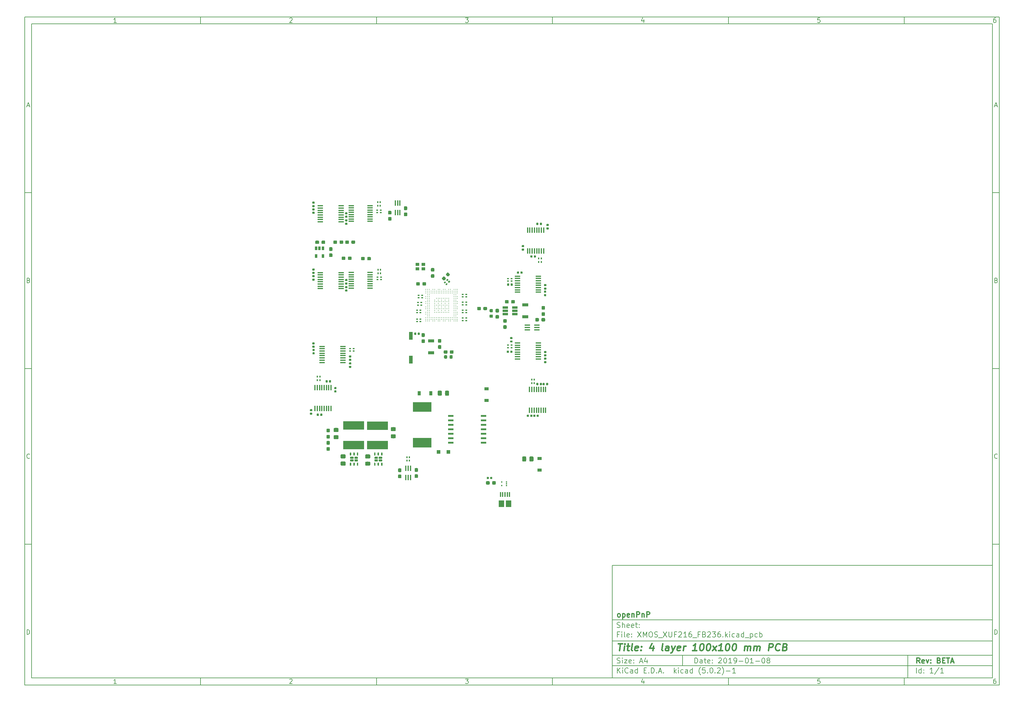
<source format=gbr>
G04 #@! TF.GenerationSoftware,KiCad,Pcbnew,(5.0.2)-1*
G04 #@! TF.CreationDate,2019-01-08T06:01:03+01:00*
G04 #@! TF.ProjectId,XMOS_XUF216_FB236,584d4f53-5f58-4554-9632-31365f464232,BETA*
G04 #@! TF.SameCoordinates,Original*
G04 #@! TF.FileFunction,Paste,Top*
G04 #@! TF.FilePolarity,Positive*
%FSLAX46Y46*%
G04 Gerber Fmt 4.6, Leading zero omitted, Abs format (unit mm)*
G04 Created by KiCad (PCBNEW (5.0.2)-1) date 2019-01-08 06:01:03*
%MOMM*%
%LPD*%
G01*
G04 APERTURE LIST*
%ADD10C,0.100000*%
%ADD11C,0.150000*%
%ADD12C,0.300000*%
%ADD13C,0.400000*%
%ADD14C,0.590000*%
%ADD15C,0.875000*%
%ADD16C,0.400000*%
%ADD17R,0.500000X0.400000*%
%ADD18R,1.100000X0.900000*%
%ADD19C,0.950000*%
%ADD20C,0.300000*%
%ADD21R,1.200000X0.900000*%
%ADD22R,1.100000X1.100000*%
%ADD23R,0.900000X1.200000*%
%ADD24R,1.500000X0.400000*%
%ADD25C,1.150000*%
%ADD26R,1.120000X2.160000*%
%ADD27R,1.700000X0.900000*%
%ADD28R,1.500000X1.900000*%
%ADD29R,0.400000X1.350000*%
%ADD30R,5.300000X2.800000*%
%ADD31R,5.900000X2.450000*%
%ADD32C,0.600000*%
%ADD33R,1.600000X0.410000*%
%ADD34R,1.500000X0.600000*%
%ADD35R,1.500000X0.450000*%
%ADD36R,0.450000X1.500000*%
%ADD37R,0.650000X1.060000*%
%ADD38R,1.560000X0.650000*%
%ADD39R,0.400000X1.500000*%
%ADD40R,0.450000X0.300000*%
%ADD41R,0.400000X0.500000*%
G04 APERTURE END LIST*
D10*
D11*
X177002200Y-166007200D02*
X177002200Y-198007200D01*
X285002200Y-198007200D01*
X285002200Y-166007200D01*
X177002200Y-166007200D01*
D10*
D11*
X10000000Y-10000000D02*
X10000000Y-200007200D01*
X287002200Y-200007200D01*
X287002200Y-10000000D01*
X10000000Y-10000000D01*
D10*
D11*
X12000000Y-12000000D02*
X12000000Y-198007200D01*
X285002200Y-198007200D01*
X285002200Y-12000000D01*
X12000000Y-12000000D01*
D10*
D11*
X60000000Y-12000000D02*
X60000000Y-10000000D01*
D10*
D11*
X110000000Y-12000000D02*
X110000000Y-10000000D01*
D10*
D11*
X160000000Y-12000000D02*
X160000000Y-10000000D01*
D10*
D11*
X210000000Y-12000000D02*
X210000000Y-10000000D01*
D10*
D11*
X260000000Y-12000000D02*
X260000000Y-10000000D01*
D10*
D11*
X36065476Y-11588095D02*
X35322619Y-11588095D01*
X35694047Y-11588095D02*
X35694047Y-10288095D01*
X35570238Y-10473809D01*
X35446428Y-10597619D01*
X35322619Y-10659523D01*
D10*
D11*
X85322619Y-10411904D02*
X85384523Y-10350000D01*
X85508333Y-10288095D01*
X85817857Y-10288095D01*
X85941666Y-10350000D01*
X86003571Y-10411904D01*
X86065476Y-10535714D01*
X86065476Y-10659523D01*
X86003571Y-10845238D01*
X85260714Y-11588095D01*
X86065476Y-11588095D01*
D10*
D11*
X135260714Y-10288095D02*
X136065476Y-10288095D01*
X135632142Y-10783333D01*
X135817857Y-10783333D01*
X135941666Y-10845238D01*
X136003571Y-10907142D01*
X136065476Y-11030952D01*
X136065476Y-11340476D01*
X136003571Y-11464285D01*
X135941666Y-11526190D01*
X135817857Y-11588095D01*
X135446428Y-11588095D01*
X135322619Y-11526190D01*
X135260714Y-11464285D01*
D10*
D11*
X185941666Y-10721428D02*
X185941666Y-11588095D01*
X185632142Y-10226190D02*
X185322619Y-11154761D01*
X186127380Y-11154761D01*
D10*
D11*
X236003571Y-10288095D02*
X235384523Y-10288095D01*
X235322619Y-10907142D01*
X235384523Y-10845238D01*
X235508333Y-10783333D01*
X235817857Y-10783333D01*
X235941666Y-10845238D01*
X236003571Y-10907142D01*
X236065476Y-11030952D01*
X236065476Y-11340476D01*
X236003571Y-11464285D01*
X235941666Y-11526190D01*
X235817857Y-11588095D01*
X235508333Y-11588095D01*
X235384523Y-11526190D01*
X235322619Y-11464285D01*
D10*
D11*
X285941666Y-10288095D02*
X285694047Y-10288095D01*
X285570238Y-10350000D01*
X285508333Y-10411904D01*
X285384523Y-10597619D01*
X285322619Y-10845238D01*
X285322619Y-11340476D01*
X285384523Y-11464285D01*
X285446428Y-11526190D01*
X285570238Y-11588095D01*
X285817857Y-11588095D01*
X285941666Y-11526190D01*
X286003571Y-11464285D01*
X286065476Y-11340476D01*
X286065476Y-11030952D01*
X286003571Y-10907142D01*
X285941666Y-10845238D01*
X285817857Y-10783333D01*
X285570238Y-10783333D01*
X285446428Y-10845238D01*
X285384523Y-10907142D01*
X285322619Y-11030952D01*
D10*
D11*
X60000000Y-198007200D02*
X60000000Y-200007200D01*
D10*
D11*
X110000000Y-198007200D02*
X110000000Y-200007200D01*
D10*
D11*
X160000000Y-198007200D02*
X160000000Y-200007200D01*
D10*
D11*
X210000000Y-198007200D02*
X210000000Y-200007200D01*
D10*
D11*
X260000000Y-198007200D02*
X260000000Y-200007200D01*
D10*
D11*
X36065476Y-199595295D02*
X35322619Y-199595295D01*
X35694047Y-199595295D02*
X35694047Y-198295295D01*
X35570238Y-198481009D01*
X35446428Y-198604819D01*
X35322619Y-198666723D01*
D10*
D11*
X85322619Y-198419104D02*
X85384523Y-198357200D01*
X85508333Y-198295295D01*
X85817857Y-198295295D01*
X85941666Y-198357200D01*
X86003571Y-198419104D01*
X86065476Y-198542914D01*
X86065476Y-198666723D01*
X86003571Y-198852438D01*
X85260714Y-199595295D01*
X86065476Y-199595295D01*
D10*
D11*
X135260714Y-198295295D02*
X136065476Y-198295295D01*
X135632142Y-198790533D01*
X135817857Y-198790533D01*
X135941666Y-198852438D01*
X136003571Y-198914342D01*
X136065476Y-199038152D01*
X136065476Y-199347676D01*
X136003571Y-199471485D01*
X135941666Y-199533390D01*
X135817857Y-199595295D01*
X135446428Y-199595295D01*
X135322619Y-199533390D01*
X135260714Y-199471485D01*
D10*
D11*
X185941666Y-198728628D02*
X185941666Y-199595295D01*
X185632142Y-198233390D02*
X185322619Y-199161961D01*
X186127380Y-199161961D01*
D10*
D11*
X236003571Y-198295295D02*
X235384523Y-198295295D01*
X235322619Y-198914342D01*
X235384523Y-198852438D01*
X235508333Y-198790533D01*
X235817857Y-198790533D01*
X235941666Y-198852438D01*
X236003571Y-198914342D01*
X236065476Y-199038152D01*
X236065476Y-199347676D01*
X236003571Y-199471485D01*
X235941666Y-199533390D01*
X235817857Y-199595295D01*
X235508333Y-199595295D01*
X235384523Y-199533390D01*
X235322619Y-199471485D01*
D10*
D11*
X285941666Y-198295295D02*
X285694047Y-198295295D01*
X285570238Y-198357200D01*
X285508333Y-198419104D01*
X285384523Y-198604819D01*
X285322619Y-198852438D01*
X285322619Y-199347676D01*
X285384523Y-199471485D01*
X285446428Y-199533390D01*
X285570238Y-199595295D01*
X285817857Y-199595295D01*
X285941666Y-199533390D01*
X286003571Y-199471485D01*
X286065476Y-199347676D01*
X286065476Y-199038152D01*
X286003571Y-198914342D01*
X285941666Y-198852438D01*
X285817857Y-198790533D01*
X285570238Y-198790533D01*
X285446428Y-198852438D01*
X285384523Y-198914342D01*
X285322619Y-199038152D01*
D10*
D11*
X10000000Y-60000000D02*
X12000000Y-60000000D01*
D10*
D11*
X10000000Y-110000000D02*
X12000000Y-110000000D01*
D10*
D11*
X10000000Y-160000000D02*
X12000000Y-160000000D01*
D10*
D11*
X10690476Y-35216666D02*
X11309523Y-35216666D01*
X10566666Y-35588095D02*
X11000000Y-34288095D01*
X11433333Y-35588095D01*
D10*
D11*
X11092857Y-84907142D02*
X11278571Y-84969047D01*
X11340476Y-85030952D01*
X11402380Y-85154761D01*
X11402380Y-85340476D01*
X11340476Y-85464285D01*
X11278571Y-85526190D01*
X11154761Y-85588095D01*
X10659523Y-85588095D01*
X10659523Y-84288095D01*
X11092857Y-84288095D01*
X11216666Y-84350000D01*
X11278571Y-84411904D01*
X11340476Y-84535714D01*
X11340476Y-84659523D01*
X11278571Y-84783333D01*
X11216666Y-84845238D01*
X11092857Y-84907142D01*
X10659523Y-84907142D01*
D10*
D11*
X11402380Y-135464285D02*
X11340476Y-135526190D01*
X11154761Y-135588095D01*
X11030952Y-135588095D01*
X10845238Y-135526190D01*
X10721428Y-135402380D01*
X10659523Y-135278571D01*
X10597619Y-135030952D01*
X10597619Y-134845238D01*
X10659523Y-134597619D01*
X10721428Y-134473809D01*
X10845238Y-134350000D01*
X11030952Y-134288095D01*
X11154761Y-134288095D01*
X11340476Y-134350000D01*
X11402380Y-134411904D01*
D10*
D11*
X10659523Y-185588095D02*
X10659523Y-184288095D01*
X10969047Y-184288095D01*
X11154761Y-184350000D01*
X11278571Y-184473809D01*
X11340476Y-184597619D01*
X11402380Y-184845238D01*
X11402380Y-185030952D01*
X11340476Y-185278571D01*
X11278571Y-185402380D01*
X11154761Y-185526190D01*
X10969047Y-185588095D01*
X10659523Y-185588095D01*
D10*
D11*
X287002200Y-60000000D02*
X285002200Y-60000000D01*
D10*
D11*
X287002200Y-110000000D02*
X285002200Y-110000000D01*
D10*
D11*
X287002200Y-160000000D02*
X285002200Y-160000000D01*
D10*
D11*
X285692676Y-35216666D02*
X286311723Y-35216666D01*
X285568866Y-35588095D02*
X286002200Y-34288095D01*
X286435533Y-35588095D01*
D10*
D11*
X286095057Y-84907142D02*
X286280771Y-84969047D01*
X286342676Y-85030952D01*
X286404580Y-85154761D01*
X286404580Y-85340476D01*
X286342676Y-85464285D01*
X286280771Y-85526190D01*
X286156961Y-85588095D01*
X285661723Y-85588095D01*
X285661723Y-84288095D01*
X286095057Y-84288095D01*
X286218866Y-84350000D01*
X286280771Y-84411904D01*
X286342676Y-84535714D01*
X286342676Y-84659523D01*
X286280771Y-84783333D01*
X286218866Y-84845238D01*
X286095057Y-84907142D01*
X285661723Y-84907142D01*
D10*
D11*
X286404580Y-135464285D02*
X286342676Y-135526190D01*
X286156961Y-135588095D01*
X286033152Y-135588095D01*
X285847438Y-135526190D01*
X285723628Y-135402380D01*
X285661723Y-135278571D01*
X285599819Y-135030952D01*
X285599819Y-134845238D01*
X285661723Y-134597619D01*
X285723628Y-134473809D01*
X285847438Y-134350000D01*
X286033152Y-134288095D01*
X286156961Y-134288095D01*
X286342676Y-134350000D01*
X286404580Y-134411904D01*
D10*
D11*
X285661723Y-185588095D02*
X285661723Y-184288095D01*
X285971247Y-184288095D01*
X286156961Y-184350000D01*
X286280771Y-184473809D01*
X286342676Y-184597619D01*
X286404580Y-184845238D01*
X286404580Y-185030952D01*
X286342676Y-185278571D01*
X286280771Y-185402380D01*
X286156961Y-185526190D01*
X285971247Y-185588095D01*
X285661723Y-185588095D01*
D10*
D11*
X200434342Y-193785771D02*
X200434342Y-192285771D01*
X200791485Y-192285771D01*
X201005771Y-192357200D01*
X201148628Y-192500057D01*
X201220057Y-192642914D01*
X201291485Y-192928628D01*
X201291485Y-193142914D01*
X201220057Y-193428628D01*
X201148628Y-193571485D01*
X201005771Y-193714342D01*
X200791485Y-193785771D01*
X200434342Y-193785771D01*
X202577200Y-193785771D02*
X202577200Y-193000057D01*
X202505771Y-192857200D01*
X202362914Y-192785771D01*
X202077200Y-192785771D01*
X201934342Y-192857200D01*
X202577200Y-193714342D02*
X202434342Y-193785771D01*
X202077200Y-193785771D01*
X201934342Y-193714342D01*
X201862914Y-193571485D01*
X201862914Y-193428628D01*
X201934342Y-193285771D01*
X202077200Y-193214342D01*
X202434342Y-193214342D01*
X202577200Y-193142914D01*
X203077200Y-192785771D02*
X203648628Y-192785771D01*
X203291485Y-192285771D02*
X203291485Y-193571485D01*
X203362914Y-193714342D01*
X203505771Y-193785771D01*
X203648628Y-193785771D01*
X204720057Y-193714342D02*
X204577200Y-193785771D01*
X204291485Y-193785771D01*
X204148628Y-193714342D01*
X204077200Y-193571485D01*
X204077200Y-193000057D01*
X204148628Y-192857200D01*
X204291485Y-192785771D01*
X204577200Y-192785771D01*
X204720057Y-192857200D01*
X204791485Y-193000057D01*
X204791485Y-193142914D01*
X204077200Y-193285771D01*
X205434342Y-193642914D02*
X205505771Y-193714342D01*
X205434342Y-193785771D01*
X205362914Y-193714342D01*
X205434342Y-193642914D01*
X205434342Y-193785771D01*
X205434342Y-192857200D02*
X205505771Y-192928628D01*
X205434342Y-193000057D01*
X205362914Y-192928628D01*
X205434342Y-192857200D01*
X205434342Y-193000057D01*
X207220057Y-192428628D02*
X207291485Y-192357200D01*
X207434342Y-192285771D01*
X207791485Y-192285771D01*
X207934342Y-192357200D01*
X208005771Y-192428628D01*
X208077200Y-192571485D01*
X208077200Y-192714342D01*
X208005771Y-192928628D01*
X207148628Y-193785771D01*
X208077200Y-193785771D01*
X209005771Y-192285771D02*
X209148628Y-192285771D01*
X209291485Y-192357200D01*
X209362914Y-192428628D01*
X209434342Y-192571485D01*
X209505771Y-192857200D01*
X209505771Y-193214342D01*
X209434342Y-193500057D01*
X209362914Y-193642914D01*
X209291485Y-193714342D01*
X209148628Y-193785771D01*
X209005771Y-193785771D01*
X208862914Y-193714342D01*
X208791485Y-193642914D01*
X208720057Y-193500057D01*
X208648628Y-193214342D01*
X208648628Y-192857200D01*
X208720057Y-192571485D01*
X208791485Y-192428628D01*
X208862914Y-192357200D01*
X209005771Y-192285771D01*
X210934342Y-193785771D02*
X210077200Y-193785771D01*
X210505771Y-193785771D02*
X210505771Y-192285771D01*
X210362914Y-192500057D01*
X210220057Y-192642914D01*
X210077200Y-192714342D01*
X211648628Y-193785771D02*
X211934342Y-193785771D01*
X212077200Y-193714342D01*
X212148628Y-193642914D01*
X212291485Y-193428628D01*
X212362914Y-193142914D01*
X212362914Y-192571485D01*
X212291485Y-192428628D01*
X212220057Y-192357200D01*
X212077200Y-192285771D01*
X211791485Y-192285771D01*
X211648628Y-192357200D01*
X211577200Y-192428628D01*
X211505771Y-192571485D01*
X211505771Y-192928628D01*
X211577200Y-193071485D01*
X211648628Y-193142914D01*
X211791485Y-193214342D01*
X212077200Y-193214342D01*
X212220057Y-193142914D01*
X212291485Y-193071485D01*
X212362914Y-192928628D01*
X213005771Y-193214342D02*
X214148628Y-193214342D01*
X215148628Y-192285771D02*
X215291485Y-192285771D01*
X215434342Y-192357200D01*
X215505771Y-192428628D01*
X215577200Y-192571485D01*
X215648628Y-192857200D01*
X215648628Y-193214342D01*
X215577200Y-193500057D01*
X215505771Y-193642914D01*
X215434342Y-193714342D01*
X215291485Y-193785771D01*
X215148628Y-193785771D01*
X215005771Y-193714342D01*
X214934342Y-193642914D01*
X214862914Y-193500057D01*
X214791485Y-193214342D01*
X214791485Y-192857200D01*
X214862914Y-192571485D01*
X214934342Y-192428628D01*
X215005771Y-192357200D01*
X215148628Y-192285771D01*
X217077200Y-193785771D02*
X216220057Y-193785771D01*
X216648628Y-193785771D02*
X216648628Y-192285771D01*
X216505771Y-192500057D01*
X216362914Y-192642914D01*
X216220057Y-192714342D01*
X217720057Y-193214342D02*
X218862914Y-193214342D01*
X219862914Y-192285771D02*
X220005771Y-192285771D01*
X220148628Y-192357200D01*
X220220057Y-192428628D01*
X220291485Y-192571485D01*
X220362914Y-192857200D01*
X220362914Y-193214342D01*
X220291485Y-193500057D01*
X220220057Y-193642914D01*
X220148628Y-193714342D01*
X220005771Y-193785771D01*
X219862914Y-193785771D01*
X219720057Y-193714342D01*
X219648628Y-193642914D01*
X219577200Y-193500057D01*
X219505771Y-193214342D01*
X219505771Y-192857200D01*
X219577200Y-192571485D01*
X219648628Y-192428628D01*
X219720057Y-192357200D01*
X219862914Y-192285771D01*
X221220057Y-192928628D02*
X221077200Y-192857200D01*
X221005771Y-192785771D01*
X220934342Y-192642914D01*
X220934342Y-192571485D01*
X221005771Y-192428628D01*
X221077200Y-192357200D01*
X221220057Y-192285771D01*
X221505771Y-192285771D01*
X221648628Y-192357200D01*
X221720057Y-192428628D01*
X221791485Y-192571485D01*
X221791485Y-192642914D01*
X221720057Y-192785771D01*
X221648628Y-192857200D01*
X221505771Y-192928628D01*
X221220057Y-192928628D01*
X221077200Y-193000057D01*
X221005771Y-193071485D01*
X220934342Y-193214342D01*
X220934342Y-193500057D01*
X221005771Y-193642914D01*
X221077200Y-193714342D01*
X221220057Y-193785771D01*
X221505771Y-193785771D01*
X221648628Y-193714342D01*
X221720057Y-193642914D01*
X221791485Y-193500057D01*
X221791485Y-193214342D01*
X221720057Y-193071485D01*
X221648628Y-193000057D01*
X221505771Y-192928628D01*
D10*
D11*
X177002200Y-194507200D02*
X285002200Y-194507200D01*
D10*
D11*
X178434342Y-196585771D02*
X178434342Y-195085771D01*
X179291485Y-196585771D02*
X178648628Y-195728628D01*
X179291485Y-195085771D02*
X178434342Y-195942914D01*
X179934342Y-196585771D02*
X179934342Y-195585771D01*
X179934342Y-195085771D02*
X179862914Y-195157200D01*
X179934342Y-195228628D01*
X180005771Y-195157200D01*
X179934342Y-195085771D01*
X179934342Y-195228628D01*
X181505771Y-196442914D02*
X181434342Y-196514342D01*
X181220057Y-196585771D01*
X181077200Y-196585771D01*
X180862914Y-196514342D01*
X180720057Y-196371485D01*
X180648628Y-196228628D01*
X180577200Y-195942914D01*
X180577200Y-195728628D01*
X180648628Y-195442914D01*
X180720057Y-195300057D01*
X180862914Y-195157200D01*
X181077200Y-195085771D01*
X181220057Y-195085771D01*
X181434342Y-195157200D01*
X181505771Y-195228628D01*
X182791485Y-196585771D02*
X182791485Y-195800057D01*
X182720057Y-195657200D01*
X182577200Y-195585771D01*
X182291485Y-195585771D01*
X182148628Y-195657200D01*
X182791485Y-196514342D02*
X182648628Y-196585771D01*
X182291485Y-196585771D01*
X182148628Y-196514342D01*
X182077200Y-196371485D01*
X182077200Y-196228628D01*
X182148628Y-196085771D01*
X182291485Y-196014342D01*
X182648628Y-196014342D01*
X182791485Y-195942914D01*
X184148628Y-196585771D02*
X184148628Y-195085771D01*
X184148628Y-196514342D02*
X184005771Y-196585771D01*
X183720057Y-196585771D01*
X183577200Y-196514342D01*
X183505771Y-196442914D01*
X183434342Y-196300057D01*
X183434342Y-195871485D01*
X183505771Y-195728628D01*
X183577200Y-195657200D01*
X183720057Y-195585771D01*
X184005771Y-195585771D01*
X184148628Y-195657200D01*
X186005771Y-195800057D02*
X186505771Y-195800057D01*
X186720057Y-196585771D02*
X186005771Y-196585771D01*
X186005771Y-195085771D01*
X186720057Y-195085771D01*
X187362914Y-196442914D02*
X187434342Y-196514342D01*
X187362914Y-196585771D01*
X187291485Y-196514342D01*
X187362914Y-196442914D01*
X187362914Y-196585771D01*
X188077200Y-196585771D02*
X188077200Y-195085771D01*
X188434342Y-195085771D01*
X188648628Y-195157200D01*
X188791485Y-195300057D01*
X188862914Y-195442914D01*
X188934342Y-195728628D01*
X188934342Y-195942914D01*
X188862914Y-196228628D01*
X188791485Y-196371485D01*
X188648628Y-196514342D01*
X188434342Y-196585771D01*
X188077200Y-196585771D01*
X189577200Y-196442914D02*
X189648628Y-196514342D01*
X189577200Y-196585771D01*
X189505771Y-196514342D01*
X189577200Y-196442914D01*
X189577200Y-196585771D01*
X190220057Y-196157200D02*
X190934342Y-196157200D01*
X190077200Y-196585771D02*
X190577200Y-195085771D01*
X191077200Y-196585771D01*
X191577200Y-196442914D02*
X191648628Y-196514342D01*
X191577200Y-196585771D01*
X191505771Y-196514342D01*
X191577200Y-196442914D01*
X191577200Y-196585771D01*
X194577200Y-196585771D02*
X194577200Y-195085771D01*
X194720057Y-196014342D02*
X195148628Y-196585771D01*
X195148628Y-195585771D02*
X194577200Y-196157200D01*
X195791485Y-196585771D02*
X195791485Y-195585771D01*
X195791485Y-195085771D02*
X195720057Y-195157200D01*
X195791485Y-195228628D01*
X195862914Y-195157200D01*
X195791485Y-195085771D01*
X195791485Y-195228628D01*
X197148628Y-196514342D02*
X197005771Y-196585771D01*
X196720057Y-196585771D01*
X196577200Y-196514342D01*
X196505771Y-196442914D01*
X196434342Y-196300057D01*
X196434342Y-195871485D01*
X196505771Y-195728628D01*
X196577200Y-195657200D01*
X196720057Y-195585771D01*
X197005771Y-195585771D01*
X197148628Y-195657200D01*
X198434342Y-196585771D02*
X198434342Y-195800057D01*
X198362914Y-195657200D01*
X198220057Y-195585771D01*
X197934342Y-195585771D01*
X197791485Y-195657200D01*
X198434342Y-196514342D02*
X198291485Y-196585771D01*
X197934342Y-196585771D01*
X197791485Y-196514342D01*
X197720057Y-196371485D01*
X197720057Y-196228628D01*
X197791485Y-196085771D01*
X197934342Y-196014342D01*
X198291485Y-196014342D01*
X198434342Y-195942914D01*
X199791485Y-196585771D02*
X199791485Y-195085771D01*
X199791485Y-196514342D02*
X199648628Y-196585771D01*
X199362914Y-196585771D01*
X199220057Y-196514342D01*
X199148628Y-196442914D01*
X199077200Y-196300057D01*
X199077200Y-195871485D01*
X199148628Y-195728628D01*
X199220057Y-195657200D01*
X199362914Y-195585771D01*
X199648628Y-195585771D01*
X199791485Y-195657200D01*
X202077200Y-197157200D02*
X202005771Y-197085771D01*
X201862914Y-196871485D01*
X201791485Y-196728628D01*
X201720057Y-196514342D01*
X201648628Y-196157200D01*
X201648628Y-195871485D01*
X201720057Y-195514342D01*
X201791485Y-195300057D01*
X201862914Y-195157200D01*
X202005771Y-194942914D01*
X202077200Y-194871485D01*
X203362914Y-195085771D02*
X202648628Y-195085771D01*
X202577200Y-195800057D01*
X202648628Y-195728628D01*
X202791485Y-195657200D01*
X203148628Y-195657200D01*
X203291485Y-195728628D01*
X203362914Y-195800057D01*
X203434342Y-195942914D01*
X203434342Y-196300057D01*
X203362914Y-196442914D01*
X203291485Y-196514342D01*
X203148628Y-196585771D01*
X202791485Y-196585771D01*
X202648628Y-196514342D01*
X202577200Y-196442914D01*
X204077200Y-196442914D02*
X204148628Y-196514342D01*
X204077200Y-196585771D01*
X204005771Y-196514342D01*
X204077200Y-196442914D01*
X204077200Y-196585771D01*
X205077200Y-195085771D02*
X205220057Y-195085771D01*
X205362914Y-195157200D01*
X205434342Y-195228628D01*
X205505771Y-195371485D01*
X205577200Y-195657200D01*
X205577200Y-196014342D01*
X205505771Y-196300057D01*
X205434342Y-196442914D01*
X205362914Y-196514342D01*
X205220057Y-196585771D01*
X205077200Y-196585771D01*
X204934342Y-196514342D01*
X204862914Y-196442914D01*
X204791485Y-196300057D01*
X204720057Y-196014342D01*
X204720057Y-195657200D01*
X204791485Y-195371485D01*
X204862914Y-195228628D01*
X204934342Y-195157200D01*
X205077200Y-195085771D01*
X206220057Y-196442914D02*
X206291485Y-196514342D01*
X206220057Y-196585771D01*
X206148628Y-196514342D01*
X206220057Y-196442914D01*
X206220057Y-196585771D01*
X206862914Y-195228628D02*
X206934342Y-195157200D01*
X207077200Y-195085771D01*
X207434342Y-195085771D01*
X207577200Y-195157200D01*
X207648628Y-195228628D01*
X207720057Y-195371485D01*
X207720057Y-195514342D01*
X207648628Y-195728628D01*
X206791485Y-196585771D01*
X207720057Y-196585771D01*
X208220057Y-197157200D02*
X208291485Y-197085771D01*
X208434342Y-196871485D01*
X208505771Y-196728628D01*
X208577200Y-196514342D01*
X208648628Y-196157200D01*
X208648628Y-195871485D01*
X208577200Y-195514342D01*
X208505771Y-195300057D01*
X208434342Y-195157200D01*
X208291485Y-194942914D01*
X208220057Y-194871485D01*
X209362914Y-196014342D02*
X210505771Y-196014342D01*
X212005771Y-196585771D02*
X211148628Y-196585771D01*
X211577200Y-196585771D02*
X211577200Y-195085771D01*
X211434342Y-195300057D01*
X211291485Y-195442914D01*
X211148628Y-195514342D01*
D10*
D11*
X177002200Y-191507200D02*
X285002200Y-191507200D01*
D10*
D12*
X264411485Y-193785771D02*
X263911485Y-193071485D01*
X263554342Y-193785771D02*
X263554342Y-192285771D01*
X264125771Y-192285771D01*
X264268628Y-192357200D01*
X264340057Y-192428628D01*
X264411485Y-192571485D01*
X264411485Y-192785771D01*
X264340057Y-192928628D01*
X264268628Y-193000057D01*
X264125771Y-193071485D01*
X263554342Y-193071485D01*
X265625771Y-193714342D02*
X265482914Y-193785771D01*
X265197200Y-193785771D01*
X265054342Y-193714342D01*
X264982914Y-193571485D01*
X264982914Y-193000057D01*
X265054342Y-192857200D01*
X265197200Y-192785771D01*
X265482914Y-192785771D01*
X265625771Y-192857200D01*
X265697200Y-193000057D01*
X265697200Y-193142914D01*
X264982914Y-193285771D01*
X266197200Y-192785771D02*
X266554342Y-193785771D01*
X266911485Y-192785771D01*
X267482914Y-193642914D02*
X267554342Y-193714342D01*
X267482914Y-193785771D01*
X267411485Y-193714342D01*
X267482914Y-193642914D01*
X267482914Y-193785771D01*
X267482914Y-192857200D02*
X267554342Y-192928628D01*
X267482914Y-193000057D01*
X267411485Y-192928628D01*
X267482914Y-192857200D01*
X267482914Y-193000057D01*
X269840057Y-193000057D02*
X270054342Y-193071485D01*
X270125771Y-193142914D01*
X270197200Y-193285771D01*
X270197200Y-193500057D01*
X270125771Y-193642914D01*
X270054342Y-193714342D01*
X269911485Y-193785771D01*
X269340057Y-193785771D01*
X269340057Y-192285771D01*
X269840057Y-192285771D01*
X269982914Y-192357200D01*
X270054342Y-192428628D01*
X270125771Y-192571485D01*
X270125771Y-192714342D01*
X270054342Y-192857200D01*
X269982914Y-192928628D01*
X269840057Y-193000057D01*
X269340057Y-193000057D01*
X270840057Y-193000057D02*
X271340057Y-193000057D01*
X271554342Y-193785771D02*
X270840057Y-193785771D01*
X270840057Y-192285771D01*
X271554342Y-192285771D01*
X271982914Y-192285771D02*
X272840057Y-192285771D01*
X272411485Y-193785771D02*
X272411485Y-192285771D01*
X273268628Y-193357200D02*
X273982914Y-193357200D01*
X273125771Y-193785771D02*
X273625771Y-192285771D01*
X274125771Y-193785771D01*
D10*
D11*
X178362914Y-193714342D02*
X178577200Y-193785771D01*
X178934342Y-193785771D01*
X179077200Y-193714342D01*
X179148628Y-193642914D01*
X179220057Y-193500057D01*
X179220057Y-193357200D01*
X179148628Y-193214342D01*
X179077200Y-193142914D01*
X178934342Y-193071485D01*
X178648628Y-193000057D01*
X178505771Y-192928628D01*
X178434342Y-192857200D01*
X178362914Y-192714342D01*
X178362914Y-192571485D01*
X178434342Y-192428628D01*
X178505771Y-192357200D01*
X178648628Y-192285771D01*
X179005771Y-192285771D01*
X179220057Y-192357200D01*
X179862914Y-193785771D02*
X179862914Y-192785771D01*
X179862914Y-192285771D02*
X179791485Y-192357200D01*
X179862914Y-192428628D01*
X179934342Y-192357200D01*
X179862914Y-192285771D01*
X179862914Y-192428628D01*
X180434342Y-192785771D02*
X181220057Y-192785771D01*
X180434342Y-193785771D01*
X181220057Y-193785771D01*
X182362914Y-193714342D02*
X182220057Y-193785771D01*
X181934342Y-193785771D01*
X181791485Y-193714342D01*
X181720057Y-193571485D01*
X181720057Y-193000057D01*
X181791485Y-192857200D01*
X181934342Y-192785771D01*
X182220057Y-192785771D01*
X182362914Y-192857200D01*
X182434342Y-193000057D01*
X182434342Y-193142914D01*
X181720057Y-193285771D01*
X183077200Y-193642914D02*
X183148628Y-193714342D01*
X183077200Y-193785771D01*
X183005771Y-193714342D01*
X183077200Y-193642914D01*
X183077200Y-193785771D01*
X183077200Y-192857200D02*
X183148628Y-192928628D01*
X183077200Y-193000057D01*
X183005771Y-192928628D01*
X183077200Y-192857200D01*
X183077200Y-193000057D01*
X184862914Y-193357200D02*
X185577200Y-193357200D01*
X184720057Y-193785771D02*
X185220057Y-192285771D01*
X185720057Y-193785771D01*
X186862914Y-192785771D02*
X186862914Y-193785771D01*
X186505771Y-192214342D02*
X186148628Y-193285771D01*
X187077200Y-193285771D01*
D10*
D11*
X263434342Y-196585771D02*
X263434342Y-195085771D01*
X264791485Y-196585771D02*
X264791485Y-195085771D01*
X264791485Y-196514342D02*
X264648628Y-196585771D01*
X264362914Y-196585771D01*
X264220057Y-196514342D01*
X264148628Y-196442914D01*
X264077200Y-196300057D01*
X264077200Y-195871485D01*
X264148628Y-195728628D01*
X264220057Y-195657200D01*
X264362914Y-195585771D01*
X264648628Y-195585771D01*
X264791485Y-195657200D01*
X265505771Y-196442914D02*
X265577200Y-196514342D01*
X265505771Y-196585771D01*
X265434342Y-196514342D01*
X265505771Y-196442914D01*
X265505771Y-196585771D01*
X265505771Y-195657200D02*
X265577200Y-195728628D01*
X265505771Y-195800057D01*
X265434342Y-195728628D01*
X265505771Y-195657200D01*
X265505771Y-195800057D01*
X268148628Y-196585771D02*
X267291485Y-196585771D01*
X267720057Y-196585771D02*
X267720057Y-195085771D01*
X267577200Y-195300057D01*
X267434342Y-195442914D01*
X267291485Y-195514342D01*
X269862914Y-195014342D02*
X268577200Y-196942914D01*
X271148628Y-196585771D02*
X270291485Y-196585771D01*
X270720057Y-196585771D02*
X270720057Y-195085771D01*
X270577200Y-195300057D01*
X270434342Y-195442914D01*
X270291485Y-195514342D01*
D10*
D11*
X177002200Y-187507200D02*
X285002200Y-187507200D01*
D10*
D13*
X178714580Y-188211961D02*
X179857438Y-188211961D01*
X179036009Y-190211961D02*
X179286009Y-188211961D01*
X180274104Y-190211961D02*
X180440771Y-188878628D01*
X180524104Y-188211961D02*
X180416961Y-188307200D01*
X180500295Y-188402438D01*
X180607438Y-188307200D01*
X180524104Y-188211961D01*
X180500295Y-188402438D01*
X181107438Y-188878628D02*
X181869342Y-188878628D01*
X181476485Y-188211961D02*
X181262200Y-189926247D01*
X181333628Y-190116723D01*
X181512200Y-190211961D01*
X181702676Y-190211961D01*
X182655057Y-190211961D02*
X182476485Y-190116723D01*
X182405057Y-189926247D01*
X182619342Y-188211961D01*
X184190771Y-190116723D02*
X183988390Y-190211961D01*
X183607438Y-190211961D01*
X183428866Y-190116723D01*
X183357438Y-189926247D01*
X183452676Y-189164342D01*
X183571723Y-188973866D01*
X183774104Y-188878628D01*
X184155057Y-188878628D01*
X184333628Y-188973866D01*
X184405057Y-189164342D01*
X184381247Y-189354819D01*
X183405057Y-189545295D01*
X185155057Y-190021485D02*
X185238390Y-190116723D01*
X185131247Y-190211961D01*
X185047914Y-190116723D01*
X185155057Y-190021485D01*
X185131247Y-190211961D01*
X185286009Y-188973866D02*
X185369342Y-189069104D01*
X185262200Y-189164342D01*
X185178866Y-189069104D01*
X185286009Y-188973866D01*
X185262200Y-189164342D01*
X188631247Y-188878628D02*
X188464580Y-190211961D01*
X188250295Y-188116723D02*
X187595533Y-189545295D01*
X188833628Y-189545295D01*
X191321723Y-190211961D02*
X191143152Y-190116723D01*
X191071723Y-189926247D01*
X191286009Y-188211961D01*
X192940771Y-190211961D02*
X193071723Y-189164342D01*
X193000295Y-188973866D01*
X192821723Y-188878628D01*
X192440771Y-188878628D01*
X192238390Y-188973866D01*
X192952676Y-190116723D02*
X192750295Y-190211961D01*
X192274104Y-190211961D01*
X192095533Y-190116723D01*
X192024104Y-189926247D01*
X192047914Y-189735771D01*
X192166961Y-189545295D01*
X192369342Y-189450057D01*
X192845533Y-189450057D01*
X193047914Y-189354819D01*
X193869342Y-188878628D02*
X194178866Y-190211961D01*
X194821723Y-188878628D02*
X194178866Y-190211961D01*
X193928866Y-190688152D01*
X193821723Y-190783390D01*
X193619342Y-190878628D01*
X196190771Y-190116723D02*
X195988390Y-190211961D01*
X195607438Y-190211961D01*
X195428866Y-190116723D01*
X195357438Y-189926247D01*
X195452676Y-189164342D01*
X195571723Y-188973866D01*
X195774104Y-188878628D01*
X196155057Y-188878628D01*
X196333628Y-188973866D01*
X196405057Y-189164342D01*
X196381247Y-189354819D01*
X195405057Y-189545295D01*
X197131247Y-190211961D02*
X197297914Y-188878628D01*
X197250295Y-189259580D02*
X197369342Y-189069104D01*
X197476485Y-188973866D01*
X197678866Y-188878628D01*
X197869342Y-188878628D01*
X200940771Y-190211961D02*
X199797914Y-190211961D01*
X200369342Y-190211961D02*
X200619342Y-188211961D01*
X200393152Y-188497676D01*
X200178866Y-188688152D01*
X199976485Y-188783390D01*
X202428866Y-188211961D02*
X202619342Y-188211961D01*
X202797914Y-188307200D01*
X202881247Y-188402438D01*
X202952676Y-188592914D01*
X203000295Y-188973866D01*
X202940771Y-189450057D01*
X202797914Y-189831009D01*
X202678866Y-190021485D01*
X202571723Y-190116723D01*
X202369342Y-190211961D01*
X202178866Y-190211961D01*
X202000295Y-190116723D01*
X201916961Y-190021485D01*
X201845533Y-189831009D01*
X201797914Y-189450057D01*
X201857438Y-188973866D01*
X202000295Y-188592914D01*
X202119342Y-188402438D01*
X202226485Y-188307200D01*
X202428866Y-188211961D01*
X204333628Y-188211961D02*
X204524104Y-188211961D01*
X204702676Y-188307200D01*
X204786009Y-188402438D01*
X204857438Y-188592914D01*
X204905057Y-188973866D01*
X204845533Y-189450057D01*
X204702676Y-189831009D01*
X204583628Y-190021485D01*
X204476485Y-190116723D01*
X204274104Y-190211961D01*
X204083628Y-190211961D01*
X203905057Y-190116723D01*
X203821723Y-190021485D01*
X203750295Y-189831009D01*
X203702676Y-189450057D01*
X203762200Y-188973866D01*
X203905057Y-188592914D01*
X204024104Y-188402438D01*
X204131247Y-188307200D01*
X204333628Y-188211961D01*
X205416961Y-190211961D02*
X206631247Y-188878628D01*
X205583628Y-188878628D02*
X206464580Y-190211961D01*
X208274104Y-190211961D02*
X207131247Y-190211961D01*
X207702676Y-190211961D02*
X207952676Y-188211961D01*
X207726485Y-188497676D01*
X207512200Y-188688152D01*
X207309819Y-188783390D01*
X209762200Y-188211961D02*
X209952676Y-188211961D01*
X210131247Y-188307200D01*
X210214580Y-188402438D01*
X210286009Y-188592914D01*
X210333628Y-188973866D01*
X210274104Y-189450057D01*
X210131247Y-189831009D01*
X210012200Y-190021485D01*
X209905057Y-190116723D01*
X209702676Y-190211961D01*
X209512200Y-190211961D01*
X209333628Y-190116723D01*
X209250295Y-190021485D01*
X209178866Y-189831009D01*
X209131247Y-189450057D01*
X209190771Y-188973866D01*
X209333628Y-188592914D01*
X209452676Y-188402438D01*
X209559819Y-188307200D01*
X209762200Y-188211961D01*
X211666961Y-188211961D02*
X211857438Y-188211961D01*
X212036009Y-188307200D01*
X212119342Y-188402438D01*
X212190771Y-188592914D01*
X212238390Y-188973866D01*
X212178866Y-189450057D01*
X212036009Y-189831009D01*
X211916961Y-190021485D01*
X211809819Y-190116723D01*
X211607438Y-190211961D01*
X211416961Y-190211961D01*
X211238390Y-190116723D01*
X211155057Y-190021485D01*
X211083628Y-189831009D01*
X211036009Y-189450057D01*
X211095533Y-188973866D01*
X211238390Y-188592914D01*
X211357438Y-188402438D01*
X211464580Y-188307200D01*
X211666961Y-188211961D01*
X214464580Y-190211961D02*
X214631247Y-188878628D01*
X214607438Y-189069104D02*
X214714580Y-188973866D01*
X214916961Y-188878628D01*
X215202676Y-188878628D01*
X215381247Y-188973866D01*
X215452676Y-189164342D01*
X215321723Y-190211961D01*
X215452676Y-189164342D02*
X215571723Y-188973866D01*
X215774104Y-188878628D01*
X216059819Y-188878628D01*
X216238390Y-188973866D01*
X216309819Y-189164342D01*
X216178866Y-190211961D01*
X217131247Y-190211961D02*
X217297914Y-188878628D01*
X217274104Y-189069104D02*
X217381247Y-188973866D01*
X217583628Y-188878628D01*
X217869342Y-188878628D01*
X218047914Y-188973866D01*
X218119342Y-189164342D01*
X217988390Y-190211961D01*
X218119342Y-189164342D02*
X218238390Y-188973866D01*
X218440771Y-188878628D01*
X218726485Y-188878628D01*
X218905057Y-188973866D01*
X218976485Y-189164342D01*
X218845533Y-190211961D01*
X221321723Y-190211961D02*
X221571723Y-188211961D01*
X222333628Y-188211961D01*
X222512199Y-188307200D01*
X222595533Y-188402438D01*
X222666961Y-188592914D01*
X222631247Y-188878628D01*
X222512199Y-189069104D01*
X222405057Y-189164342D01*
X222202676Y-189259580D01*
X221440771Y-189259580D01*
X224488390Y-190021485D02*
X224381247Y-190116723D01*
X224083628Y-190211961D01*
X223893152Y-190211961D01*
X223619342Y-190116723D01*
X223452676Y-189926247D01*
X223381247Y-189735771D01*
X223333628Y-189354819D01*
X223369342Y-189069104D01*
X223512200Y-188688152D01*
X223631247Y-188497676D01*
X223845533Y-188307200D01*
X224143152Y-188211961D01*
X224333628Y-188211961D01*
X224607438Y-188307200D01*
X224690771Y-188402438D01*
X226119342Y-189164342D02*
X226393152Y-189259580D01*
X226476485Y-189354819D01*
X226547914Y-189545295D01*
X226512199Y-189831009D01*
X226393152Y-190021485D01*
X226286009Y-190116723D01*
X226083628Y-190211961D01*
X225321723Y-190211961D01*
X225571723Y-188211961D01*
X226238390Y-188211961D01*
X226416961Y-188307200D01*
X226500295Y-188402438D01*
X226571723Y-188592914D01*
X226547914Y-188783390D01*
X226428866Y-188973866D01*
X226321723Y-189069104D01*
X226119342Y-189164342D01*
X225452676Y-189164342D01*
D10*
D11*
X178934342Y-185600057D02*
X178434342Y-185600057D01*
X178434342Y-186385771D02*
X178434342Y-184885771D01*
X179148628Y-184885771D01*
X179720057Y-186385771D02*
X179720057Y-185385771D01*
X179720057Y-184885771D02*
X179648628Y-184957200D01*
X179720057Y-185028628D01*
X179791485Y-184957200D01*
X179720057Y-184885771D01*
X179720057Y-185028628D01*
X180648628Y-186385771D02*
X180505771Y-186314342D01*
X180434342Y-186171485D01*
X180434342Y-184885771D01*
X181791485Y-186314342D02*
X181648628Y-186385771D01*
X181362914Y-186385771D01*
X181220057Y-186314342D01*
X181148628Y-186171485D01*
X181148628Y-185600057D01*
X181220057Y-185457200D01*
X181362914Y-185385771D01*
X181648628Y-185385771D01*
X181791485Y-185457200D01*
X181862914Y-185600057D01*
X181862914Y-185742914D01*
X181148628Y-185885771D01*
X182505771Y-186242914D02*
X182577200Y-186314342D01*
X182505771Y-186385771D01*
X182434342Y-186314342D01*
X182505771Y-186242914D01*
X182505771Y-186385771D01*
X182505771Y-185457200D02*
X182577200Y-185528628D01*
X182505771Y-185600057D01*
X182434342Y-185528628D01*
X182505771Y-185457200D01*
X182505771Y-185600057D01*
X184220057Y-184885771D02*
X185220057Y-186385771D01*
X185220057Y-184885771D02*
X184220057Y-186385771D01*
X185791485Y-186385771D02*
X185791485Y-184885771D01*
X186291485Y-185957200D01*
X186791485Y-184885771D01*
X186791485Y-186385771D01*
X187791485Y-184885771D02*
X188077200Y-184885771D01*
X188220057Y-184957200D01*
X188362914Y-185100057D01*
X188434342Y-185385771D01*
X188434342Y-185885771D01*
X188362914Y-186171485D01*
X188220057Y-186314342D01*
X188077200Y-186385771D01*
X187791485Y-186385771D01*
X187648628Y-186314342D01*
X187505771Y-186171485D01*
X187434342Y-185885771D01*
X187434342Y-185385771D01*
X187505771Y-185100057D01*
X187648628Y-184957200D01*
X187791485Y-184885771D01*
X189005771Y-186314342D02*
X189220057Y-186385771D01*
X189577200Y-186385771D01*
X189720057Y-186314342D01*
X189791485Y-186242914D01*
X189862914Y-186100057D01*
X189862914Y-185957200D01*
X189791485Y-185814342D01*
X189720057Y-185742914D01*
X189577200Y-185671485D01*
X189291485Y-185600057D01*
X189148628Y-185528628D01*
X189077200Y-185457200D01*
X189005771Y-185314342D01*
X189005771Y-185171485D01*
X189077200Y-185028628D01*
X189148628Y-184957200D01*
X189291485Y-184885771D01*
X189648628Y-184885771D01*
X189862914Y-184957200D01*
X190148628Y-186528628D02*
X191291485Y-186528628D01*
X191505771Y-184885771D02*
X192505771Y-186385771D01*
X192505771Y-184885771D02*
X191505771Y-186385771D01*
X193077200Y-184885771D02*
X193077200Y-186100057D01*
X193148628Y-186242914D01*
X193220057Y-186314342D01*
X193362914Y-186385771D01*
X193648628Y-186385771D01*
X193791485Y-186314342D01*
X193862914Y-186242914D01*
X193934342Y-186100057D01*
X193934342Y-184885771D01*
X195148628Y-185600057D02*
X194648628Y-185600057D01*
X194648628Y-186385771D02*
X194648628Y-184885771D01*
X195362914Y-184885771D01*
X195862914Y-185028628D02*
X195934342Y-184957200D01*
X196077200Y-184885771D01*
X196434342Y-184885771D01*
X196577200Y-184957200D01*
X196648628Y-185028628D01*
X196720057Y-185171485D01*
X196720057Y-185314342D01*
X196648628Y-185528628D01*
X195791485Y-186385771D01*
X196720057Y-186385771D01*
X198148628Y-186385771D02*
X197291485Y-186385771D01*
X197720057Y-186385771D02*
X197720057Y-184885771D01*
X197577200Y-185100057D01*
X197434342Y-185242914D01*
X197291485Y-185314342D01*
X199434342Y-184885771D02*
X199148628Y-184885771D01*
X199005771Y-184957200D01*
X198934342Y-185028628D01*
X198791485Y-185242914D01*
X198720057Y-185528628D01*
X198720057Y-186100057D01*
X198791485Y-186242914D01*
X198862914Y-186314342D01*
X199005771Y-186385771D01*
X199291485Y-186385771D01*
X199434342Y-186314342D01*
X199505771Y-186242914D01*
X199577200Y-186100057D01*
X199577200Y-185742914D01*
X199505771Y-185600057D01*
X199434342Y-185528628D01*
X199291485Y-185457200D01*
X199005771Y-185457200D01*
X198862914Y-185528628D01*
X198791485Y-185600057D01*
X198720057Y-185742914D01*
X199862914Y-186528628D02*
X201005771Y-186528628D01*
X201862914Y-185600057D02*
X201362914Y-185600057D01*
X201362914Y-186385771D02*
X201362914Y-184885771D01*
X202077200Y-184885771D01*
X203148628Y-185600057D02*
X203362914Y-185671485D01*
X203434342Y-185742914D01*
X203505771Y-185885771D01*
X203505771Y-186100057D01*
X203434342Y-186242914D01*
X203362914Y-186314342D01*
X203220057Y-186385771D01*
X202648628Y-186385771D01*
X202648628Y-184885771D01*
X203148628Y-184885771D01*
X203291485Y-184957200D01*
X203362914Y-185028628D01*
X203434342Y-185171485D01*
X203434342Y-185314342D01*
X203362914Y-185457200D01*
X203291485Y-185528628D01*
X203148628Y-185600057D01*
X202648628Y-185600057D01*
X204077200Y-185028628D02*
X204148628Y-184957200D01*
X204291485Y-184885771D01*
X204648628Y-184885771D01*
X204791485Y-184957200D01*
X204862914Y-185028628D01*
X204934342Y-185171485D01*
X204934342Y-185314342D01*
X204862914Y-185528628D01*
X204005771Y-186385771D01*
X204934342Y-186385771D01*
X205434342Y-184885771D02*
X206362914Y-184885771D01*
X205862914Y-185457200D01*
X206077200Y-185457200D01*
X206220057Y-185528628D01*
X206291485Y-185600057D01*
X206362914Y-185742914D01*
X206362914Y-186100057D01*
X206291485Y-186242914D01*
X206220057Y-186314342D01*
X206077200Y-186385771D01*
X205648628Y-186385771D01*
X205505771Y-186314342D01*
X205434342Y-186242914D01*
X207648628Y-184885771D02*
X207362914Y-184885771D01*
X207220057Y-184957200D01*
X207148628Y-185028628D01*
X207005771Y-185242914D01*
X206934342Y-185528628D01*
X206934342Y-186100057D01*
X207005771Y-186242914D01*
X207077200Y-186314342D01*
X207220057Y-186385771D01*
X207505771Y-186385771D01*
X207648628Y-186314342D01*
X207720057Y-186242914D01*
X207791485Y-186100057D01*
X207791485Y-185742914D01*
X207720057Y-185600057D01*
X207648628Y-185528628D01*
X207505771Y-185457200D01*
X207220057Y-185457200D01*
X207077200Y-185528628D01*
X207005771Y-185600057D01*
X206934342Y-185742914D01*
X208434342Y-186242914D02*
X208505771Y-186314342D01*
X208434342Y-186385771D01*
X208362914Y-186314342D01*
X208434342Y-186242914D01*
X208434342Y-186385771D01*
X209148628Y-186385771D02*
X209148628Y-184885771D01*
X209291485Y-185814342D02*
X209720057Y-186385771D01*
X209720057Y-185385771D02*
X209148628Y-185957200D01*
X210362914Y-186385771D02*
X210362914Y-185385771D01*
X210362914Y-184885771D02*
X210291485Y-184957200D01*
X210362914Y-185028628D01*
X210434342Y-184957200D01*
X210362914Y-184885771D01*
X210362914Y-185028628D01*
X211720057Y-186314342D02*
X211577200Y-186385771D01*
X211291485Y-186385771D01*
X211148628Y-186314342D01*
X211077200Y-186242914D01*
X211005771Y-186100057D01*
X211005771Y-185671485D01*
X211077200Y-185528628D01*
X211148628Y-185457200D01*
X211291485Y-185385771D01*
X211577200Y-185385771D01*
X211720057Y-185457200D01*
X213005771Y-186385771D02*
X213005771Y-185600057D01*
X212934342Y-185457200D01*
X212791485Y-185385771D01*
X212505771Y-185385771D01*
X212362914Y-185457200D01*
X213005771Y-186314342D02*
X212862914Y-186385771D01*
X212505771Y-186385771D01*
X212362914Y-186314342D01*
X212291485Y-186171485D01*
X212291485Y-186028628D01*
X212362914Y-185885771D01*
X212505771Y-185814342D01*
X212862914Y-185814342D01*
X213005771Y-185742914D01*
X214362914Y-186385771D02*
X214362914Y-184885771D01*
X214362914Y-186314342D02*
X214220057Y-186385771D01*
X213934342Y-186385771D01*
X213791485Y-186314342D01*
X213720057Y-186242914D01*
X213648628Y-186100057D01*
X213648628Y-185671485D01*
X213720057Y-185528628D01*
X213791485Y-185457200D01*
X213934342Y-185385771D01*
X214220057Y-185385771D01*
X214362914Y-185457200D01*
X214720057Y-186528628D02*
X215862914Y-186528628D01*
X216220057Y-185385771D02*
X216220057Y-186885771D01*
X216220057Y-185457200D02*
X216362914Y-185385771D01*
X216648628Y-185385771D01*
X216791485Y-185457200D01*
X216862914Y-185528628D01*
X216934342Y-185671485D01*
X216934342Y-186100057D01*
X216862914Y-186242914D01*
X216791485Y-186314342D01*
X216648628Y-186385771D01*
X216362914Y-186385771D01*
X216220057Y-186314342D01*
X218220057Y-186314342D02*
X218077200Y-186385771D01*
X217791485Y-186385771D01*
X217648628Y-186314342D01*
X217577200Y-186242914D01*
X217505771Y-186100057D01*
X217505771Y-185671485D01*
X217577200Y-185528628D01*
X217648628Y-185457200D01*
X217791485Y-185385771D01*
X218077200Y-185385771D01*
X218220057Y-185457200D01*
X218862914Y-186385771D02*
X218862914Y-184885771D01*
X218862914Y-185457200D02*
X219005771Y-185385771D01*
X219291485Y-185385771D01*
X219434342Y-185457200D01*
X219505771Y-185528628D01*
X219577200Y-185671485D01*
X219577200Y-186100057D01*
X219505771Y-186242914D01*
X219434342Y-186314342D01*
X219291485Y-186385771D01*
X219005771Y-186385771D01*
X218862914Y-186314342D01*
D10*
D11*
X177002200Y-181507200D02*
X285002200Y-181507200D01*
D10*
D11*
X178362914Y-183614342D02*
X178577200Y-183685771D01*
X178934342Y-183685771D01*
X179077200Y-183614342D01*
X179148628Y-183542914D01*
X179220057Y-183400057D01*
X179220057Y-183257200D01*
X179148628Y-183114342D01*
X179077200Y-183042914D01*
X178934342Y-182971485D01*
X178648628Y-182900057D01*
X178505771Y-182828628D01*
X178434342Y-182757200D01*
X178362914Y-182614342D01*
X178362914Y-182471485D01*
X178434342Y-182328628D01*
X178505771Y-182257200D01*
X178648628Y-182185771D01*
X179005771Y-182185771D01*
X179220057Y-182257200D01*
X179862914Y-183685771D02*
X179862914Y-182185771D01*
X180505771Y-183685771D02*
X180505771Y-182900057D01*
X180434342Y-182757200D01*
X180291485Y-182685771D01*
X180077200Y-182685771D01*
X179934342Y-182757200D01*
X179862914Y-182828628D01*
X181791485Y-183614342D02*
X181648628Y-183685771D01*
X181362914Y-183685771D01*
X181220057Y-183614342D01*
X181148628Y-183471485D01*
X181148628Y-182900057D01*
X181220057Y-182757200D01*
X181362914Y-182685771D01*
X181648628Y-182685771D01*
X181791485Y-182757200D01*
X181862914Y-182900057D01*
X181862914Y-183042914D01*
X181148628Y-183185771D01*
X183077200Y-183614342D02*
X182934342Y-183685771D01*
X182648628Y-183685771D01*
X182505771Y-183614342D01*
X182434342Y-183471485D01*
X182434342Y-182900057D01*
X182505771Y-182757200D01*
X182648628Y-182685771D01*
X182934342Y-182685771D01*
X183077200Y-182757200D01*
X183148628Y-182900057D01*
X183148628Y-183042914D01*
X182434342Y-183185771D01*
X183577200Y-182685771D02*
X184148628Y-182685771D01*
X183791485Y-182185771D02*
X183791485Y-183471485D01*
X183862914Y-183614342D01*
X184005771Y-183685771D01*
X184148628Y-183685771D01*
X184648628Y-183542914D02*
X184720057Y-183614342D01*
X184648628Y-183685771D01*
X184577200Y-183614342D01*
X184648628Y-183542914D01*
X184648628Y-183685771D01*
X184648628Y-182757200D02*
X184720057Y-182828628D01*
X184648628Y-182900057D01*
X184577200Y-182828628D01*
X184648628Y-182757200D01*
X184648628Y-182900057D01*
D10*
D12*
X178768628Y-180685771D02*
X178625771Y-180614342D01*
X178554342Y-180542914D01*
X178482914Y-180400057D01*
X178482914Y-179971485D01*
X178554342Y-179828628D01*
X178625771Y-179757200D01*
X178768628Y-179685771D01*
X178982914Y-179685771D01*
X179125771Y-179757200D01*
X179197200Y-179828628D01*
X179268628Y-179971485D01*
X179268628Y-180400057D01*
X179197200Y-180542914D01*
X179125771Y-180614342D01*
X178982914Y-180685771D01*
X178768628Y-180685771D01*
X179911485Y-179685771D02*
X179911485Y-181185771D01*
X179911485Y-179757200D02*
X180054342Y-179685771D01*
X180340057Y-179685771D01*
X180482914Y-179757200D01*
X180554342Y-179828628D01*
X180625771Y-179971485D01*
X180625771Y-180400057D01*
X180554342Y-180542914D01*
X180482914Y-180614342D01*
X180340057Y-180685771D01*
X180054342Y-180685771D01*
X179911485Y-180614342D01*
X181840057Y-180614342D02*
X181697200Y-180685771D01*
X181411485Y-180685771D01*
X181268628Y-180614342D01*
X181197200Y-180471485D01*
X181197200Y-179900057D01*
X181268628Y-179757200D01*
X181411485Y-179685771D01*
X181697200Y-179685771D01*
X181840057Y-179757200D01*
X181911485Y-179900057D01*
X181911485Y-180042914D01*
X181197200Y-180185771D01*
X182554342Y-179685771D02*
X182554342Y-180685771D01*
X182554342Y-179828628D02*
X182625771Y-179757200D01*
X182768628Y-179685771D01*
X182982914Y-179685771D01*
X183125771Y-179757200D01*
X183197200Y-179900057D01*
X183197200Y-180685771D01*
X183911485Y-180685771D02*
X183911485Y-179185771D01*
X184482914Y-179185771D01*
X184625771Y-179257200D01*
X184697200Y-179328628D01*
X184768628Y-179471485D01*
X184768628Y-179685771D01*
X184697200Y-179828628D01*
X184625771Y-179900057D01*
X184482914Y-179971485D01*
X183911485Y-179971485D01*
X185411485Y-179685771D02*
X185411485Y-180685771D01*
X185411485Y-179828628D02*
X185482914Y-179757200D01*
X185625771Y-179685771D01*
X185840057Y-179685771D01*
X185982914Y-179757200D01*
X186054342Y-179900057D01*
X186054342Y-180685771D01*
X186768628Y-180685771D02*
X186768628Y-179185771D01*
X187340057Y-179185771D01*
X187482914Y-179257200D01*
X187554342Y-179328628D01*
X187625771Y-179471485D01*
X187625771Y-179685771D01*
X187554342Y-179828628D01*
X187482914Y-179900057D01*
X187340057Y-179971485D01*
X186768628Y-179971485D01*
D10*
D11*
X197002200Y-191507200D02*
X197002200Y-194507200D01*
D10*
D11*
X261002200Y-191507200D02*
X261002200Y-198007200D01*
D10*
G04 #@! TO.C,JP20*
G36*
X121176958Y-99780710D02*
X121191276Y-99782834D01*
X121205317Y-99786351D01*
X121218946Y-99791228D01*
X121232031Y-99797417D01*
X121244447Y-99804858D01*
X121256073Y-99813481D01*
X121266798Y-99823202D01*
X121276519Y-99833927D01*
X121285142Y-99845553D01*
X121292583Y-99857969D01*
X121298772Y-99871054D01*
X121303649Y-99884683D01*
X121307166Y-99898724D01*
X121309290Y-99913042D01*
X121310000Y-99927500D01*
X121310000Y-100272500D01*
X121309290Y-100286958D01*
X121307166Y-100301276D01*
X121303649Y-100315317D01*
X121298772Y-100328946D01*
X121292583Y-100342031D01*
X121285142Y-100354447D01*
X121276519Y-100366073D01*
X121266798Y-100376798D01*
X121256073Y-100386519D01*
X121244447Y-100395142D01*
X121232031Y-100402583D01*
X121218946Y-100408772D01*
X121205317Y-100413649D01*
X121191276Y-100417166D01*
X121176958Y-100419290D01*
X121162500Y-100420000D01*
X120867500Y-100420000D01*
X120853042Y-100419290D01*
X120838724Y-100417166D01*
X120824683Y-100413649D01*
X120811054Y-100408772D01*
X120797969Y-100402583D01*
X120785553Y-100395142D01*
X120773927Y-100386519D01*
X120763202Y-100376798D01*
X120753481Y-100366073D01*
X120744858Y-100354447D01*
X120737417Y-100342031D01*
X120731228Y-100328946D01*
X120726351Y-100315317D01*
X120722834Y-100301276D01*
X120720710Y-100286958D01*
X120720000Y-100272500D01*
X120720000Y-99927500D01*
X120720710Y-99913042D01*
X120722834Y-99898724D01*
X120726351Y-99884683D01*
X120731228Y-99871054D01*
X120737417Y-99857969D01*
X120744858Y-99845553D01*
X120753481Y-99833927D01*
X120763202Y-99823202D01*
X120773927Y-99813481D01*
X120785553Y-99804858D01*
X120797969Y-99797417D01*
X120811054Y-99791228D01*
X120824683Y-99786351D01*
X120838724Y-99782834D01*
X120853042Y-99780710D01*
X120867500Y-99780000D01*
X121162500Y-99780000D01*
X121176958Y-99780710D01*
X121176958Y-99780710D01*
G37*
D14*
X121015000Y-100100000D03*
D10*
G36*
X122146958Y-99780710D02*
X122161276Y-99782834D01*
X122175317Y-99786351D01*
X122188946Y-99791228D01*
X122202031Y-99797417D01*
X122214447Y-99804858D01*
X122226073Y-99813481D01*
X122236798Y-99823202D01*
X122246519Y-99833927D01*
X122255142Y-99845553D01*
X122262583Y-99857969D01*
X122268772Y-99871054D01*
X122273649Y-99884683D01*
X122277166Y-99898724D01*
X122279290Y-99913042D01*
X122280000Y-99927500D01*
X122280000Y-100272500D01*
X122279290Y-100286958D01*
X122277166Y-100301276D01*
X122273649Y-100315317D01*
X122268772Y-100328946D01*
X122262583Y-100342031D01*
X122255142Y-100354447D01*
X122246519Y-100366073D01*
X122236798Y-100376798D01*
X122226073Y-100386519D01*
X122214447Y-100395142D01*
X122202031Y-100402583D01*
X122188946Y-100408772D01*
X122175317Y-100413649D01*
X122161276Y-100417166D01*
X122146958Y-100419290D01*
X122132500Y-100420000D01*
X121837500Y-100420000D01*
X121823042Y-100419290D01*
X121808724Y-100417166D01*
X121794683Y-100413649D01*
X121781054Y-100408772D01*
X121767969Y-100402583D01*
X121755553Y-100395142D01*
X121743927Y-100386519D01*
X121733202Y-100376798D01*
X121723481Y-100366073D01*
X121714858Y-100354447D01*
X121707417Y-100342031D01*
X121701228Y-100328946D01*
X121696351Y-100315317D01*
X121692834Y-100301276D01*
X121690710Y-100286958D01*
X121690000Y-100272500D01*
X121690000Y-99927500D01*
X121690710Y-99913042D01*
X121692834Y-99898724D01*
X121696351Y-99884683D01*
X121701228Y-99871054D01*
X121707417Y-99857969D01*
X121714858Y-99845553D01*
X121723481Y-99833927D01*
X121733202Y-99823202D01*
X121743927Y-99813481D01*
X121755553Y-99804858D01*
X121767969Y-99797417D01*
X121781054Y-99791228D01*
X121794683Y-99786351D01*
X121808724Y-99782834D01*
X121823042Y-99780710D01*
X121837500Y-99780000D01*
X122132500Y-99780000D01*
X122146958Y-99780710D01*
X122146958Y-99780710D01*
G37*
D14*
X121985000Y-100100000D03*
G04 #@! TD*
D10*
G04 #@! TO.C,C40*
G36*
X129865191Y-106226053D02*
X129886426Y-106229203D01*
X129907250Y-106234419D01*
X129927462Y-106241651D01*
X129946868Y-106250830D01*
X129965281Y-106261866D01*
X129982524Y-106274654D01*
X129998430Y-106289070D01*
X130012846Y-106304976D01*
X130025634Y-106322219D01*
X130036670Y-106340632D01*
X130045849Y-106360038D01*
X130053081Y-106380250D01*
X130058297Y-106401074D01*
X130061447Y-106422309D01*
X130062500Y-106443750D01*
X130062500Y-106956250D01*
X130061447Y-106977691D01*
X130058297Y-106998926D01*
X130053081Y-107019750D01*
X130045849Y-107039962D01*
X130036670Y-107059368D01*
X130025634Y-107077781D01*
X130012846Y-107095024D01*
X129998430Y-107110930D01*
X129982524Y-107125346D01*
X129965281Y-107138134D01*
X129946868Y-107149170D01*
X129927462Y-107158349D01*
X129907250Y-107165581D01*
X129886426Y-107170797D01*
X129865191Y-107173947D01*
X129843750Y-107175000D01*
X129406250Y-107175000D01*
X129384809Y-107173947D01*
X129363574Y-107170797D01*
X129342750Y-107165581D01*
X129322538Y-107158349D01*
X129303132Y-107149170D01*
X129284719Y-107138134D01*
X129267476Y-107125346D01*
X129251570Y-107110930D01*
X129237154Y-107095024D01*
X129224366Y-107077781D01*
X129213330Y-107059368D01*
X129204151Y-107039962D01*
X129196919Y-107019750D01*
X129191703Y-106998926D01*
X129188553Y-106977691D01*
X129187500Y-106956250D01*
X129187500Y-106443750D01*
X129188553Y-106422309D01*
X129191703Y-106401074D01*
X129196919Y-106380250D01*
X129204151Y-106360038D01*
X129213330Y-106340632D01*
X129224366Y-106322219D01*
X129237154Y-106304976D01*
X129251570Y-106289070D01*
X129267476Y-106274654D01*
X129284719Y-106261866D01*
X129303132Y-106250830D01*
X129322538Y-106241651D01*
X129342750Y-106234419D01*
X129363574Y-106229203D01*
X129384809Y-106226053D01*
X129406250Y-106225000D01*
X129843750Y-106225000D01*
X129865191Y-106226053D01*
X129865191Y-106226053D01*
G37*
D15*
X129625000Y-106700000D03*
D10*
G36*
X131440191Y-106226053D02*
X131461426Y-106229203D01*
X131482250Y-106234419D01*
X131502462Y-106241651D01*
X131521868Y-106250830D01*
X131540281Y-106261866D01*
X131557524Y-106274654D01*
X131573430Y-106289070D01*
X131587846Y-106304976D01*
X131600634Y-106322219D01*
X131611670Y-106340632D01*
X131620849Y-106360038D01*
X131628081Y-106380250D01*
X131633297Y-106401074D01*
X131636447Y-106422309D01*
X131637500Y-106443750D01*
X131637500Y-106956250D01*
X131636447Y-106977691D01*
X131633297Y-106998926D01*
X131628081Y-107019750D01*
X131620849Y-107039962D01*
X131611670Y-107059368D01*
X131600634Y-107077781D01*
X131587846Y-107095024D01*
X131573430Y-107110930D01*
X131557524Y-107125346D01*
X131540281Y-107138134D01*
X131521868Y-107149170D01*
X131502462Y-107158349D01*
X131482250Y-107165581D01*
X131461426Y-107170797D01*
X131440191Y-107173947D01*
X131418750Y-107175000D01*
X130981250Y-107175000D01*
X130959809Y-107173947D01*
X130938574Y-107170797D01*
X130917750Y-107165581D01*
X130897538Y-107158349D01*
X130878132Y-107149170D01*
X130859719Y-107138134D01*
X130842476Y-107125346D01*
X130826570Y-107110930D01*
X130812154Y-107095024D01*
X130799366Y-107077781D01*
X130788330Y-107059368D01*
X130779151Y-107039962D01*
X130771919Y-107019750D01*
X130766703Y-106998926D01*
X130763553Y-106977691D01*
X130762500Y-106956250D01*
X130762500Y-106443750D01*
X130763553Y-106422309D01*
X130766703Y-106401074D01*
X130771919Y-106380250D01*
X130779151Y-106360038D01*
X130788330Y-106340632D01*
X130799366Y-106322219D01*
X130812154Y-106304976D01*
X130826570Y-106289070D01*
X130842476Y-106274654D01*
X130859719Y-106261866D01*
X130878132Y-106250830D01*
X130897538Y-106241651D01*
X130917750Y-106234419D01*
X130938574Y-106229203D01*
X130959809Y-106226053D01*
X130981250Y-106225000D01*
X131418750Y-106225000D01*
X131440191Y-106226053D01*
X131440191Y-106226053D01*
G37*
D15*
X131200000Y-106700000D03*
G04 #@! TD*
D10*
G04 #@! TO.C,R45*
G36*
X158086958Y-87855710D02*
X158101276Y-87857834D01*
X158115317Y-87861351D01*
X158128946Y-87866228D01*
X158142031Y-87872417D01*
X158154447Y-87879858D01*
X158166073Y-87888481D01*
X158176798Y-87898202D01*
X158186519Y-87908927D01*
X158195142Y-87920553D01*
X158202583Y-87932969D01*
X158208772Y-87946054D01*
X158213649Y-87959683D01*
X158217166Y-87973724D01*
X158219290Y-87988042D01*
X158220000Y-88002500D01*
X158220000Y-88297500D01*
X158219290Y-88311958D01*
X158217166Y-88326276D01*
X158213649Y-88340317D01*
X158208772Y-88353946D01*
X158202583Y-88367031D01*
X158195142Y-88379447D01*
X158186519Y-88391073D01*
X158176798Y-88401798D01*
X158166073Y-88411519D01*
X158154447Y-88420142D01*
X158142031Y-88427583D01*
X158128946Y-88433772D01*
X158115317Y-88438649D01*
X158101276Y-88442166D01*
X158086958Y-88444290D01*
X158072500Y-88445000D01*
X157727500Y-88445000D01*
X157713042Y-88444290D01*
X157698724Y-88442166D01*
X157684683Y-88438649D01*
X157671054Y-88433772D01*
X157657969Y-88427583D01*
X157645553Y-88420142D01*
X157633927Y-88411519D01*
X157623202Y-88401798D01*
X157613481Y-88391073D01*
X157604858Y-88379447D01*
X157597417Y-88367031D01*
X157591228Y-88353946D01*
X157586351Y-88340317D01*
X157582834Y-88326276D01*
X157580710Y-88311958D01*
X157580000Y-88297500D01*
X157580000Y-88002500D01*
X157580710Y-87988042D01*
X157582834Y-87973724D01*
X157586351Y-87959683D01*
X157591228Y-87946054D01*
X157597417Y-87932969D01*
X157604858Y-87920553D01*
X157613481Y-87908927D01*
X157623202Y-87898202D01*
X157633927Y-87888481D01*
X157645553Y-87879858D01*
X157657969Y-87872417D01*
X157671054Y-87866228D01*
X157684683Y-87861351D01*
X157698724Y-87857834D01*
X157713042Y-87855710D01*
X157727500Y-87855000D01*
X158072500Y-87855000D01*
X158086958Y-87855710D01*
X158086958Y-87855710D01*
G37*
D14*
X157900000Y-88150000D03*
D10*
G36*
X158086958Y-88825710D02*
X158101276Y-88827834D01*
X158115317Y-88831351D01*
X158128946Y-88836228D01*
X158142031Y-88842417D01*
X158154447Y-88849858D01*
X158166073Y-88858481D01*
X158176798Y-88868202D01*
X158186519Y-88878927D01*
X158195142Y-88890553D01*
X158202583Y-88902969D01*
X158208772Y-88916054D01*
X158213649Y-88929683D01*
X158217166Y-88943724D01*
X158219290Y-88958042D01*
X158220000Y-88972500D01*
X158220000Y-89267500D01*
X158219290Y-89281958D01*
X158217166Y-89296276D01*
X158213649Y-89310317D01*
X158208772Y-89323946D01*
X158202583Y-89337031D01*
X158195142Y-89349447D01*
X158186519Y-89361073D01*
X158176798Y-89371798D01*
X158166073Y-89381519D01*
X158154447Y-89390142D01*
X158142031Y-89397583D01*
X158128946Y-89403772D01*
X158115317Y-89408649D01*
X158101276Y-89412166D01*
X158086958Y-89414290D01*
X158072500Y-89415000D01*
X157727500Y-89415000D01*
X157713042Y-89414290D01*
X157698724Y-89412166D01*
X157684683Y-89408649D01*
X157671054Y-89403772D01*
X157657969Y-89397583D01*
X157645553Y-89390142D01*
X157633927Y-89381519D01*
X157623202Y-89371798D01*
X157613481Y-89361073D01*
X157604858Y-89349447D01*
X157597417Y-89337031D01*
X157591228Y-89323946D01*
X157586351Y-89310317D01*
X157582834Y-89296276D01*
X157580710Y-89281958D01*
X157580000Y-89267500D01*
X157580000Y-88972500D01*
X157580710Y-88958042D01*
X157582834Y-88943724D01*
X157586351Y-88929683D01*
X157591228Y-88916054D01*
X157597417Y-88902969D01*
X157604858Y-88890553D01*
X157613481Y-88878927D01*
X157623202Y-88868202D01*
X157633927Y-88858481D01*
X157645553Y-88849858D01*
X157657969Y-88842417D01*
X157671054Y-88836228D01*
X157684683Y-88831351D01*
X157698724Y-88827834D01*
X157713042Y-88825710D01*
X157727500Y-88825000D01*
X158072500Y-88825000D01*
X158086958Y-88825710D01*
X158086958Y-88825710D01*
G37*
D14*
X157900000Y-89120000D03*
G04 #@! TD*
D10*
G04 #@! TO.C,R58*
G36*
X130251771Y-82689580D02*
X130273006Y-82692730D01*
X130293830Y-82697946D01*
X130314042Y-82705178D01*
X130333448Y-82714357D01*
X130351861Y-82725393D01*
X130369104Y-82738181D01*
X130385010Y-82752597D01*
X130747403Y-83114990D01*
X130761819Y-83130896D01*
X130774607Y-83148139D01*
X130785643Y-83166552D01*
X130794822Y-83185958D01*
X130802054Y-83206170D01*
X130807270Y-83226994D01*
X130810420Y-83248229D01*
X130811473Y-83269670D01*
X130810420Y-83291111D01*
X130807270Y-83312346D01*
X130802054Y-83333170D01*
X130794822Y-83353382D01*
X130785643Y-83372788D01*
X130774607Y-83391201D01*
X130761819Y-83408444D01*
X130747403Y-83424350D01*
X130438044Y-83733709D01*
X130422138Y-83748125D01*
X130404895Y-83760913D01*
X130386482Y-83771949D01*
X130367076Y-83781128D01*
X130346864Y-83788360D01*
X130326040Y-83793576D01*
X130304805Y-83796726D01*
X130283364Y-83797779D01*
X130261923Y-83796726D01*
X130240688Y-83793576D01*
X130219864Y-83788360D01*
X130199652Y-83781128D01*
X130180246Y-83771949D01*
X130161833Y-83760913D01*
X130144590Y-83748125D01*
X130128684Y-83733709D01*
X129766291Y-83371316D01*
X129751875Y-83355410D01*
X129739087Y-83338167D01*
X129728051Y-83319754D01*
X129718872Y-83300348D01*
X129711640Y-83280136D01*
X129706424Y-83259312D01*
X129703274Y-83238077D01*
X129702221Y-83216636D01*
X129703274Y-83195195D01*
X129706424Y-83173960D01*
X129711640Y-83153136D01*
X129718872Y-83132924D01*
X129728051Y-83113518D01*
X129739087Y-83095105D01*
X129751875Y-83077862D01*
X129766291Y-83061956D01*
X130075650Y-82752597D01*
X130091556Y-82738181D01*
X130108799Y-82725393D01*
X130127212Y-82714357D01*
X130146618Y-82705178D01*
X130166830Y-82697946D01*
X130187654Y-82692730D01*
X130208889Y-82689580D01*
X130230330Y-82688527D01*
X130251771Y-82689580D01*
X130251771Y-82689580D01*
G37*
D15*
X130256847Y-83243153D03*
D10*
G36*
X129138077Y-83803274D02*
X129159312Y-83806424D01*
X129180136Y-83811640D01*
X129200348Y-83818872D01*
X129219754Y-83828051D01*
X129238167Y-83839087D01*
X129255410Y-83851875D01*
X129271316Y-83866291D01*
X129633709Y-84228684D01*
X129648125Y-84244590D01*
X129660913Y-84261833D01*
X129671949Y-84280246D01*
X129681128Y-84299652D01*
X129688360Y-84319864D01*
X129693576Y-84340688D01*
X129696726Y-84361923D01*
X129697779Y-84383364D01*
X129696726Y-84404805D01*
X129693576Y-84426040D01*
X129688360Y-84446864D01*
X129681128Y-84467076D01*
X129671949Y-84486482D01*
X129660913Y-84504895D01*
X129648125Y-84522138D01*
X129633709Y-84538044D01*
X129324350Y-84847403D01*
X129308444Y-84861819D01*
X129291201Y-84874607D01*
X129272788Y-84885643D01*
X129253382Y-84894822D01*
X129233170Y-84902054D01*
X129212346Y-84907270D01*
X129191111Y-84910420D01*
X129169670Y-84911473D01*
X129148229Y-84910420D01*
X129126994Y-84907270D01*
X129106170Y-84902054D01*
X129085958Y-84894822D01*
X129066552Y-84885643D01*
X129048139Y-84874607D01*
X129030896Y-84861819D01*
X129014990Y-84847403D01*
X128652597Y-84485010D01*
X128638181Y-84469104D01*
X128625393Y-84451861D01*
X128614357Y-84433448D01*
X128605178Y-84414042D01*
X128597946Y-84393830D01*
X128592730Y-84373006D01*
X128589580Y-84351771D01*
X128588527Y-84330330D01*
X128589580Y-84308889D01*
X128592730Y-84287654D01*
X128597946Y-84266830D01*
X128605178Y-84246618D01*
X128614357Y-84227212D01*
X128625393Y-84208799D01*
X128638181Y-84191556D01*
X128652597Y-84175650D01*
X128961956Y-83866291D01*
X128977862Y-83851875D01*
X128995105Y-83839087D01*
X129013518Y-83828051D01*
X129032924Y-83818872D01*
X129053136Y-83811640D01*
X129073960Y-83806424D01*
X129095195Y-83803274D01*
X129116636Y-83802221D01*
X129138077Y-83803274D01*
X129138077Y-83803274D01*
G37*
D15*
X129143153Y-84356847D03*
G04 #@! TD*
D16*
G04 #@! TO.C,RN21*
X130106066Y-84798959D03*
D10*
G36*
X130070711Y-85117157D02*
X129787868Y-84834314D01*
X130141421Y-84480761D01*
X130424264Y-84763604D01*
X130070711Y-85117157D01*
X130070711Y-85117157D01*
G37*
D16*
X130601041Y-85293934D03*
D10*
G36*
X130565686Y-85612132D02*
X130282843Y-85329289D01*
X130636396Y-84975736D01*
X130919239Y-85258579D01*
X130565686Y-85612132D01*
X130565686Y-85612132D01*
G37*
D16*
X129893934Y-86001041D03*
D10*
G36*
X129858579Y-86319239D02*
X129575736Y-86036396D01*
X129929289Y-85682843D01*
X130212132Y-85965686D01*
X129858579Y-86319239D01*
X129858579Y-86319239D01*
G37*
D16*
X129398959Y-85506066D03*
D10*
G36*
X129363604Y-85824264D02*
X129080761Y-85541421D01*
X129434314Y-85187868D01*
X129717157Y-85470711D01*
X129363604Y-85824264D01*
X129363604Y-85824264D01*
G37*
G04 #@! TD*
D17*
G04 #@! TO.C,RN17*
X122750000Y-91950000D03*
X122750000Y-91250000D03*
X121750000Y-91250000D03*
X121750000Y-91950000D03*
G04 #@! TD*
D10*
G04 #@! TO.C,R37*
G36*
X155961958Y-123100710D02*
X155976276Y-123102834D01*
X155990317Y-123106351D01*
X156003946Y-123111228D01*
X156017031Y-123117417D01*
X156029447Y-123124858D01*
X156041073Y-123133481D01*
X156051798Y-123143202D01*
X156061519Y-123153927D01*
X156070142Y-123165553D01*
X156077583Y-123177969D01*
X156083772Y-123191054D01*
X156088649Y-123204683D01*
X156092166Y-123218724D01*
X156094290Y-123233042D01*
X156095000Y-123247500D01*
X156095000Y-123592500D01*
X156094290Y-123606958D01*
X156092166Y-123621276D01*
X156088649Y-123635317D01*
X156083772Y-123648946D01*
X156077583Y-123662031D01*
X156070142Y-123674447D01*
X156061519Y-123686073D01*
X156051798Y-123696798D01*
X156041073Y-123706519D01*
X156029447Y-123715142D01*
X156017031Y-123722583D01*
X156003946Y-123728772D01*
X155990317Y-123733649D01*
X155976276Y-123737166D01*
X155961958Y-123739290D01*
X155947500Y-123740000D01*
X155652500Y-123740000D01*
X155638042Y-123739290D01*
X155623724Y-123737166D01*
X155609683Y-123733649D01*
X155596054Y-123728772D01*
X155582969Y-123722583D01*
X155570553Y-123715142D01*
X155558927Y-123706519D01*
X155548202Y-123696798D01*
X155538481Y-123686073D01*
X155529858Y-123674447D01*
X155522417Y-123662031D01*
X155516228Y-123648946D01*
X155511351Y-123635317D01*
X155507834Y-123621276D01*
X155505710Y-123606958D01*
X155505000Y-123592500D01*
X155505000Y-123247500D01*
X155505710Y-123233042D01*
X155507834Y-123218724D01*
X155511351Y-123204683D01*
X155516228Y-123191054D01*
X155522417Y-123177969D01*
X155529858Y-123165553D01*
X155538481Y-123153927D01*
X155548202Y-123143202D01*
X155558927Y-123133481D01*
X155570553Y-123124858D01*
X155582969Y-123117417D01*
X155596054Y-123111228D01*
X155609683Y-123106351D01*
X155623724Y-123102834D01*
X155638042Y-123100710D01*
X155652500Y-123100000D01*
X155947500Y-123100000D01*
X155961958Y-123100710D01*
X155961958Y-123100710D01*
G37*
D14*
X155800000Y-123420000D03*
D10*
G36*
X154991958Y-123100710D02*
X155006276Y-123102834D01*
X155020317Y-123106351D01*
X155033946Y-123111228D01*
X155047031Y-123117417D01*
X155059447Y-123124858D01*
X155071073Y-123133481D01*
X155081798Y-123143202D01*
X155091519Y-123153927D01*
X155100142Y-123165553D01*
X155107583Y-123177969D01*
X155113772Y-123191054D01*
X155118649Y-123204683D01*
X155122166Y-123218724D01*
X155124290Y-123233042D01*
X155125000Y-123247500D01*
X155125000Y-123592500D01*
X155124290Y-123606958D01*
X155122166Y-123621276D01*
X155118649Y-123635317D01*
X155113772Y-123648946D01*
X155107583Y-123662031D01*
X155100142Y-123674447D01*
X155091519Y-123686073D01*
X155081798Y-123696798D01*
X155071073Y-123706519D01*
X155059447Y-123715142D01*
X155047031Y-123722583D01*
X155033946Y-123728772D01*
X155020317Y-123733649D01*
X155006276Y-123737166D01*
X154991958Y-123739290D01*
X154977500Y-123740000D01*
X154682500Y-123740000D01*
X154668042Y-123739290D01*
X154653724Y-123737166D01*
X154639683Y-123733649D01*
X154626054Y-123728772D01*
X154612969Y-123722583D01*
X154600553Y-123715142D01*
X154588927Y-123706519D01*
X154578202Y-123696798D01*
X154568481Y-123686073D01*
X154559858Y-123674447D01*
X154552417Y-123662031D01*
X154546228Y-123648946D01*
X154541351Y-123635317D01*
X154537834Y-123621276D01*
X154535710Y-123606958D01*
X154535000Y-123592500D01*
X154535000Y-123247500D01*
X154535710Y-123233042D01*
X154537834Y-123218724D01*
X154541351Y-123204683D01*
X154546228Y-123191054D01*
X154552417Y-123177969D01*
X154559858Y-123165553D01*
X154568481Y-123153927D01*
X154578202Y-123143202D01*
X154588927Y-123133481D01*
X154600553Y-123124858D01*
X154612969Y-123117417D01*
X154626054Y-123111228D01*
X154639683Y-123106351D01*
X154653724Y-123102834D01*
X154668042Y-123100710D01*
X154682500Y-123100000D01*
X154977500Y-123100000D01*
X154991958Y-123100710D01*
X154991958Y-123100710D01*
G37*
D14*
X154830000Y-123420000D03*
G04 #@! TD*
D10*
G04 #@! TO.C,R2*
G36*
X154176958Y-77800710D02*
X154191276Y-77802834D01*
X154205317Y-77806351D01*
X154218946Y-77811228D01*
X154232031Y-77817417D01*
X154244447Y-77824858D01*
X154256073Y-77833481D01*
X154266798Y-77843202D01*
X154276519Y-77853927D01*
X154285142Y-77865553D01*
X154292583Y-77877969D01*
X154298772Y-77891054D01*
X154303649Y-77904683D01*
X154307166Y-77918724D01*
X154309290Y-77933042D01*
X154310000Y-77947500D01*
X154310000Y-78292500D01*
X154309290Y-78306958D01*
X154307166Y-78321276D01*
X154303649Y-78335317D01*
X154298772Y-78348946D01*
X154292583Y-78362031D01*
X154285142Y-78374447D01*
X154276519Y-78386073D01*
X154266798Y-78396798D01*
X154256073Y-78406519D01*
X154244447Y-78415142D01*
X154232031Y-78422583D01*
X154218946Y-78428772D01*
X154205317Y-78433649D01*
X154191276Y-78437166D01*
X154176958Y-78439290D01*
X154162500Y-78440000D01*
X153867500Y-78440000D01*
X153853042Y-78439290D01*
X153838724Y-78437166D01*
X153824683Y-78433649D01*
X153811054Y-78428772D01*
X153797969Y-78422583D01*
X153785553Y-78415142D01*
X153773927Y-78406519D01*
X153763202Y-78396798D01*
X153753481Y-78386073D01*
X153744858Y-78374447D01*
X153737417Y-78362031D01*
X153731228Y-78348946D01*
X153726351Y-78335317D01*
X153722834Y-78321276D01*
X153720710Y-78306958D01*
X153720000Y-78292500D01*
X153720000Y-77947500D01*
X153720710Y-77933042D01*
X153722834Y-77918724D01*
X153726351Y-77904683D01*
X153731228Y-77891054D01*
X153737417Y-77877969D01*
X153744858Y-77865553D01*
X153753481Y-77853927D01*
X153763202Y-77843202D01*
X153773927Y-77833481D01*
X153785553Y-77824858D01*
X153797969Y-77817417D01*
X153811054Y-77811228D01*
X153824683Y-77806351D01*
X153838724Y-77802834D01*
X153853042Y-77800710D01*
X153867500Y-77800000D01*
X154162500Y-77800000D01*
X154176958Y-77800710D01*
X154176958Y-77800710D01*
G37*
D14*
X154015000Y-78120000D03*
D10*
G36*
X155146958Y-77800710D02*
X155161276Y-77802834D01*
X155175317Y-77806351D01*
X155188946Y-77811228D01*
X155202031Y-77817417D01*
X155214447Y-77824858D01*
X155226073Y-77833481D01*
X155236798Y-77843202D01*
X155246519Y-77853927D01*
X155255142Y-77865553D01*
X155262583Y-77877969D01*
X155268772Y-77891054D01*
X155273649Y-77904683D01*
X155277166Y-77918724D01*
X155279290Y-77933042D01*
X155280000Y-77947500D01*
X155280000Y-78292500D01*
X155279290Y-78306958D01*
X155277166Y-78321276D01*
X155273649Y-78335317D01*
X155268772Y-78348946D01*
X155262583Y-78362031D01*
X155255142Y-78374447D01*
X155246519Y-78386073D01*
X155236798Y-78396798D01*
X155226073Y-78406519D01*
X155214447Y-78415142D01*
X155202031Y-78422583D01*
X155188946Y-78428772D01*
X155175317Y-78433649D01*
X155161276Y-78437166D01*
X155146958Y-78439290D01*
X155132500Y-78440000D01*
X154837500Y-78440000D01*
X154823042Y-78439290D01*
X154808724Y-78437166D01*
X154794683Y-78433649D01*
X154781054Y-78428772D01*
X154767969Y-78422583D01*
X154755553Y-78415142D01*
X154743927Y-78406519D01*
X154733202Y-78396798D01*
X154723481Y-78386073D01*
X154714858Y-78374447D01*
X154707417Y-78362031D01*
X154701228Y-78348946D01*
X154696351Y-78335317D01*
X154692834Y-78321276D01*
X154690710Y-78306958D01*
X154690000Y-78292500D01*
X154690000Y-77947500D01*
X154690710Y-77933042D01*
X154692834Y-77918724D01*
X154696351Y-77904683D01*
X154701228Y-77891054D01*
X154707417Y-77877969D01*
X154714858Y-77865553D01*
X154723481Y-77853927D01*
X154733202Y-77843202D01*
X154743927Y-77833481D01*
X154755553Y-77824858D01*
X154767969Y-77817417D01*
X154781054Y-77811228D01*
X154794683Y-77806351D01*
X154808724Y-77802834D01*
X154823042Y-77800710D01*
X154837500Y-77800000D01*
X155132500Y-77800000D01*
X155146958Y-77800710D01*
X155146958Y-77800710D01*
G37*
D14*
X154985000Y-78120000D03*
G04 #@! TD*
D18*
G04 #@! TO.C,X1*
X121590000Y-80350000D03*
X123290000Y-80350000D03*
X123290000Y-81650000D03*
X121590000Y-81650000D03*
G04 #@! TD*
D10*
G04 #@! TO.C,R30*
G36*
X118510779Y-65641144D02*
X118533834Y-65644563D01*
X118556443Y-65650227D01*
X118578387Y-65658079D01*
X118599457Y-65668044D01*
X118619448Y-65680026D01*
X118638168Y-65693910D01*
X118655438Y-65709562D01*
X118671090Y-65726832D01*
X118684974Y-65745552D01*
X118696956Y-65765543D01*
X118706921Y-65786613D01*
X118714773Y-65808557D01*
X118720437Y-65831166D01*
X118723856Y-65854221D01*
X118725000Y-65877500D01*
X118725000Y-66452500D01*
X118723856Y-66475779D01*
X118720437Y-66498834D01*
X118714773Y-66521443D01*
X118706921Y-66543387D01*
X118696956Y-66564457D01*
X118684974Y-66584448D01*
X118671090Y-66603168D01*
X118655438Y-66620438D01*
X118638168Y-66636090D01*
X118619448Y-66649974D01*
X118599457Y-66661956D01*
X118578387Y-66671921D01*
X118556443Y-66679773D01*
X118533834Y-66685437D01*
X118510779Y-66688856D01*
X118487500Y-66690000D01*
X118012500Y-66690000D01*
X117989221Y-66688856D01*
X117966166Y-66685437D01*
X117943557Y-66679773D01*
X117921613Y-66671921D01*
X117900543Y-66661956D01*
X117880552Y-66649974D01*
X117861832Y-66636090D01*
X117844562Y-66620438D01*
X117828910Y-66603168D01*
X117815026Y-66584448D01*
X117803044Y-66564457D01*
X117793079Y-66543387D01*
X117785227Y-66521443D01*
X117779563Y-66498834D01*
X117776144Y-66475779D01*
X117775000Y-66452500D01*
X117775000Y-65877500D01*
X117776144Y-65854221D01*
X117779563Y-65831166D01*
X117785227Y-65808557D01*
X117793079Y-65786613D01*
X117803044Y-65765543D01*
X117815026Y-65745552D01*
X117828910Y-65726832D01*
X117844562Y-65709562D01*
X117861832Y-65693910D01*
X117880552Y-65680026D01*
X117900543Y-65668044D01*
X117921613Y-65658079D01*
X117943557Y-65650227D01*
X117966166Y-65644563D01*
X117989221Y-65641144D01*
X118012500Y-65640000D01*
X118487500Y-65640000D01*
X118510779Y-65641144D01*
X118510779Y-65641144D01*
G37*
D19*
X118250000Y-66165000D03*
D10*
G36*
X118510779Y-63891144D02*
X118533834Y-63894563D01*
X118556443Y-63900227D01*
X118578387Y-63908079D01*
X118599457Y-63918044D01*
X118619448Y-63930026D01*
X118638168Y-63943910D01*
X118655438Y-63959562D01*
X118671090Y-63976832D01*
X118684974Y-63995552D01*
X118696956Y-64015543D01*
X118706921Y-64036613D01*
X118714773Y-64058557D01*
X118720437Y-64081166D01*
X118723856Y-64104221D01*
X118725000Y-64127500D01*
X118725000Y-64702500D01*
X118723856Y-64725779D01*
X118720437Y-64748834D01*
X118714773Y-64771443D01*
X118706921Y-64793387D01*
X118696956Y-64814457D01*
X118684974Y-64834448D01*
X118671090Y-64853168D01*
X118655438Y-64870438D01*
X118638168Y-64886090D01*
X118619448Y-64899974D01*
X118599457Y-64911956D01*
X118578387Y-64921921D01*
X118556443Y-64929773D01*
X118533834Y-64935437D01*
X118510779Y-64938856D01*
X118487500Y-64940000D01*
X118012500Y-64940000D01*
X117989221Y-64938856D01*
X117966166Y-64935437D01*
X117943557Y-64929773D01*
X117921613Y-64921921D01*
X117900543Y-64911956D01*
X117880552Y-64899974D01*
X117861832Y-64886090D01*
X117844562Y-64870438D01*
X117828910Y-64853168D01*
X117815026Y-64834448D01*
X117803044Y-64814457D01*
X117793079Y-64793387D01*
X117785227Y-64771443D01*
X117779563Y-64748834D01*
X117776144Y-64725779D01*
X117775000Y-64702500D01*
X117775000Y-64127500D01*
X117776144Y-64104221D01*
X117779563Y-64081166D01*
X117785227Y-64058557D01*
X117793079Y-64036613D01*
X117803044Y-64015543D01*
X117815026Y-63995552D01*
X117828910Y-63976832D01*
X117844562Y-63959562D01*
X117861832Y-63943910D01*
X117880552Y-63930026D01*
X117900543Y-63918044D01*
X117921613Y-63908079D01*
X117943557Y-63900227D01*
X117966166Y-63894563D01*
X117989221Y-63891144D01*
X118012500Y-63890000D01*
X118487500Y-63890000D01*
X118510779Y-63891144D01*
X118510779Y-63891144D01*
G37*
D19*
X118250000Y-64415000D03*
G04 #@! TD*
D20*
G04 #@! TO.C,U9*
X133000000Y-96500000D03*
X133000000Y-96000000D03*
X133000000Y-95500000D03*
X133000000Y-94500000D03*
X133000000Y-94000000D03*
X133000000Y-93000000D03*
X133000000Y-92500000D03*
X133000000Y-91500000D03*
X133000000Y-91000000D03*
X133000000Y-90000000D03*
X133000000Y-89500000D03*
X133000000Y-88500000D03*
X133000000Y-88000000D03*
X133000000Y-87500000D03*
X132500000Y-96500000D03*
X132500000Y-96000000D03*
X132500000Y-95500000D03*
X132500000Y-95000000D03*
X132500000Y-94500000D03*
X132500000Y-94000000D03*
X132500000Y-93500000D03*
X132500000Y-93000000D03*
X132500000Y-92500000D03*
X132500000Y-92000000D03*
X132500000Y-91500000D03*
X132500000Y-91000000D03*
X132500000Y-90500000D03*
X132500000Y-90000000D03*
X132500000Y-89500000D03*
X132500000Y-89000000D03*
X132500000Y-88500000D03*
X132500000Y-88000000D03*
X132500000Y-87500000D03*
X132000000Y-96500000D03*
X132000000Y-96000000D03*
X132000000Y-95500000D03*
X132000000Y-95000000D03*
X132000000Y-94500000D03*
X132000000Y-94000000D03*
X132000000Y-93500000D03*
X132000000Y-93000000D03*
X132000000Y-92500000D03*
X132000000Y-92000000D03*
X132000000Y-91500000D03*
X132000000Y-91000000D03*
X132000000Y-90500000D03*
X132000000Y-90000000D03*
X132000000Y-89500000D03*
X132000000Y-89000000D03*
X132000000Y-88500000D03*
X132000000Y-88000000D03*
X132000000Y-87500000D03*
X131500000Y-96000000D03*
X131500000Y-95500000D03*
X131500000Y-88500000D03*
X131500000Y-88000000D03*
X131000000Y-96500000D03*
X131000000Y-96000000D03*
X131000000Y-95500000D03*
X131000000Y-88500000D03*
X131000000Y-88000000D03*
X131000000Y-87500000D03*
X130500000Y-96500000D03*
X130500000Y-96000000D03*
X130500000Y-95500000D03*
X130500000Y-94000000D03*
X130500000Y-93500000D03*
X130500000Y-93000000D03*
X130500000Y-92500000D03*
X130500000Y-92000000D03*
X130500000Y-91500000D03*
X130500000Y-91000000D03*
X130500000Y-90500000D03*
X130500000Y-90000000D03*
X130500000Y-88500000D03*
X130500000Y-88000000D03*
X130500000Y-87500000D03*
X130000000Y-96000000D03*
X130000000Y-95500000D03*
X130000000Y-94000000D03*
X130000000Y-93000000D03*
X130000000Y-92000000D03*
X130000000Y-91000000D03*
X130000000Y-90000000D03*
X130000000Y-88500000D03*
X130000000Y-88000000D03*
X129500000Y-96500000D03*
X129500000Y-96000000D03*
X129500000Y-95500000D03*
X129500000Y-94000000D03*
X129500000Y-93500000D03*
X129500000Y-93000000D03*
X129500000Y-92500000D03*
X129500000Y-92000000D03*
X129500000Y-91500000D03*
X129500000Y-91000000D03*
X129500000Y-90500000D03*
X129500000Y-90000000D03*
X129500000Y-88500000D03*
X129500000Y-88000000D03*
X129500000Y-87500000D03*
X129000000Y-96500000D03*
X129000000Y-96000000D03*
X129000000Y-95500000D03*
X129000000Y-94000000D03*
X129000000Y-93000000D03*
X129000000Y-92000000D03*
X129000000Y-91000000D03*
X129000000Y-90000000D03*
X129000000Y-88500000D03*
X129000000Y-88000000D03*
X129000000Y-87500000D03*
X128500000Y-96000000D03*
X128500000Y-95500000D03*
X128500000Y-94000000D03*
X128500000Y-93500000D03*
X128500000Y-93000000D03*
X128500000Y-92500000D03*
X128500000Y-92000000D03*
X128500000Y-91500000D03*
X128500000Y-91000000D03*
X128500000Y-90500000D03*
X128500000Y-90000000D03*
X128500000Y-88500000D03*
X128500000Y-88000000D03*
X128000000Y-96500000D03*
X128000000Y-96000000D03*
X128000000Y-95500000D03*
X128000000Y-94000000D03*
X128000000Y-93000000D03*
X128000000Y-92000000D03*
X128000000Y-91000000D03*
X128000000Y-90000000D03*
X128000000Y-88500000D03*
X128000000Y-88000000D03*
X128000000Y-87500000D03*
X127500000Y-96500000D03*
X127500000Y-96000000D03*
X127500000Y-95500000D03*
X127500000Y-94000000D03*
X127500000Y-93500000D03*
X127500000Y-93000000D03*
X127500000Y-92500000D03*
X127500000Y-92000000D03*
X127500000Y-91500000D03*
X127500000Y-91000000D03*
X127500000Y-90500000D03*
X127500000Y-90000000D03*
X127500000Y-88500000D03*
X127500000Y-88000000D03*
X127500000Y-87500000D03*
X127000000Y-96000000D03*
X127000000Y-95500000D03*
X127000000Y-94000000D03*
X127000000Y-93000000D03*
X127000000Y-92000000D03*
X127000000Y-91000000D03*
X127000000Y-90000000D03*
X127000000Y-88500000D03*
X127000000Y-88000000D03*
X126500000Y-96500000D03*
X126500000Y-96000000D03*
X126500000Y-95500000D03*
X126500000Y-94000000D03*
X126500000Y-93500000D03*
X126500000Y-93000000D03*
X126500000Y-92500000D03*
X126500000Y-92000000D03*
X126500000Y-91500000D03*
X126500000Y-91000000D03*
X126500000Y-90500000D03*
X126500000Y-88500000D03*
X126500000Y-88000000D03*
X126500000Y-87500000D03*
X126000000Y-96500000D03*
X126000000Y-96000000D03*
X126000000Y-95500000D03*
X126000000Y-88500000D03*
X126000000Y-88000000D03*
X126000000Y-87500000D03*
X125500000Y-96000000D03*
X125500000Y-95500000D03*
X125500000Y-88500000D03*
X125500000Y-88000000D03*
X125000000Y-96500000D03*
X125000000Y-96000000D03*
X125000000Y-95500000D03*
X125000000Y-95000000D03*
X125000000Y-94500000D03*
X125000000Y-94000000D03*
X125000000Y-93500000D03*
X125000000Y-93000000D03*
X125000000Y-92500000D03*
X125000000Y-92000000D03*
X125000000Y-91500000D03*
X125000000Y-91000000D03*
X125000000Y-90500000D03*
X125000000Y-90000000D03*
X125000000Y-89500000D03*
X125000000Y-89000000D03*
X125000000Y-88500000D03*
X125000000Y-88000000D03*
X125000000Y-87500000D03*
X124500000Y-96500000D03*
X124500000Y-96000000D03*
X124500000Y-95500000D03*
X124500000Y-95000000D03*
X124500000Y-94500000D03*
X124500000Y-94000000D03*
X124500000Y-93500000D03*
X124500000Y-93000000D03*
X124500000Y-92500000D03*
X124500000Y-92000000D03*
X124500000Y-91500000D03*
X124500000Y-91000000D03*
X124500000Y-90500000D03*
X124500000Y-90000000D03*
X124500000Y-89500000D03*
X124500000Y-89000000D03*
X124500000Y-88500000D03*
X124500000Y-88000000D03*
X124500000Y-87500000D03*
X124000000Y-96500000D03*
X124000000Y-96000000D03*
X124000000Y-95500000D03*
X124000000Y-94500000D03*
X124000000Y-94000000D03*
X124000000Y-93000000D03*
X124000000Y-92500000D03*
X124000000Y-91500000D03*
X124000000Y-91000000D03*
X124000000Y-90000000D03*
X124000000Y-89500000D03*
X124000000Y-88500000D03*
X124000000Y-88000000D03*
X124000000Y-87500000D03*
G04 #@! TD*
D21*
G04 #@! TO.C,D6*
X141250000Y-119070000D03*
X141250000Y-115770000D03*
G04 #@! TD*
D22*
G04 #@! TO.C,D4*
X130400000Y-133750000D03*
X127600000Y-133750000D03*
G04 #@! TD*
D21*
G04 #@! TO.C,D3*
X156300000Y-135600000D03*
X156300000Y-138900000D03*
G04 #@! TD*
D23*
G04 #@! TO.C,D5*
X125400000Y-117000000D03*
X122100000Y-117000000D03*
G04 #@! TD*
D24*
G04 #@! TO.C,U5*
X155530000Y-97670000D03*
X155530000Y-98320000D03*
X155530000Y-98970000D03*
X152870000Y-98970000D03*
X152870000Y-98320000D03*
X152870000Y-97670000D03*
G04 #@! TD*
D10*
G04 #@! TO.C,FB1*
G36*
X100310779Y-73566144D02*
X100333834Y-73569563D01*
X100356443Y-73575227D01*
X100378387Y-73583079D01*
X100399457Y-73593044D01*
X100419448Y-73605026D01*
X100438168Y-73618910D01*
X100455438Y-73634562D01*
X100471090Y-73651832D01*
X100484974Y-73670552D01*
X100496956Y-73690543D01*
X100506921Y-73711613D01*
X100514773Y-73733557D01*
X100520437Y-73756166D01*
X100523856Y-73779221D01*
X100525000Y-73802500D01*
X100525000Y-74277500D01*
X100523856Y-74300779D01*
X100520437Y-74323834D01*
X100514773Y-74346443D01*
X100506921Y-74368387D01*
X100496956Y-74389457D01*
X100484974Y-74409448D01*
X100471090Y-74428168D01*
X100455438Y-74445438D01*
X100438168Y-74461090D01*
X100419448Y-74474974D01*
X100399457Y-74486956D01*
X100378387Y-74496921D01*
X100356443Y-74504773D01*
X100333834Y-74510437D01*
X100310779Y-74513856D01*
X100287500Y-74515000D01*
X99712500Y-74515000D01*
X99689221Y-74513856D01*
X99666166Y-74510437D01*
X99643557Y-74504773D01*
X99621613Y-74496921D01*
X99600543Y-74486956D01*
X99580552Y-74474974D01*
X99561832Y-74461090D01*
X99544562Y-74445438D01*
X99528910Y-74428168D01*
X99515026Y-74409448D01*
X99503044Y-74389457D01*
X99493079Y-74368387D01*
X99485227Y-74346443D01*
X99479563Y-74323834D01*
X99476144Y-74300779D01*
X99475000Y-74277500D01*
X99475000Y-73802500D01*
X99476144Y-73779221D01*
X99479563Y-73756166D01*
X99485227Y-73733557D01*
X99493079Y-73711613D01*
X99503044Y-73690543D01*
X99515026Y-73670552D01*
X99528910Y-73651832D01*
X99544562Y-73634562D01*
X99561832Y-73618910D01*
X99580552Y-73605026D01*
X99600543Y-73593044D01*
X99621613Y-73583079D01*
X99643557Y-73575227D01*
X99666166Y-73569563D01*
X99689221Y-73566144D01*
X99712500Y-73565000D01*
X100287500Y-73565000D01*
X100310779Y-73566144D01*
X100310779Y-73566144D01*
G37*
D19*
X100000000Y-74040000D03*
D10*
G36*
X98560779Y-73566144D02*
X98583834Y-73569563D01*
X98606443Y-73575227D01*
X98628387Y-73583079D01*
X98649457Y-73593044D01*
X98669448Y-73605026D01*
X98688168Y-73618910D01*
X98705438Y-73634562D01*
X98721090Y-73651832D01*
X98734974Y-73670552D01*
X98746956Y-73690543D01*
X98756921Y-73711613D01*
X98764773Y-73733557D01*
X98770437Y-73756166D01*
X98773856Y-73779221D01*
X98775000Y-73802500D01*
X98775000Y-74277500D01*
X98773856Y-74300779D01*
X98770437Y-74323834D01*
X98764773Y-74346443D01*
X98756921Y-74368387D01*
X98746956Y-74389457D01*
X98734974Y-74409448D01*
X98721090Y-74428168D01*
X98705438Y-74445438D01*
X98688168Y-74461090D01*
X98669448Y-74474974D01*
X98649457Y-74486956D01*
X98628387Y-74496921D01*
X98606443Y-74504773D01*
X98583834Y-74510437D01*
X98560779Y-74513856D01*
X98537500Y-74515000D01*
X97962500Y-74515000D01*
X97939221Y-74513856D01*
X97916166Y-74510437D01*
X97893557Y-74504773D01*
X97871613Y-74496921D01*
X97850543Y-74486956D01*
X97830552Y-74474974D01*
X97811832Y-74461090D01*
X97794562Y-74445438D01*
X97778910Y-74428168D01*
X97765026Y-74409448D01*
X97753044Y-74389457D01*
X97743079Y-74368387D01*
X97735227Y-74346443D01*
X97729563Y-74323834D01*
X97726144Y-74300779D01*
X97725000Y-74277500D01*
X97725000Y-73802500D01*
X97726144Y-73779221D01*
X97729563Y-73756166D01*
X97735227Y-73733557D01*
X97743079Y-73711613D01*
X97753044Y-73690543D01*
X97765026Y-73670552D01*
X97778910Y-73651832D01*
X97794562Y-73634562D01*
X97811832Y-73618910D01*
X97830552Y-73605026D01*
X97850543Y-73593044D01*
X97871613Y-73583079D01*
X97893557Y-73575227D01*
X97916166Y-73569563D01*
X97939221Y-73566144D01*
X97962500Y-73565000D01*
X98537500Y-73565000D01*
X98560779Y-73566144D01*
X98560779Y-73566144D01*
G37*
D19*
X98250000Y-74040000D03*
G04 #@! TD*
D10*
G04 #@! TO.C,FB2*
G36*
X130374505Y-116301204D02*
X130398773Y-116304804D01*
X130422572Y-116310765D01*
X130445671Y-116319030D01*
X130467850Y-116329520D01*
X130488893Y-116342132D01*
X130508599Y-116356747D01*
X130526777Y-116373223D01*
X130543253Y-116391401D01*
X130557868Y-116411107D01*
X130570480Y-116432150D01*
X130580970Y-116454329D01*
X130589235Y-116477428D01*
X130595196Y-116501227D01*
X130598796Y-116525495D01*
X130600000Y-116549999D01*
X130600000Y-117450001D01*
X130598796Y-117474505D01*
X130595196Y-117498773D01*
X130589235Y-117522572D01*
X130580970Y-117545671D01*
X130570480Y-117567850D01*
X130557868Y-117588893D01*
X130543253Y-117608599D01*
X130526777Y-117626777D01*
X130508599Y-117643253D01*
X130488893Y-117657868D01*
X130467850Y-117670480D01*
X130445671Y-117680970D01*
X130422572Y-117689235D01*
X130398773Y-117695196D01*
X130374505Y-117698796D01*
X130350001Y-117700000D01*
X129699999Y-117700000D01*
X129675495Y-117698796D01*
X129651227Y-117695196D01*
X129627428Y-117689235D01*
X129604329Y-117680970D01*
X129582150Y-117670480D01*
X129561107Y-117657868D01*
X129541401Y-117643253D01*
X129523223Y-117626777D01*
X129506747Y-117608599D01*
X129492132Y-117588893D01*
X129479520Y-117567850D01*
X129469030Y-117545671D01*
X129460765Y-117522572D01*
X129454804Y-117498773D01*
X129451204Y-117474505D01*
X129450000Y-117450001D01*
X129450000Y-116549999D01*
X129451204Y-116525495D01*
X129454804Y-116501227D01*
X129460765Y-116477428D01*
X129469030Y-116454329D01*
X129479520Y-116432150D01*
X129492132Y-116411107D01*
X129506747Y-116391401D01*
X129523223Y-116373223D01*
X129541401Y-116356747D01*
X129561107Y-116342132D01*
X129582150Y-116329520D01*
X129604329Y-116319030D01*
X129627428Y-116310765D01*
X129651227Y-116304804D01*
X129675495Y-116301204D01*
X129699999Y-116300000D01*
X130350001Y-116300000D01*
X130374505Y-116301204D01*
X130374505Y-116301204D01*
G37*
D25*
X130025000Y-117000000D03*
D10*
G36*
X128324505Y-116301204D02*
X128348773Y-116304804D01*
X128372572Y-116310765D01*
X128395671Y-116319030D01*
X128417850Y-116329520D01*
X128438893Y-116342132D01*
X128458599Y-116356747D01*
X128476777Y-116373223D01*
X128493253Y-116391401D01*
X128507868Y-116411107D01*
X128520480Y-116432150D01*
X128530970Y-116454329D01*
X128539235Y-116477428D01*
X128545196Y-116501227D01*
X128548796Y-116525495D01*
X128550000Y-116549999D01*
X128550000Y-117450001D01*
X128548796Y-117474505D01*
X128545196Y-117498773D01*
X128539235Y-117522572D01*
X128530970Y-117545671D01*
X128520480Y-117567850D01*
X128507868Y-117588893D01*
X128493253Y-117608599D01*
X128476777Y-117626777D01*
X128458599Y-117643253D01*
X128438893Y-117657868D01*
X128417850Y-117670480D01*
X128395671Y-117680970D01*
X128372572Y-117689235D01*
X128348773Y-117695196D01*
X128324505Y-117698796D01*
X128300001Y-117700000D01*
X127649999Y-117700000D01*
X127625495Y-117698796D01*
X127601227Y-117695196D01*
X127577428Y-117689235D01*
X127554329Y-117680970D01*
X127532150Y-117670480D01*
X127511107Y-117657868D01*
X127491401Y-117643253D01*
X127473223Y-117626777D01*
X127456747Y-117608599D01*
X127442132Y-117588893D01*
X127429520Y-117567850D01*
X127419030Y-117545671D01*
X127410765Y-117522572D01*
X127404804Y-117498773D01*
X127401204Y-117474505D01*
X127400000Y-117450001D01*
X127400000Y-116549999D01*
X127401204Y-116525495D01*
X127404804Y-116501227D01*
X127410765Y-116477428D01*
X127419030Y-116454329D01*
X127429520Y-116432150D01*
X127442132Y-116411107D01*
X127456747Y-116391401D01*
X127473223Y-116373223D01*
X127491401Y-116356747D01*
X127511107Y-116342132D01*
X127532150Y-116329520D01*
X127554329Y-116319030D01*
X127577428Y-116310765D01*
X127601227Y-116304804D01*
X127625495Y-116301204D01*
X127649999Y-116300000D01*
X128300001Y-116300000D01*
X128324505Y-116301204D01*
X128324505Y-116301204D01*
G37*
D25*
X127975000Y-117000000D03*
G04 #@! TD*
D26*
G04 #@! TO.C,SW2*
X119750000Y-100720000D03*
X119750000Y-107450000D03*
G04 #@! TD*
D27*
G04 #@! TO.C,SW1*
X152300000Y-91920000D03*
X152300000Y-95320000D03*
G04 #@! TD*
G04 #@! TO.C,SW3*
X125500000Y-105530000D03*
X125500000Y-102130000D03*
G04 #@! TD*
D10*
G04 #@! TO.C,C41*
G36*
X141776958Y-140800710D02*
X141791276Y-140802834D01*
X141805317Y-140806351D01*
X141818946Y-140811228D01*
X141832031Y-140817417D01*
X141844447Y-140824858D01*
X141856073Y-140833481D01*
X141866798Y-140843202D01*
X141876519Y-140853927D01*
X141885142Y-140865553D01*
X141892583Y-140877969D01*
X141898772Y-140891054D01*
X141903649Y-140904683D01*
X141907166Y-140918724D01*
X141909290Y-140933042D01*
X141910000Y-140947500D01*
X141910000Y-141292500D01*
X141909290Y-141306958D01*
X141907166Y-141321276D01*
X141903649Y-141335317D01*
X141898772Y-141348946D01*
X141892583Y-141362031D01*
X141885142Y-141374447D01*
X141876519Y-141386073D01*
X141866798Y-141396798D01*
X141856073Y-141406519D01*
X141844447Y-141415142D01*
X141832031Y-141422583D01*
X141818946Y-141428772D01*
X141805317Y-141433649D01*
X141791276Y-141437166D01*
X141776958Y-141439290D01*
X141762500Y-141440000D01*
X141467500Y-141440000D01*
X141453042Y-141439290D01*
X141438724Y-141437166D01*
X141424683Y-141433649D01*
X141411054Y-141428772D01*
X141397969Y-141422583D01*
X141385553Y-141415142D01*
X141373927Y-141406519D01*
X141363202Y-141396798D01*
X141353481Y-141386073D01*
X141344858Y-141374447D01*
X141337417Y-141362031D01*
X141331228Y-141348946D01*
X141326351Y-141335317D01*
X141322834Y-141321276D01*
X141320710Y-141306958D01*
X141320000Y-141292500D01*
X141320000Y-140947500D01*
X141320710Y-140933042D01*
X141322834Y-140918724D01*
X141326351Y-140904683D01*
X141331228Y-140891054D01*
X141337417Y-140877969D01*
X141344858Y-140865553D01*
X141353481Y-140853927D01*
X141363202Y-140843202D01*
X141373927Y-140833481D01*
X141385553Y-140824858D01*
X141397969Y-140817417D01*
X141411054Y-140811228D01*
X141424683Y-140806351D01*
X141438724Y-140802834D01*
X141453042Y-140800710D01*
X141467500Y-140800000D01*
X141762500Y-140800000D01*
X141776958Y-140800710D01*
X141776958Y-140800710D01*
G37*
D14*
X141615000Y-141120000D03*
D10*
G36*
X142746958Y-140800710D02*
X142761276Y-140802834D01*
X142775317Y-140806351D01*
X142788946Y-140811228D01*
X142802031Y-140817417D01*
X142814447Y-140824858D01*
X142826073Y-140833481D01*
X142836798Y-140843202D01*
X142846519Y-140853927D01*
X142855142Y-140865553D01*
X142862583Y-140877969D01*
X142868772Y-140891054D01*
X142873649Y-140904683D01*
X142877166Y-140918724D01*
X142879290Y-140933042D01*
X142880000Y-140947500D01*
X142880000Y-141292500D01*
X142879290Y-141306958D01*
X142877166Y-141321276D01*
X142873649Y-141335317D01*
X142868772Y-141348946D01*
X142862583Y-141362031D01*
X142855142Y-141374447D01*
X142846519Y-141386073D01*
X142836798Y-141396798D01*
X142826073Y-141406519D01*
X142814447Y-141415142D01*
X142802031Y-141422583D01*
X142788946Y-141428772D01*
X142775317Y-141433649D01*
X142761276Y-141437166D01*
X142746958Y-141439290D01*
X142732500Y-141440000D01*
X142437500Y-141440000D01*
X142423042Y-141439290D01*
X142408724Y-141437166D01*
X142394683Y-141433649D01*
X142381054Y-141428772D01*
X142367969Y-141422583D01*
X142355553Y-141415142D01*
X142343927Y-141406519D01*
X142333202Y-141396798D01*
X142323481Y-141386073D01*
X142314858Y-141374447D01*
X142307417Y-141362031D01*
X142301228Y-141348946D01*
X142296351Y-141335317D01*
X142292834Y-141321276D01*
X142290710Y-141306958D01*
X142290000Y-141292500D01*
X142290000Y-140947500D01*
X142290710Y-140933042D01*
X142292834Y-140918724D01*
X142296351Y-140904683D01*
X142301228Y-140891054D01*
X142307417Y-140877969D01*
X142314858Y-140865553D01*
X142323481Y-140853927D01*
X142333202Y-140843202D01*
X142343927Y-140833481D01*
X142355553Y-140824858D01*
X142367969Y-140817417D01*
X142381054Y-140811228D01*
X142394683Y-140806351D01*
X142408724Y-140802834D01*
X142423042Y-140800710D01*
X142437500Y-140800000D01*
X142732500Y-140800000D01*
X142746958Y-140800710D01*
X142746958Y-140800710D01*
G37*
D14*
X142585000Y-141120000D03*
G04 #@! TD*
D10*
G04 #@! TO.C,C5*
G36*
X142877691Y-94671053D02*
X142898926Y-94674203D01*
X142919750Y-94679419D01*
X142939962Y-94686651D01*
X142959368Y-94695830D01*
X142977781Y-94706866D01*
X142995024Y-94719654D01*
X143010930Y-94734070D01*
X143025346Y-94749976D01*
X143038134Y-94767219D01*
X143049170Y-94785632D01*
X143058349Y-94805038D01*
X143065581Y-94825250D01*
X143070797Y-94846074D01*
X143073947Y-94867309D01*
X143075000Y-94888750D01*
X143075000Y-95326250D01*
X143073947Y-95347691D01*
X143070797Y-95368926D01*
X143065581Y-95389750D01*
X143058349Y-95409962D01*
X143049170Y-95429368D01*
X143038134Y-95447781D01*
X143025346Y-95465024D01*
X143010930Y-95480930D01*
X142995024Y-95495346D01*
X142977781Y-95508134D01*
X142959368Y-95519170D01*
X142939962Y-95528349D01*
X142919750Y-95535581D01*
X142898926Y-95540797D01*
X142877691Y-95543947D01*
X142856250Y-95545000D01*
X142343750Y-95545000D01*
X142322309Y-95543947D01*
X142301074Y-95540797D01*
X142280250Y-95535581D01*
X142260038Y-95528349D01*
X142240632Y-95519170D01*
X142222219Y-95508134D01*
X142204976Y-95495346D01*
X142189070Y-95480930D01*
X142174654Y-95465024D01*
X142161866Y-95447781D01*
X142150830Y-95429368D01*
X142141651Y-95409962D01*
X142134419Y-95389750D01*
X142129203Y-95368926D01*
X142126053Y-95347691D01*
X142125000Y-95326250D01*
X142125000Y-94888750D01*
X142126053Y-94867309D01*
X142129203Y-94846074D01*
X142134419Y-94825250D01*
X142141651Y-94805038D01*
X142150830Y-94785632D01*
X142161866Y-94767219D01*
X142174654Y-94749976D01*
X142189070Y-94734070D01*
X142204976Y-94719654D01*
X142222219Y-94706866D01*
X142240632Y-94695830D01*
X142260038Y-94686651D01*
X142280250Y-94679419D01*
X142301074Y-94674203D01*
X142322309Y-94671053D01*
X142343750Y-94670000D01*
X142856250Y-94670000D01*
X142877691Y-94671053D01*
X142877691Y-94671053D01*
G37*
D15*
X142600000Y-95107500D03*
D10*
G36*
X142877691Y-93096053D02*
X142898926Y-93099203D01*
X142919750Y-93104419D01*
X142939962Y-93111651D01*
X142959368Y-93120830D01*
X142977781Y-93131866D01*
X142995024Y-93144654D01*
X143010930Y-93159070D01*
X143025346Y-93174976D01*
X143038134Y-93192219D01*
X143049170Y-93210632D01*
X143058349Y-93230038D01*
X143065581Y-93250250D01*
X143070797Y-93271074D01*
X143073947Y-93292309D01*
X143075000Y-93313750D01*
X143075000Y-93751250D01*
X143073947Y-93772691D01*
X143070797Y-93793926D01*
X143065581Y-93814750D01*
X143058349Y-93834962D01*
X143049170Y-93854368D01*
X143038134Y-93872781D01*
X143025346Y-93890024D01*
X143010930Y-93905930D01*
X142995024Y-93920346D01*
X142977781Y-93933134D01*
X142959368Y-93944170D01*
X142939962Y-93953349D01*
X142919750Y-93960581D01*
X142898926Y-93965797D01*
X142877691Y-93968947D01*
X142856250Y-93970000D01*
X142343750Y-93970000D01*
X142322309Y-93968947D01*
X142301074Y-93965797D01*
X142280250Y-93960581D01*
X142260038Y-93953349D01*
X142240632Y-93944170D01*
X142222219Y-93933134D01*
X142204976Y-93920346D01*
X142189070Y-93905930D01*
X142174654Y-93890024D01*
X142161866Y-93872781D01*
X142150830Y-93854368D01*
X142141651Y-93834962D01*
X142134419Y-93814750D01*
X142129203Y-93793926D01*
X142126053Y-93772691D01*
X142125000Y-93751250D01*
X142125000Y-93313750D01*
X142126053Y-93292309D01*
X142129203Y-93271074D01*
X142134419Y-93250250D01*
X142141651Y-93230038D01*
X142150830Y-93210632D01*
X142161866Y-93192219D01*
X142174654Y-93174976D01*
X142189070Y-93159070D01*
X142204976Y-93144654D01*
X142222219Y-93131866D01*
X142240632Y-93120830D01*
X142260038Y-93111651D01*
X142280250Y-93104419D01*
X142301074Y-93099203D01*
X142322309Y-93096053D01*
X142343750Y-93095000D01*
X142856250Y-93095000D01*
X142877691Y-93096053D01*
X142877691Y-93096053D01*
G37*
D15*
X142600000Y-93532500D03*
G04 #@! TD*
D10*
G04 #@! TO.C,C11*
G36*
X103685779Y-73566144D02*
X103708834Y-73569563D01*
X103731443Y-73575227D01*
X103753387Y-73583079D01*
X103774457Y-73593044D01*
X103794448Y-73605026D01*
X103813168Y-73618910D01*
X103830438Y-73634562D01*
X103846090Y-73651832D01*
X103859974Y-73670552D01*
X103871956Y-73690543D01*
X103881921Y-73711613D01*
X103889773Y-73733557D01*
X103895437Y-73756166D01*
X103898856Y-73779221D01*
X103900000Y-73802500D01*
X103900000Y-74277500D01*
X103898856Y-74300779D01*
X103895437Y-74323834D01*
X103889773Y-74346443D01*
X103881921Y-74368387D01*
X103871956Y-74389457D01*
X103859974Y-74409448D01*
X103846090Y-74428168D01*
X103830438Y-74445438D01*
X103813168Y-74461090D01*
X103794448Y-74474974D01*
X103774457Y-74486956D01*
X103753387Y-74496921D01*
X103731443Y-74504773D01*
X103708834Y-74510437D01*
X103685779Y-74513856D01*
X103662500Y-74515000D01*
X103087500Y-74515000D01*
X103064221Y-74513856D01*
X103041166Y-74510437D01*
X103018557Y-74504773D01*
X102996613Y-74496921D01*
X102975543Y-74486956D01*
X102955552Y-74474974D01*
X102936832Y-74461090D01*
X102919562Y-74445438D01*
X102903910Y-74428168D01*
X102890026Y-74409448D01*
X102878044Y-74389457D01*
X102868079Y-74368387D01*
X102860227Y-74346443D01*
X102854563Y-74323834D01*
X102851144Y-74300779D01*
X102850000Y-74277500D01*
X102850000Y-73802500D01*
X102851144Y-73779221D01*
X102854563Y-73756166D01*
X102860227Y-73733557D01*
X102868079Y-73711613D01*
X102878044Y-73690543D01*
X102890026Y-73670552D01*
X102903910Y-73651832D01*
X102919562Y-73634562D01*
X102936832Y-73618910D01*
X102955552Y-73605026D01*
X102975543Y-73593044D01*
X102996613Y-73583079D01*
X103018557Y-73575227D01*
X103041166Y-73569563D01*
X103064221Y-73566144D01*
X103087500Y-73565000D01*
X103662500Y-73565000D01*
X103685779Y-73566144D01*
X103685779Y-73566144D01*
G37*
D19*
X103375000Y-74040000D03*
D10*
G36*
X101935779Y-73566144D02*
X101958834Y-73569563D01*
X101981443Y-73575227D01*
X102003387Y-73583079D01*
X102024457Y-73593044D01*
X102044448Y-73605026D01*
X102063168Y-73618910D01*
X102080438Y-73634562D01*
X102096090Y-73651832D01*
X102109974Y-73670552D01*
X102121956Y-73690543D01*
X102131921Y-73711613D01*
X102139773Y-73733557D01*
X102145437Y-73756166D01*
X102148856Y-73779221D01*
X102150000Y-73802500D01*
X102150000Y-74277500D01*
X102148856Y-74300779D01*
X102145437Y-74323834D01*
X102139773Y-74346443D01*
X102131921Y-74368387D01*
X102121956Y-74389457D01*
X102109974Y-74409448D01*
X102096090Y-74428168D01*
X102080438Y-74445438D01*
X102063168Y-74461090D01*
X102044448Y-74474974D01*
X102024457Y-74486956D01*
X102003387Y-74496921D01*
X101981443Y-74504773D01*
X101958834Y-74510437D01*
X101935779Y-74513856D01*
X101912500Y-74515000D01*
X101337500Y-74515000D01*
X101314221Y-74513856D01*
X101291166Y-74510437D01*
X101268557Y-74504773D01*
X101246613Y-74496921D01*
X101225543Y-74486956D01*
X101205552Y-74474974D01*
X101186832Y-74461090D01*
X101169562Y-74445438D01*
X101153910Y-74428168D01*
X101140026Y-74409448D01*
X101128044Y-74389457D01*
X101118079Y-74368387D01*
X101110227Y-74346443D01*
X101104563Y-74323834D01*
X101101144Y-74300779D01*
X101100000Y-74277500D01*
X101100000Y-73802500D01*
X101101144Y-73779221D01*
X101104563Y-73756166D01*
X101110227Y-73733557D01*
X101118079Y-73711613D01*
X101128044Y-73690543D01*
X101140026Y-73670552D01*
X101153910Y-73651832D01*
X101169562Y-73634562D01*
X101186832Y-73618910D01*
X101205552Y-73605026D01*
X101225543Y-73593044D01*
X101246613Y-73583079D01*
X101268557Y-73575227D01*
X101291166Y-73569563D01*
X101314221Y-73566144D01*
X101337500Y-73565000D01*
X101912500Y-73565000D01*
X101935779Y-73566144D01*
X101935779Y-73566144D01*
G37*
D19*
X101625000Y-74040000D03*
G04 #@! TD*
D10*
G04 #@! TO.C,C12*
G36*
X95185779Y-73626144D02*
X95208834Y-73629563D01*
X95231443Y-73635227D01*
X95253387Y-73643079D01*
X95274457Y-73653044D01*
X95294448Y-73665026D01*
X95313168Y-73678910D01*
X95330438Y-73694562D01*
X95346090Y-73711832D01*
X95359974Y-73730552D01*
X95371956Y-73750543D01*
X95381921Y-73771613D01*
X95389773Y-73793557D01*
X95395437Y-73816166D01*
X95398856Y-73839221D01*
X95400000Y-73862500D01*
X95400000Y-74337500D01*
X95398856Y-74360779D01*
X95395437Y-74383834D01*
X95389773Y-74406443D01*
X95381921Y-74428387D01*
X95371956Y-74449457D01*
X95359974Y-74469448D01*
X95346090Y-74488168D01*
X95330438Y-74505438D01*
X95313168Y-74521090D01*
X95294448Y-74534974D01*
X95274457Y-74546956D01*
X95253387Y-74556921D01*
X95231443Y-74564773D01*
X95208834Y-74570437D01*
X95185779Y-74573856D01*
X95162500Y-74575000D01*
X94587500Y-74575000D01*
X94564221Y-74573856D01*
X94541166Y-74570437D01*
X94518557Y-74564773D01*
X94496613Y-74556921D01*
X94475543Y-74546956D01*
X94455552Y-74534974D01*
X94436832Y-74521090D01*
X94419562Y-74505438D01*
X94403910Y-74488168D01*
X94390026Y-74469448D01*
X94378044Y-74449457D01*
X94368079Y-74428387D01*
X94360227Y-74406443D01*
X94354563Y-74383834D01*
X94351144Y-74360779D01*
X94350000Y-74337500D01*
X94350000Y-73862500D01*
X94351144Y-73839221D01*
X94354563Y-73816166D01*
X94360227Y-73793557D01*
X94368079Y-73771613D01*
X94378044Y-73750543D01*
X94390026Y-73730552D01*
X94403910Y-73711832D01*
X94419562Y-73694562D01*
X94436832Y-73678910D01*
X94455552Y-73665026D01*
X94475543Y-73653044D01*
X94496613Y-73643079D01*
X94518557Y-73635227D01*
X94541166Y-73629563D01*
X94564221Y-73626144D01*
X94587500Y-73625000D01*
X95162500Y-73625000D01*
X95185779Y-73626144D01*
X95185779Y-73626144D01*
G37*
D19*
X94875000Y-74100000D03*
D10*
G36*
X93435779Y-73626144D02*
X93458834Y-73629563D01*
X93481443Y-73635227D01*
X93503387Y-73643079D01*
X93524457Y-73653044D01*
X93544448Y-73665026D01*
X93563168Y-73678910D01*
X93580438Y-73694562D01*
X93596090Y-73711832D01*
X93609974Y-73730552D01*
X93621956Y-73750543D01*
X93631921Y-73771613D01*
X93639773Y-73793557D01*
X93645437Y-73816166D01*
X93648856Y-73839221D01*
X93650000Y-73862500D01*
X93650000Y-74337500D01*
X93648856Y-74360779D01*
X93645437Y-74383834D01*
X93639773Y-74406443D01*
X93631921Y-74428387D01*
X93621956Y-74449457D01*
X93609974Y-74469448D01*
X93596090Y-74488168D01*
X93580438Y-74505438D01*
X93563168Y-74521090D01*
X93544448Y-74534974D01*
X93524457Y-74546956D01*
X93503387Y-74556921D01*
X93481443Y-74564773D01*
X93458834Y-74570437D01*
X93435779Y-74573856D01*
X93412500Y-74575000D01*
X92837500Y-74575000D01*
X92814221Y-74573856D01*
X92791166Y-74570437D01*
X92768557Y-74564773D01*
X92746613Y-74556921D01*
X92725543Y-74546956D01*
X92705552Y-74534974D01*
X92686832Y-74521090D01*
X92669562Y-74505438D01*
X92653910Y-74488168D01*
X92640026Y-74469448D01*
X92628044Y-74449457D01*
X92618079Y-74428387D01*
X92610227Y-74406443D01*
X92604563Y-74383834D01*
X92601144Y-74360779D01*
X92600000Y-74337500D01*
X92600000Y-73862500D01*
X92601144Y-73839221D01*
X92604563Y-73816166D01*
X92610227Y-73793557D01*
X92618079Y-73771613D01*
X92628044Y-73750543D01*
X92640026Y-73730552D01*
X92653910Y-73711832D01*
X92669562Y-73694562D01*
X92686832Y-73678910D01*
X92705552Y-73665026D01*
X92725543Y-73653044D01*
X92746613Y-73643079D01*
X92768557Y-73635227D01*
X92791166Y-73629563D01*
X92814221Y-73626144D01*
X92837500Y-73625000D01*
X93412500Y-73625000D01*
X93435779Y-73626144D01*
X93435779Y-73626144D01*
G37*
D19*
X93125000Y-74100000D03*
G04 #@! TD*
D10*
G04 #@! TO.C,C14*
G36*
X97260779Y-75501144D02*
X97283834Y-75504563D01*
X97306443Y-75510227D01*
X97328387Y-75518079D01*
X97349457Y-75528044D01*
X97369448Y-75540026D01*
X97388168Y-75553910D01*
X97405438Y-75569562D01*
X97421090Y-75586832D01*
X97434974Y-75605552D01*
X97446956Y-75625543D01*
X97456921Y-75646613D01*
X97464773Y-75668557D01*
X97470437Y-75691166D01*
X97473856Y-75714221D01*
X97475000Y-75737500D01*
X97475000Y-76312500D01*
X97473856Y-76335779D01*
X97470437Y-76358834D01*
X97464773Y-76381443D01*
X97456921Y-76403387D01*
X97446956Y-76424457D01*
X97434974Y-76444448D01*
X97421090Y-76463168D01*
X97405438Y-76480438D01*
X97388168Y-76496090D01*
X97369448Y-76509974D01*
X97349457Y-76521956D01*
X97328387Y-76531921D01*
X97306443Y-76539773D01*
X97283834Y-76545437D01*
X97260779Y-76548856D01*
X97237500Y-76550000D01*
X96762500Y-76550000D01*
X96739221Y-76548856D01*
X96716166Y-76545437D01*
X96693557Y-76539773D01*
X96671613Y-76531921D01*
X96650543Y-76521956D01*
X96630552Y-76509974D01*
X96611832Y-76496090D01*
X96594562Y-76480438D01*
X96578910Y-76463168D01*
X96565026Y-76444448D01*
X96553044Y-76424457D01*
X96543079Y-76403387D01*
X96535227Y-76381443D01*
X96529563Y-76358834D01*
X96526144Y-76335779D01*
X96525000Y-76312500D01*
X96525000Y-75737500D01*
X96526144Y-75714221D01*
X96529563Y-75691166D01*
X96535227Y-75668557D01*
X96543079Y-75646613D01*
X96553044Y-75625543D01*
X96565026Y-75605552D01*
X96578910Y-75586832D01*
X96594562Y-75569562D01*
X96611832Y-75553910D01*
X96630552Y-75540026D01*
X96650543Y-75528044D01*
X96671613Y-75518079D01*
X96693557Y-75510227D01*
X96716166Y-75504563D01*
X96739221Y-75501144D01*
X96762500Y-75500000D01*
X97237500Y-75500000D01*
X97260779Y-75501144D01*
X97260779Y-75501144D01*
G37*
D19*
X97000000Y-76025000D03*
D10*
G36*
X97260779Y-77251144D02*
X97283834Y-77254563D01*
X97306443Y-77260227D01*
X97328387Y-77268079D01*
X97349457Y-77278044D01*
X97369448Y-77290026D01*
X97388168Y-77303910D01*
X97405438Y-77319562D01*
X97421090Y-77336832D01*
X97434974Y-77355552D01*
X97446956Y-77375543D01*
X97456921Y-77396613D01*
X97464773Y-77418557D01*
X97470437Y-77441166D01*
X97473856Y-77464221D01*
X97475000Y-77487500D01*
X97475000Y-78062500D01*
X97473856Y-78085779D01*
X97470437Y-78108834D01*
X97464773Y-78131443D01*
X97456921Y-78153387D01*
X97446956Y-78174457D01*
X97434974Y-78194448D01*
X97421090Y-78213168D01*
X97405438Y-78230438D01*
X97388168Y-78246090D01*
X97369448Y-78259974D01*
X97349457Y-78271956D01*
X97328387Y-78281921D01*
X97306443Y-78289773D01*
X97283834Y-78295437D01*
X97260779Y-78298856D01*
X97237500Y-78300000D01*
X96762500Y-78300000D01*
X96739221Y-78298856D01*
X96716166Y-78295437D01*
X96693557Y-78289773D01*
X96671613Y-78281921D01*
X96650543Y-78271956D01*
X96630552Y-78259974D01*
X96611832Y-78246090D01*
X96594562Y-78230438D01*
X96578910Y-78213168D01*
X96565026Y-78194448D01*
X96553044Y-78174457D01*
X96543079Y-78153387D01*
X96535227Y-78131443D01*
X96529563Y-78108834D01*
X96526144Y-78085779D01*
X96525000Y-78062500D01*
X96525000Y-77487500D01*
X96526144Y-77464221D01*
X96529563Y-77441166D01*
X96535227Y-77418557D01*
X96543079Y-77396613D01*
X96553044Y-77375543D01*
X96565026Y-77355552D01*
X96578910Y-77336832D01*
X96594562Y-77319562D01*
X96611832Y-77303910D01*
X96630552Y-77290026D01*
X96650543Y-77278044D01*
X96671613Y-77268079D01*
X96693557Y-77260227D01*
X96716166Y-77254563D01*
X96739221Y-77251144D01*
X96762500Y-77250000D01*
X97237500Y-77250000D01*
X97260779Y-77251144D01*
X97260779Y-77251144D01*
G37*
D19*
X97000000Y-77775000D03*
G04 #@! TD*
D10*
G04 #@! TO.C,R_C1*
G36*
X149085779Y-90546144D02*
X149108834Y-90549563D01*
X149131443Y-90555227D01*
X149153387Y-90563079D01*
X149174457Y-90573044D01*
X149194448Y-90585026D01*
X149213168Y-90598910D01*
X149230438Y-90614562D01*
X149246090Y-90631832D01*
X149259974Y-90650552D01*
X149271956Y-90670543D01*
X149281921Y-90691613D01*
X149289773Y-90713557D01*
X149295437Y-90736166D01*
X149298856Y-90759221D01*
X149300000Y-90782500D01*
X149300000Y-91257500D01*
X149298856Y-91280779D01*
X149295437Y-91303834D01*
X149289773Y-91326443D01*
X149281921Y-91348387D01*
X149271956Y-91369457D01*
X149259974Y-91389448D01*
X149246090Y-91408168D01*
X149230438Y-91425438D01*
X149213168Y-91441090D01*
X149194448Y-91454974D01*
X149174457Y-91466956D01*
X149153387Y-91476921D01*
X149131443Y-91484773D01*
X149108834Y-91490437D01*
X149085779Y-91493856D01*
X149062500Y-91495000D01*
X148487500Y-91495000D01*
X148464221Y-91493856D01*
X148441166Y-91490437D01*
X148418557Y-91484773D01*
X148396613Y-91476921D01*
X148375543Y-91466956D01*
X148355552Y-91454974D01*
X148336832Y-91441090D01*
X148319562Y-91425438D01*
X148303910Y-91408168D01*
X148290026Y-91389448D01*
X148278044Y-91369457D01*
X148268079Y-91348387D01*
X148260227Y-91326443D01*
X148254563Y-91303834D01*
X148251144Y-91280779D01*
X148250000Y-91257500D01*
X148250000Y-90782500D01*
X148251144Y-90759221D01*
X148254563Y-90736166D01*
X148260227Y-90713557D01*
X148268079Y-90691613D01*
X148278044Y-90670543D01*
X148290026Y-90650552D01*
X148303910Y-90631832D01*
X148319562Y-90614562D01*
X148336832Y-90598910D01*
X148355552Y-90585026D01*
X148375543Y-90573044D01*
X148396613Y-90563079D01*
X148418557Y-90555227D01*
X148441166Y-90549563D01*
X148464221Y-90546144D01*
X148487500Y-90545000D01*
X149062500Y-90545000D01*
X149085779Y-90546144D01*
X149085779Y-90546144D01*
G37*
D19*
X148775000Y-91020000D03*
D10*
G36*
X147335779Y-90546144D02*
X147358834Y-90549563D01*
X147381443Y-90555227D01*
X147403387Y-90563079D01*
X147424457Y-90573044D01*
X147444448Y-90585026D01*
X147463168Y-90598910D01*
X147480438Y-90614562D01*
X147496090Y-90631832D01*
X147509974Y-90650552D01*
X147521956Y-90670543D01*
X147531921Y-90691613D01*
X147539773Y-90713557D01*
X147545437Y-90736166D01*
X147548856Y-90759221D01*
X147550000Y-90782500D01*
X147550000Y-91257500D01*
X147548856Y-91280779D01*
X147545437Y-91303834D01*
X147539773Y-91326443D01*
X147531921Y-91348387D01*
X147521956Y-91369457D01*
X147509974Y-91389448D01*
X147496090Y-91408168D01*
X147480438Y-91425438D01*
X147463168Y-91441090D01*
X147444448Y-91454974D01*
X147424457Y-91466956D01*
X147403387Y-91476921D01*
X147381443Y-91484773D01*
X147358834Y-91490437D01*
X147335779Y-91493856D01*
X147312500Y-91495000D01*
X146737500Y-91495000D01*
X146714221Y-91493856D01*
X146691166Y-91490437D01*
X146668557Y-91484773D01*
X146646613Y-91476921D01*
X146625543Y-91466956D01*
X146605552Y-91454974D01*
X146586832Y-91441090D01*
X146569562Y-91425438D01*
X146553910Y-91408168D01*
X146540026Y-91389448D01*
X146528044Y-91369457D01*
X146518079Y-91348387D01*
X146510227Y-91326443D01*
X146504563Y-91303834D01*
X146501144Y-91280779D01*
X146500000Y-91257500D01*
X146500000Y-90782500D01*
X146501144Y-90759221D01*
X146504563Y-90736166D01*
X146510227Y-90713557D01*
X146518079Y-90691613D01*
X146528044Y-90670543D01*
X146540026Y-90650552D01*
X146553910Y-90631832D01*
X146569562Y-90614562D01*
X146586832Y-90598910D01*
X146605552Y-90585026D01*
X146625543Y-90573044D01*
X146646613Y-90563079D01*
X146668557Y-90555227D01*
X146691166Y-90549563D01*
X146714221Y-90546144D01*
X146737500Y-90545000D01*
X147312500Y-90545000D01*
X147335779Y-90546144D01*
X147335779Y-90546144D01*
G37*
D19*
X147025000Y-91020000D03*
G04 #@! TD*
D10*
G04 #@! TO.C,C7*
G36*
X115224505Y-126651204D02*
X115248773Y-126654804D01*
X115272572Y-126660765D01*
X115295671Y-126669030D01*
X115317850Y-126679520D01*
X115338893Y-126692132D01*
X115358599Y-126706747D01*
X115376777Y-126723223D01*
X115393253Y-126741401D01*
X115407868Y-126761107D01*
X115420480Y-126782150D01*
X115430970Y-126804329D01*
X115439235Y-126827428D01*
X115445196Y-126851227D01*
X115448796Y-126875495D01*
X115450000Y-126899999D01*
X115450000Y-127550001D01*
X115448796Y-127574505D01*
X115445196Y-127598773D01*
X115439235Y-127622572D01*
X115430970Y-127645671D01*
X115420480Y-127667850D01*
X115407868Y-127688893D01*
X115393253Y-127708599D01*
X115376777Y-127726777D01*
X115358599Y-127743253D01*
X115338893Y-127757868D01*
X115317850Y-127770480D01*
X115295671Y-127780970D01*
X115272572Y-127789235D01*
X115248773Y-127795196D01*
X115224505Y-127798796D01*
X115200001Y-127800000D01*
X114299999Y-127800000D01*
X114275495Y-127798796D01*
X114251227Y-127795196D01*
X114227428Y-127789235D01*
X114204329Y-127780970D01*
X114182150Y-127770480D01*
X114161107Y-127757868D01*
X114141401Y-127743253D01*
X114123223Y-127726777D01*
X114106747Y-127708599D01*
X114092132Y-127688893D01*
X114079520Y-127667850D01*
X114069030Y-127645671D01*
X114060765Y-127622572D01*
X114054804Y-127598773D01*
X114051204Y-127574505D01*
X114050000Y-127550001D01*
X114050000Y-126899999D01*
X114051204Y-126875495D01*
X114054804Y-126851227D01*
X114060765Y-126827428D01*
X114069030Y-126804329D01*
X114079520Y-126782150D01*
X114092132Y-126761107D01*
X114106747Y-126741401D01*
X114123223Y-126723223D01*
X114141401Y-126706747D01*
X114161107Y-126692132D01*
X114182150Y-126679520D01*
X114204329Y-126669030D01*
X114227428Y-126660765D01*
X114251227Y-126654804D01*
X114275495Y-126651204D01*
X114299999Y-126650000D01*
X115200001Y-126650000D01*
X115224505Y-126651204D01*
X115224505Y-126651204D01*
G37*
D25*
X114750000Y-127225000D03*
D10*
G36*
X115224505Y-128701204D02*
X115248773Y-128704804D01*
X115272572Y-128710765D01*
X115295671Y-128719030D01*
X115317850Y-128729520D01*
X115338893Y-128742132D01*
X115358599Y-128756747D01*
X115376777Y-128773223D01*
X115393253Y-128791401D01*
X115407868Y-128811107D01*
X115420480Y-128832150D01*
X115430970Y-128854329D01*
X115439235Y-128877428D01*
X115445196Y-128901227D01*
X115448796Y-128925495D01*
X115450000Y-128949999D01*
X115450000Y-129600001D01*
X115448796Y-129624505D01*
X115445196Y-129648773D01*
X115439235Y-129672572D01*
X115430970Y-129695671D01*
X115420480Y-129717850D01*
X115407868Y-129738893D01*
X115393253Y-129758599D01*
X115376777Y-129776777D01*
X115358599Y-129793253D01*
X115338893Y-129807868D01*
X115317850Y-129820480D01*
X115295671Y-129830970D01*
X115272572Y-129839235D01*
X115248773Y-129845196D01*
X115224505Y-129848796D01*
X115200001Y-129850000D01*
X114299999Y-129850000D01*
X114275495Y-129848796D01*
X114251227Y-129845196D01*
X114227428Y-129839235D01*
X114204329Y-129830970D01*
X114182150Y-129820480D01*
X114161107Y-129807868D01*
X114141401Y-129793253D01*
X114123223Y-129776777D01*
X114106747Y-129758599D01*
X114092132Y-129738893D01*
X114079520Y-129717850D01*
X114069030Y-129695671D01*
X114060765Y-129672572D01*
X114054804Y-129648773D01*
X114051204Y-129624505D01*
X114050000Y-129600001D01*
X114050000Y-128949999D01*
X114051204Y-128925495D01*
X114054804Y-128901227D01*
X114060765Y-128877428D01*
X114069030Y-128854329D01*
X114079520Y-128832150D01*
X114092132Y-128811107D01*
X114106747Y-128791401D01*
X114123223Y-128773223D01*
X114141401Y-128756747D01*
X114161107Y-128742132D01*
X114182150Y-128729520D01*
X114204329Y-128719030D01*
X114227428Y-128710765D01*
X114251227Y-128704804D01*
X114275495Y-128701204D01*
X114299999Y-128700000D01*
X115200001Y-128700000D01*
X115224505Y-128701204D01*
X115224505Y-128701204D01*
G37*
D25*
X114750000Y-129275000D03*
G04 #@! TD*
D10*
G04 #@! TO.C,C6*
G36*
X98974505Y-128951204D02*
X98998773Y-128954804D01*
X99022572Y-128960765D01*
X99045671Y-128969030D01*
X99067850Y-128979520D01*
X99088893Y-128992132D01*
X99108599Y-129006747D01*
X99126777Y-129023223D01*
X99143253Y-129041401D01*
X99157868Y-129061107D01*
X99170480Y-129082150D01*
X99180970Y-129104329D01*
X99189235Y-129127428D01*
X99195196Y-129151227D01*
X99198796Y-129175495D01*
X99200000Y-129199999D01*
X99200000Y-129850001D01*
X99198796Y-129874505D01*
X99195196Y-129898773D01*
X99189235Y-129922572D01*
X99180970Y-129945671D01*
X99170480Y-129967850D01*
X99157868Y-129988893D01*
X99143253Y-130008599D01*
X99126777Y-130026777D01*
X99108599Y-130043253D01*
X99088893Y-130057868D01*
X99067850Y-130070480D01*
X99045671Y-130080970D01*
X99022572Y-130089235D01*
X98998773Y-130095196D01*
X98974505Y-130098796D01*
X98950001Y-130100000D01*
X98049999Y-130100000D01*
X98025495Y-130098796D01*
X98001227Y-130095196D01*
X97977428Y-130089235D01*
X97954329Y-130080970D01*
X97932150Y-130070480D01*
X97911107Y-130057868D01*
X97891401Y-130043253D01*
X97873223Y-130026777D01*
X97856747Y-130008599D01*
X97842132Y-129988893D01*
X97829520Y-129967850D01*
X97819030Y-129945671D01*
X97810765Y-129922572D01*
X97804804Y-129898773D01*
X97801204Y-129874505D01*
X97800000Y-129850001D01*
X97800000Y-129199999D01*
X97801204Y-129175495D01*
X97804804Y-129151227D01*
X97810765Y-129127428D01*
X97819030Y-129104329D01*
X97829520Y-129082150D01*
X97842132Y-129061107D01*
X97856747Y-129041401D01*
X97873223Y-129023223D01*
X97891401Y-129006747D01*
X97911107Y-128992132D01*
X97932150Y-128979520D01*
X97954329Y-128969030D01*
X97977428Y-128960765D01*
X98001227Y-128954804D01*
X98025495Y-128951204D01*
X98049999Y-128950000D01*
X98950001Y-128950000D01*
X98974505Y-128951204D01*
X98974505Y-128951204D01*
G37*
D25*
X98500000Y-129525000D03*
D10*
G36*
X98974505Y-126901204D02*
X98998773Y-126904804D01*
X99022572Y-126910765D01*
X99045671Y-126919030D01*
X99067850Y-126929520D01*
X99088893Y-126942132D01*
X99108599Y-126956747D01*
X99126777Y-126973223D01*
X99143253Y-126991401D01*
X99157868Y-127011107D01*
X99170480Y-127032150D01*
X99180970Y-127054329D01*
X99189235Y-127077428D01*
X99195196Y-127101227D01*
X99198796Y-127125495D01*
X99200000Y-127149999D01*
X99200000Y-127800001D01*
X99198796Y-127824505D01*
X99195196Y-127848773D01*
X99189235Y-127872572D01*
X99180970Y-127895671D01*
X99170480Y-127917850D01*
X99157868Y-127938893D01*
X99143253Y-127958599D01*
X99126777Y-127976777D01*
X99108599Y-127993253D01*
X99088893Y-128007868D01*
X99067850Y-128020480D01*
X99045671Y-128030970D01*
X99022572Y-128039235D01*
X98998773Y-128045196D01*
X98974505Y-128048796D01*
X98950001Y-128050000D01*
X98049999Y-128050000D01*
X98025495Y-128048796D01*
X98001227Y-128045196D01*
X97977428Y-128039235D01*
X97954329Y-128030970D01*
X97932150Y-128020480D01*
X97911107Y-128007868D01*
X97891401Y-127993253D01*
X97873223Y-127976777D01*
X97856747Y-127958599D01*
X97842132Y-127938893D01*
X97829520Y-127917850D01*
X97819030Y-127895671D01*
X97810765Y-127872572D01*
X97804804Y-127848773D01*
X97801204Y-127824505D01*
X97800000Y-127800001D01*
X97800000Y-127149999D01*
X97801204Y-127125495D01*
X97804804Y-127101227D01*
X97810765Y-127077428D01*
X97819030Y-127054329D01*
X97829520Y-127032150D01*
X97842132Y-127011107D01*
X97856747Y-126991401D01*
X97873223Y-126973223D01*
X97891401Y-126956747D01*
X97911107Y-126942132D01*
X97932150Y-126929520D01*
X97954329Y-126919030D01*
X97977428Y-126910765D01*
X98001227Y-126904804D01*
X98025495Y-126901204D01*
X98049999Y-126900000D01*
X98950001Y-126900000D01*
X98974505Y-126901204D01*
X98974505Y-126901204D01*
G37*
D25*
X98500000Y-127475000D03*
G04 #@! TD*
D10*
G04 #@! TO.C,C4*
G36*
X100974505Y-136451204D02*
X100998773Y-136454804D01*
X101022572Y-136460765D01*
X101045671Y-136469030D01*
X101067850Y-136479520D01*
X101088893Y-136492132D01*
X101108599Y-136506747D01*
X101126777Y-136523223D01*
X101143253Y-136541401D01*
X101157868Y-136561107D01*
X101170480Y-136582150D01*
X101180970Y-136604329D01*
X101189235Y-136627428D01*
X101195196Y-136651227D01*
X101198796Y-136675495D01*
X101200000Y-136699999D01*
X101200000Y-137350001D01*
X101198796Y-137374505D01*
X101195196Y-137398773D01*
X101189235Y-137422572D01*
X101180970Y-137445671D01*
X101170480Y-137467850D01*
X101157868Y-137488893D01*
X101143253Y-137508599D01*
X101126777Y-137526777D01*
X101108599Y-137543253D01*
X101088893Y-137557868D01*
X101067850Y-137570480D01*
X101045671Y-137580970D01*
X101022572Y-137589235D01*
X100998773Y-137595196D01*
X100974505Y-137598796D01*
X100950001Y-137600000D01*
X100049999Y-137600000D01*
X100025495Y-137598796D01*
X100001227Y-137595196D01*
X99977428Y-137589235D01*
X99954329Y-137580970D01*
X99932150Y-137570480D01*
X99911107Y-137557868D01*
X99891401Y-137543253D01*
X99873223Y-137526777D01*
X99856747Y-137508599D01*
X99842132Y-137488893D01*
X99829520Y-137467850D01*
X99819030Y-137445671D01*
X99810765Y-137422572D01*
X99804804Y-137398773D01*
X99801204Y-137374505D01*
X99800000Y-137350001D01*
X99800000Y-136699999D01*
X99801204Y-136675495D01*
X99804804Y-136651227D01*
X99810765Y-136627428D01*
X99819030Y-136604329D01*
X99829520Y-136582150D01*
X99842132Y-136561107D01*
X99856747Y-136541401D01*
X99873223Y-136523223D01*
X99891401Y-136506747D01*
X99911107Y-136492132D01*
X99932150Y-136479520D01*
X99954329Y-136469030D01*
X99977428Y-136460765D01*
X100001227Y-136454804D01*
X100025495Y-136451204D01*
X100049999Y-136450000D01*
X100950001Y-136450000D01*
X100974505Y-136451204D01*
X100974505Y-136451204D01*
G37*
D25*
X100500000Y-137025000D03*
D10*
G36*
X100974505Y-134401204D02*
X100998773Y-134404804D01*
X101022572Y-134410765D01*
X101045671Y-134419030D01*
X101067850Y-134429520D01*
X101088893Y-134442132D01*
X101108599Y-134456747D01*
X101126777Y-134473223D01*
X101143253Y-134491401D01*
X101157868Y-134511107D01*
X101170480Y-134532150D01*
X101180970Y-134554329D01*
X101189235Y-134577428D01*
X101195196Y-134601227D01*
X101198796Y-134625495D01*
X101200000Y-134649999D01*
X101200000Y-135300001D01*
X101198796Y-135324505D01*
X101195196Y-135348773D01*
X101189235Y-135372572D01*
X101180970Y-135395671D01*
X101170480Y-135417850D01*
X101157868Y-135438893D01*
X101143253Y-135458599D01*
X101126777Y-135476777D01*
X101108599Y-135493253D01*
X101088893Y-135507868D01*
X101067850Y-135520480D01*
X101045671Y-135530970D01*
X101022572Y-135539235D01*
X100998773Y-135545196D01*
X100974505Y-135548796D01*
X100950001Y-135550000D01*
X100049999Y-135550000D01*
X100025495Y-135548796D01*
X100001227Y-135545196D01*
X99977428Y-135539235D01*
X99954329Y-135530970D01*
X99932150Y-135520480D01*
X99911107Y-135507868D01*
X99891401Y-135493253D01*
X99873223Y-135476777D01*
X99856747Y-135458599D01*
X99842132Y-135438893D01*
X99829520Y-135417850D01*
X99819030Y-135395671D01*
X99810765Y-135372572D01*
X99804804Y-135348773D01*
X99801204Y-135324505D01*
X99800000Y-135300001D01*
X99800000Y-134649999D01*
X99801204Y-134625495D01*
X99804804Y-134601227D01*
X99810765Y-134577428D01*
X99819030Y-134554329D01*
X99829520Y-134532150D01*
X99842132Y-134511107D01*
X99856747Y-134491401D01*
X99873223Y-134473223D01*
X99891401Y-134456747D01*
X99911107Y-134442132D01*
X99932150Y-134429520D01*
X99954329Y-134419030D01*
X99977428Y-134410765D01*
X100001227Y-134404804D01*
X100025495Y-134401204D01*
X100049999Y-134400000D01*
X100950001Y-134400000D01*
X100974505Y-134401204D01*
X100974505Y-134401204D01*
G37*
D25*
X100500000Y-134975000D03*
G04 #@! TD*
D10*
G04 #@! TO.C,C3*
G36*
X107974505Y-134426204D02*
X107998773Y-134429804D01*
X108022572Y-134435765D01*
X108045671Y-134444030D01*
X108067850Y-134454520D01*
X108088893Y-134467132D01*
X108108599Y-134481747D01*
X108126777Y-134498223D01*
X108143253Y-134516401D01*
X108157868Y-134536107D01*
X108170480Y-134557150D01*
X108180970Y-134579329D01*
X108189235Y-134602428D01*
X108195196Y-134626227D01*
X108198796Y-134650495D01*
X108200000Y-134674999D01*
X108200000Y-135325001D01*
X108198796Y-135349505D01*
X108195196Y-135373773D01*
X108189235Y-135397572D01*
X108180970Y-135420671D01*
X108170480Y-135442850D01*
X108157868Y-135463893D01*
X108143253Y-135483599D01*
X108126777Y-135501777D01*
X108108599Y-135518253D01*
X108088893Y-135532868D01*
X108067850Y-135545480D01*
X108045671Y-135555970D01*
X108022572Y-135564235D01*
X107998773Y-135570196D01*
X107974505Y-135573796D01*
X107950001Y-135575000D01*
X107049999Y-135575000D01*
X107025495Y-135573796D01*
X107001227Y-135570196D01*
X106977428Y-135564235D01*
X106954329Y-135555970D01*
X106932150Y-135545480D01*
X106911107Y-135532868D01*
X106891401Y-135518253D01*
X106873223Y-135501777D01*
X106856747Y-135483599D01*
X106842132Y-135463893D01*
X106829520Y-135442850D01*
X106819030Y-135420671D01*
X106810765Y-135397572D01*
X106804804Y-135373773D01*
X106801204Y-135349505D01*
X106800000Y-135325001D01*
X106800000Y-134674999D01*
X106801204Y-134650495D01*
X106804804Y-134626227D01*
X106810765Y-134602428D01*
X106819030Y-134579329D01*
X106829520Y-134557150D01*
X106842132Y-134536107D01*
X106856747Y-134516401D01*
X106873223Y-134498223D01*
X106891401Y-134481747D01*
X106911107Y-134467132D01*
X106932150Y-134454520D01*
X106954329Y-134444030D01*
X106977428Y-134435765D01*
X107001227Y-134429804D01*
X107025495Y-134426204D01*
X107049999Y-134425000D01*
X107950001Y-134425000D01*
X107974505Y-134426204D01*
X107974505Y-134426204D01*
G37*
D25*
X107500000Y-135000000D03*
D10*
G36*
X107974505Y-136476204D02*
X107998773Y-136479804D01*
X108022572Y-136485765D01*
X108045671Y-136494030D01*
X108067850Y-136504520D01*
X108088893Y-136517132D01*
X108108599Y-136531747D01*
X108126777Y-136548223D01*
X108143253Y-136566401D01*
X108157868Y-136586107D01*
X108170480Y-136607150D01*
X108180970Y-136629329D01*
X108189235Y-136652428D01*
X108195196Y-136676227D01*
X108198796Y-136700495D01*
X108200000Y-136724999D01*
X108200000Y-137375001D01*
X108198796Y-137399505D01*
X108195196Y-137423773D01*
X108189235Y-137447572D01*
X108180970Y-137470671D01*
X108170480Y-137492850D01*
X108157868Y-137513893D01*
X108143253Y-137533599D01*
X108126777Y-137551777D01*
X108108599Y-137568253D01*
X108088893Y-137582868D01*
X108067850Y-137595480D01*
X108045671Y-137605970D01*
X108022572Y-137614235D01*
X107998773Y-137620196D01*
X107974505Y-137623796D01*
X107950001Y-137625000D01*
X107049999Y-137625000D01*
X107025495Y-137623796D01*
X107001227Y-137620196D01*
X106977428Y-137614235D01*
X106954329Y-137605970D01*
X106932150Y-137595480D01*
X106911107Y-137582868D01*
X106891401Y-137568253D01*
X106873223Y-137551777D01*
X106856747Y-137533599D01*
X106842132Y-137513893D01*
X106829520Y-137492850D01*
X106819030Y-137470671D01*
X106810765Y-137447572D01*
X106804804Y-137423773D01*
X106801204Y-137399505D01*
X106800000Y-137375001D01*
X106800000Y-136724999D01*
X106801204Y-136700495D01*
X106804804Y-136676227D01*
X106810765Y-136652428D01*
X106819030Y-136629329D01*
X106829520Y-136607150D01*
X106842132Y-136586107D01*
X106856747Y-136566401D01*
X106873223Y-136548223D01*
X106891401Y-136531747D01*
X106911107Y-136517132D01*
X106932150Y-136504520D01*
X106954329Y-136494030D01*
X106977428Y-136485765D01*
X107001227Y-136479804D01*
X107025495Y-136476204D01*
X107049999Y-136475000D01*
X107950001Y-136475000D01*
X107974505Y-136476204D01*
X107974505Y-136476204D01*
G37*
D25*
X107500000Y-137050000D03*
G04 #@! TD*
D28*
G04 #@! TO.C,J5*
X145500000Y-148487500D03*
D29*
X146500000Y-145787500D03*
X147150000Y-145787500D03*
X147800000Y-145787500D03*
X145200000Y-145787500D03*
X145850000Y-145787500D03*
D28*
X147500000Y-148487500D03*
G04 #@! TD*
D10*
G04 #@! TO.C,F1*
G36*
X154374505Y-135021204D02*
X154398773Y-135024804D01*
X154422572Y-135030765D01*
X154445671Y-135039030D01*
X154467850Y-135049520D01*
X154488893Y-135062132D01*
X154508599Y-135076747D01*
X154526777Y-135093223D01*
X154543253Y-135111401D01*
X154557868Y-135131107D01*
X154570480Y-135152150D01*
X154580970Y-135174329D01*
X154589235Y-135197428D01*
X154595196Y-135221227D01*
X154598796Y-135245495D01*
X154600000Y-135269999D01*
X154600000Y-136170001D01*
X154598796Y-136194505D01*
X154595196Y-136218773D01*
X154589235Y-136242572D01*
X154580970Y-136265671D01*
X154570480Y-136287850D01*
X154557868Y-136308893D01*
X154543253Y-136328599D01*
X154526777Y-136346777D01*
X154508599Y-136363253D01*
X154488893Y-136377868D01*
X154467850Y-136390480D01*
X154445671Y-136400970D01*
X154422572Y-136409235D01*
X154398773Y-136415196D01*
X154374505Y-136418796D01*
X154350001Y-136420000D01*
X153699999Y-136420000D01*
X153675495Y-136418796D01*
X153651227Y-136415196D01*
X153627428Y-136409235D01*
X153604329Y-136400970D01*
X153582150Y-136390480D01*
X153561107Y-136377868D01*
X153541401Y-136363253D01*
X153523223Y-136346777D01*
X153506747Y-136328599D01*
X153492132Y-136308893D01*
X153479520Y-136287850D01*
X153469030Y-136265671D01*
X153460765Y-136242572D01*
X153454804Y-136218773D01*
X153451204Y-136194505D01*
X153450000Y-136170001D01*
X153450000Y-135269999D01*
X153451204Y-135245495D01*
X153454804Y-135221227D01*
X153460765Y-135197428D01*
X153469030Y-135174329D01*
X153479520Y-135152150D01*
X153492132Y-135131107D01*
X153506747Y-135111401D01*
X153523223Y-135093223D01*
X153541401Y-135076747D01*
X153561107Y-135062132D01*
X153582150Y-135049520D01*
X153604329Y-135039030D01*
X153627428Y-135030765D01*
X153651227Y-135024804D01*
X153675495Y-135021204D01*
X153699999Y-135020000D01*
X154350001Y-135020000D01*
X154374505Y-135021204D01*
X154374505Y-135021204D01*
G37*
D25*
X154025000Y-135720000D03*
D10*
G36*
X152324505Y-135021204D02*
X152348773Y-135024804D01*
X152372572Y-135030765D01*
X152395671Y-135039030D01*
X152417850Y-135049520D01*
X152438893Y-135062132D01*
X152458599Y-135076747D01*
X152476777Y-135093223D01*
X152493253Y-135111401D01*
X152507868Y-135131107D01*
X152520480Y-135152150D01*
X152530970Y-135174329D01*
X152539235Y-135197428D01*
X152545196Y-135221227D01*
X152548796Y-135245495D01*
X152550000Y-135269999D01*
X152550000Y-136170001D01*
X152548796Y-136194505D01*
X152545196Y-136218773D01*
X152539235Y-136242572D01*
X152530970Y-136265671D01*
X152520480Y-136287850D01*
X152507868Y-136308893D01*
X152493253Y-136328599D01*
X152476777Y-136346777D01*
X152458599Y-136363253D01*
X152438893Y-136377868D01*
X152417850Y-136390480D01*
X152395671Y-136400970D01*
X152372572Y-136409235D01*
X152348773Y-136415196D01*
X152324505Y-136418796D01*
X152300001Y-136420000D01*
X151649999Y-136420000D01*
X151625495Y-136418796D01*
X151601227Y-136415196D01*
X151577428Y-136409235D01*
X151554329Y-136400970D01*
X151532150Y-136390480D01*
X151511107Y-136377868D01*
X151491401Y-136363253D01*
X151473223Y-136346777D01*
X151456747Y-136328599D01*
X151442132Y-136308893D01*
X151429520Y-136287850D01*
X151419030Y-136265671D01*
X151410765Y-136242572D01*
X151404804Y-136218773D01*
X151401204Y-136194505D01*
X151400000Y-136170001D01*
X151400000Y-135269999D01*
X151401204Y-135245495D01*
X151404804Y-135221227D01*
X151410765Y-135197428D01*
X151419030Y-135174329D01*
X151429520Y-135152150D01*
X151442132Y-135131107D01*
X151456747Y-135111401D01*
X151473223Y-135093223D01*
X151491401Y-135076747D01*
X151511107Y-135062132D01*
X151532150Y-135049520D01*
X151554329Y-135039030D01*
X151577428Y-135030765D01*
X151601227Y-135024804D01*
X151625495Y-135021204D01*
X151649999Y-135020000D01*
X152300001Y-135020000D01*
X152324505Y-135021204D01*
X152324505Y-135021204D01*
G37*
D25*
X151975000Y-135720000D03*
G04 #@! TD*
D30*
G04 #@! TO.C,L3*
X123000000Y-120950000D03*
X123000000Y-131050000D03*
G04 #@! TD*
D31*
G04 #@! TO.C,L1*
X103500000Y-131750000D03*
X103500000Y-126200000D03*
G04 #@! TD*
G04 #@! TO.C,L2*
X110250000Y-126225000D03*
X110250000Y-131775000D03*
G04 #@! TD*
D10*
G04 #@! TO.C,D2*
G36*
X96510779Y-132351144D02*
X96533834Y-132354563D01*
X96556443Y-132360227D01*
X96578387Y-132368079D01*
X96599457Y-132378044D01*
X96619448Y-132390026D01*
X96638168Y-132403910D01*
X96655438Y-132419562D01*
X96671090Y-132436832D01*
X96684974Y-132455552D01*
X96696956Y-132475543D01*
X96706921Y-132496613D01*
X96714773Y-132518557D01*
X96720437Y-132541166D01*
X96723856Y-132564221D01*
X96725000Y-132587500D01*
X96725000Y-133162500D01*
X96723856Y-133185779D01*
X96720437Y-133208834D01*
X96714773Y-133231443D01*
X96706921Y-133253387D01*
X96696956Y-133274457D01*
X96684974Y-133294448D01*
X96671090Y-133313168D01*
X96655438Y-133330438D01*
X96638168Y-133346090D01*
X96619448Y-133359974D01*
X96599457Y-133371956D01*
X96578387Y-133381921D01*
X96556443Y-133389773D01*
X96533834Y-133395437D01*
X96510779Y-133398856D01*
X96487500Y-133400000D01*
X96012500Y-133400000D01*
X95989221Y-133398856D01*
X95966166Y-133395437D01*
X95943557Y-133389773D01*
X95921613Y-133381921D01*
X95900543Y-133371956D01*
X95880552Y-133359974D01*
X95861832Y-133346090D01*
X95844562Y-133330438D01*
X95828910Y-133313168D01*
X95815026Y-133294448D01*
X95803044Y-133274457D01*
X95793079Y-133253387D01*
X95785227Y-133231443D01*
X95779563Y-133208834D01*
X95776144Y-133185779D01*
X95775000Y-133162500D01*
X95775000Y-132587500D01*
X95776144Y-132564221D01*
X95779563Y-132541166D01*
X95785227Y-132518557D01*
X95793079Y-132496613D01*
X95803044Y-132475543D01*
X95815026Y-132455552D01*
X95828910Y-132436832D01*
X95844562Y-132419562D01*
X95861832Y-132403910D01*
X95880552Y-132390026D01*
X95900543Y-132378044D01*
X95921613Y-132368079D01*
X95943557Y-132360227D01*
X95966166Y-132354563D01*
X95989221Y-132351144D01*
X96012500Y-132350000D01*
X96487500Y-132350000D01*
X96510779Y-132351144D01*
X96510779Y-132351144D01*
G37*
D19*
X96250000Y-132875000D03*
D10*
G36*
X96510779Y-130601144D02*
X96533834Y-130604563D01*
X96556443Y-130610227D01*
X96578387Y-130618079D01*
X96599457Y-130628044D01*
X96619448Y-130640026D01*
X96638168Y-130653910D01*
X96655438Y-130669562D01*
X96671090Y-130686832D01*
X96684974Y-130705552D01*
X96696956Y-130725543D01*
X96706921Y-130746613D01*
X96714773Y-130768557D01*
X96720437Y-130791166D01*
X96723856Y-130814221D01*
X96725000Y-130837500D01*
X96725000Y-131412500D01*
X96723856Y-131435779D01*
X96720437Y-131458834D01*
X96714773Y-131481443D01*
X96706921Y-131503387D01*
X96696956Y-131524457D01*
X96684974Y-131544448D01*
X96671090Y-131563168D01*
X96655438Y-131580438D01*
X96638168Y-131596090D01*
X96619448Y-131609974D01*
X96599457Y-131621956D01*
X96578387Y-131631921D01*
X96556443Y-131639773D01*
X96533834Y-131645437D01*
X96510779Y-131648856D01*
X96487500Y-131650000D01*
X96012500Y-131650000D01*
X95989221Y-131648856D01*
X95966166Y-131645437D01*
X95943557Y-131639773D01*
X95921613Y-131631921D01*
X95900543Y-131621956D01*
X95880552Y-131609974D01*
X95861832Y-131596090D01*
X95844562Y-131580438D01*
X95828910Y-131563168D01*
X95815026Y-131544448D01*
X95803044Y-131524457D01*
X95793079Y-131503387D01*
X95785227Y-131481443D01*
X95779563Y-131458834D01*
X95776144Y-131435779D01*
X95775000Y-131412500D01*
X95775000Y-130837500D01*
X95776144Y-130814221D01*
X95779563Y-130791166D01*
X95785227Y-130768557D01*
X95793079Y-130746613D01*
X95803044Y-130725543D01*
X95815026Y-130705552D01*
X95828910Y-130686832D01*
X95844562Y-130669562D01*
X95861832Y-130653910D01*
X95880552Y-130640026D01*
X95900543Y-130628044D01*
X95921613Y-130618079D01*
X95943557Y-130610227D01*
X95966166Y-130604563D01*
X95989221Y-130601144D01*
X96012500Y-130600000D01*
X96487500Y-130600000D01*
X96510779Y-130601144D01*
X96510779Y-130601144D01*
G37*
D19*
X96250000Y-131125000D03*
G04 #@! TD*
D10*
G04 #@! TO.C,D1*
G36*
X155935779Y-95646144D02*
X155958834Y-95649563D01*
X155981443Y-95655227D01*
X156003387Y-95663079D01*
X156024457Y-95673044D01*
X156044448Y-95685026D01*
X156063168Y-95698910D01*
X156080438Y-95714562D01*
X156096090Y-95731832D01*
X156109974Y-95750552D01*
X156121956Y-95770543D01*
X156131921Y-95791613D01*
X156139773Y-95813557D01*
X156145437Y-95836166D01*
X156148856Y-95859221D01*
X156150000Y-95882500D01*
X156150000Y-96357500D01*
X156148856Y-96380779D01*
X156145437Y-96403834D01*
X156139773Y-96426443D01*
X156131921Y-96448387D01*
X156121956Y-96469457D01*
X156109974Y-96489448D01*
X156096090Y-96508168D01*
X156080438Y-96525438D01*
X156063168Y-96541090D01*
X156044448Y-96554974D01*
X156024457Y-96566956D01*
X156003387Y-96576921D01*
X155981443Y-96584773D01*
X155958834Y-96590437D01*
X155935779Y-96593856D01*
X155912500Y-96595000D01*
X155337500Y-96595000D01*
X155314221Y-96593856D01*
X155291166Y-96590437D01*
X155268557Y-96584773D01*
X155246613Y-96576921D01*
X155225543Y-96566956D01*
X155205552Y-96554974D01*
X155186832Y-96541090D01*
X155169562Y-96525438D01*
X155153910Y-96508168D01*
X155140026Y-96489448D01*
X155128044Y-96469457D01*
X155118079Y-96448387D01*
X155110227Y-96426443D01*
X155104563Y-96403834D01*
X155101144Y-96380779D01*
X155100000Y-96357500D01*
X155100000Y-95882500D01*
X155101144Y-95859221D01*
X155104563Y-95836166D01*
X155110227Y-95813557D01*
X155118079Y-95791613D01*
X155128044Y-95770543D01*
X155140026Y-95750552D01*
X155153910Y-95731832D01*
X155169562Y-95714562D01*
X155186832Y-95698910D01*
X155205552Y-95685026D01*
X155225543Y-95673044D01*
X155246613Y-95663079D01*
X155268557Y-95655227D01*
X155291166Y-95649563D01*
X155314221Y-95646144D01*
X155337500Y-95645000D01*
X155912500Y-95645000D01*
X155935779Y-95646144D01*
X155935779Y-95646144D01*
G37*
D19*
X155625000Y-96120000D03*
D10*
G36*
X157685779Y-95646144D02*
X157708834Y-95649563D01*
X157731443Y-95655227D01*
X157753387Y-95663079D01*
X157774457Y-95673044D01*
X157794448Y-95685026D01*
X157813168Y-95698910D01*
X157830438Y-95714562D01*
X157846090Y-95731832D01*
X157859974Y-95750552D01*
X157871956Y-95770543D01*
X157881921Y-95791613D01*
X157889773Y-95813557D01*
X157895437Y-95836166D01*
X157898856Y-95859221D01*
X157900000Y-95882500D01*
X157900000Y-96357500D01*
X157898856Y-96380779D01*
X157895437Y-96403834D01*
X157889773Y-96426443D01*
X157881921Y-96448387D01*
X157871956Y-96469457D01*
X157859974Y-96489448D01*
X157846090Y-96508168D01*
X157830438Y-96525438D01*
X157813168Y-96541090D01*
X157794448Y-96554974D01*
X157774457Y-96566956D01*
X157753387Y-96576921D01*
X157731443Y-96584773D01*
X157708834Y-96590437D01*
X157685779Y-96593856D01*
X157662500Y-96595000D01*
X157087500Y-96595000D01*
X157064221Y-96593856D01*
X157041166Y-96590437D01*
X157018557Y-96584773D01*
X156996613Y-96576921D01*
X156975543Y-96566956D01*
X156955552Y-96554974D01*
X156936832Y-96541090D01*
X156919562Y-96525438D01*
X156903910Y-96508168D01*
X156890026Y-96489448D01*
X156878044Y-96469457D01*
X156868079Y-96448387D01*
X156860227Y-96426443D01*
X156854563Y-96403834D01*
X156851144Y-96380779D01*
X156850000Y-96357500D01*
X156850000Y-95882500D01*
X156851144Y-95859221D01*
X156854563Y-95836166D01*
X156860227Y-95813557D01*
X156868079Y-95791613D01*
X156878044Y-95770543D01*
X156890026Y-95750552D01*
X156903910Y-95731832D01*
X156919562Y-95714562D01*
X156936832Y-95698910D01*
X156955552Y-95685026D01*
X156975543Y-95673044D01*
X156996613Y-95663079D01*
X157018557Y-95655227D01*
X157041166Y-95649563D01*
X157064221Y-95646144D01*
X157087500Y-95645000D01*
X157662500Y-95645000D01*
X157685779Y-95646144D01*
X157685779Y-95646144D01*
G37*
D19*
X157375000Y-96120000D03*
G04 #@! TD*
D10*
G04 #@! TO.C,U3*
G36*
X104549703Y-135075722D02*
X104564264Y-135077882D01*
X104578543Y-135081459D01*
X104592403Y-135086418D01*
X104605710Y-135092712D01*
X104618336Y-135100280D01*
X104630159Y-135109048D01*
X104641066Y-135118934D01*
X104650952Y-135129841D01*
X104659720Y-135141664D01*
X104667288Y-135154290D01*
X104673582Y-135167597D01*
X104678541Y-135181457D01*
X104682118Y-135195736D01*
X104684278Y-135210297D01*
X104685000Y-135225000D01*
X104685000Y-135525000D01*
X104684278Y-135539703D01*
X104682118Y-135554264D01*
X104678541Y-135568543D01*
X104673582Y-135582403D01*
X104667288Y-135595710D01*
X104659720Y-135608336D01*
X104650952Y-135620159D01*
X104641066Y-135631066D01*
X104630159Y-135640952D01*
X104618336Y-135649720D01*
X104605710Y-135657288D01*
X104592403Y-135663582D01*
X104578543Y-135668541D01*
X104564264Y-135672118D01*
X104549703Y-135674278D01*
X104535000Y-135675000D01*
X103865000Y-135675000D01*
X103850297Y-135674278D01*
X103835736Y-135672118D01*
X103821457Y-135668541D01*
X103807597Y-135663582D01*
X103794290Y-135657288D01*
X103781664Y-135649720D01*
X103769841Y-135640952D01*
X103758934Y-135631066D01*
X103749048Y-135620159D01*
X103740280Y-135608336D01*
X103732712Y-135595710D01*
X103726418Y-135582403D01*
X103721459Y-135568543D01*
X103717882Y-135554264D01*
X103715722Y-135539703D01*
X103715000Y-135525000D01*
X103715000Y-135225000D01*
X103715722Y-135210297D01*
X103717882Y-135195736D01*
X103721459Y-135181457D01*
X103726418Y-135167597D01*
X103732712Y-135154290D01*
X103740280Y-135141664D01*
X103749048Y-135129841D01*
X103758934Y-135118934D01*
X103769841Y-135109048D01*
X103781664Y-135100280D01*
X103794290Y-135092712D01*
X103807597Y-135086418D01*
X103821457Y-135081459D01*
X103835736Y-135077882D01*
X103850297Y-135075722D01*
X103865000Y-135075000D01*
X104535000Y-135075000D01*
X104549703Y-135075722D01*
X104549703Y-135075722D01*
G37*
D32*
X104200000Y-135375000D03*
D10*
G36*
X103349703Y-135075722D02*
X103364264Y-135077882D01*
X103378543Y-135081459D01*
X103392403Y-135086418D01*
X103405710Y-135092712D01*
X103418336Y-135100280D01*
X103430159Y-135109048D01*
X103441066Y-135118934D01*
X103450952Y-135129841D01*
X103459720Y-135141664D01*
X103467288Y-135154290D01*
X103473582Y-135167597D01*
X103478541Y-135181457D01*
X103482118Y-135195736D01*
X103484278Y-135210297D01*
X103485000Y-135225000D01*
X103485000Y-135525000D01*
X103484278Y-135539703D01*
X103482118Y-135554264D01*
X103478541Y-135568543D01*
X103473582Y-135582403D01*
X103467288Y-135595710D01*
X103459720Y-135608336D01*
X103450952Y-135620159D01*
X103441066Y-135631066D01*
X103430159Y-135640952D01*
X103418336Y-135649720D01*
X103405710Y-135657288D01*
X103392403Y-135663582D01*
X103378543Y-135668541D01*
X103364264Y-135672118D01*
X103349703Y-135674278D01*
X103335000Y-135675000D01*
X102665000Y-135675000D01*
X102650297Y-135674278D01*
X102635736Y-135672118D01*
X102621457Y-135668541D01*
X102607597Y-135663582D01*
X102594290Y-135657288D01*
X102581664Y-135649720D01*
X102569841Y-135640952D01*
X102558934Y-135631066D01*
X102549048Y-135620159D01*
X102540280Y-135608336D01*
X102532712Y-135595710D01*
X102526418Y-135582403D01*
X102521459Y-135568543D01*
X102517882Y-135554264D01*
X102515722Y-135539703D01*
X102515000Y-135525000D01*
X102515000Y-135225000D01*
X102515722Y-135210297D01*
X102517882Y-135195736D01*
X102521459Y-135181457D01*
X102526418Y-135167597D01*
X102532712Y-135154290D01*
X102540280Y-135141664D01*
X102549048Y-135129841D01*
X102558934Y-135118934D01*
X102569841Y-135109048D01*
X102581664Y-135100280D01*
X102594290Y-135092712D01*
X102607597Y-135086418D01*
X102621457Y-135081459D01*
X102635736Y-135077882D01*
X102650297Y-135075722D01*
X102665000Y-135075000D01*
X103335000Y-135075000D01*
X103349703Y-135075722D01*
X103349703Y-135075722D01*
G37*
D32*
X103000000Y-135375000D03*
D10*
G36*
X104549703Y-135825722D02*
X104564264Y-135827882D01*
X104578543Y-135831459D01*
X104592403Y-135836418D01*
X104605710Y-135842712D01*
X104618336Y-135850280D01*
X104630159Y-135859048D01*
X104641066Y-135868934D01*
X104650952Y-135879841D01*
X104659720Y-135891664D01*
X104667288Y-135904290D01*
X104673582Y-135917597D01*
X104678541Y-135931457D01*
X104682118Y-135945736D01*
X104684278Y-135960297D01*
X104685000Y-135975000D01*
X104685000Y-136275000D01*
X104684278Y-136289703D01*
X104682118Y-136304264D01*
X104678541Y-136318543D01*
X104673582Y-136332403D01*
X104667288Y-136345710D01*
X104659720Y-136358336D01*
X104650952Y-136370159D01*
X104641066Y-136381066D01*
X104630159Y-136390952D01*
X104618336Y-136399720D01*
X104605710Y-136407288D01*
X104592403Y-136413582D01*
X104578543Y-136418541D01*
X104564264Y-136422118D01*
X104549703Y-136424278D01*
X104535000Y-136425000D01*
X103865000Y-136425000D01*
X103850297Y-136424278D01*
X103835736Y-136422118D01*
X103821457Y-136418541D01*
X103807597Y-136413582D01*
X103794290Y-136407288D01*
X103781664Y-136399720D01*
X103769841Y-136390952D01*
X103758934Y-136381066D01*
X103749048Y-136370159D01*
X103740280Y-136358336D01*
X103732712Y-136345710D01*
X103726418Y-136332403D01*
X103721459Y-136318543D01*
X103717882Y-136304264D01*
X103715722Y-136289703D01*
X103715000Y-136275000D01*
X103715000Y-135975000D01*
X103715722Y-135960297D01*
X103717882Y-135945736D01*
X103721459Y-135931457D01*
X103726418Y-135917597D01*
X103732712Y-135904290D01*
X103740280Y-135891664D01*
X103749048Y-135879841D01*
X103758934Y-135868934D01*
X103769841Y-135859048D01*
X103781664Y-135850280D01*
X103794290Y-135842712D01*
X103807597Y-135836418D01*
X103821457Y-135831459D01*
X103835736Y-135827882D01*
X103850297Y-135825722D01*
X103865000Y-135825000D01*
X104535000Y-135825000D01*
X104549703Y-135825722D01*
X104549703Y-135825722D01*
G37*
D32*
X104200000Y-136125000D03*
D10*
G36*
X103349703Y-135825722D02*
X103364264Y-135827882D01*
X103378543Y-135831459D01*
X103392403Y-135836418D01*
X103405710Y-135842712D01*
X103418336Y-135850280D01*
X103430159Y-135859048D01*
X103441066Y-135868934D01*
X103450952Y-135879841D01*
X103459720Y-135891664D01*
X103467288Y-135904290D01*
X103473582Y-135917597D01*
X103478541Y-135931457D01*
X103482118Y-135945736D01*
X103484278Y-135960297D01*
X103485000Y-135975000D01*
X103485000Y-136275000D01*
X103484278Y-136289703D01*
X103482118Y-136304264D01*
X103478541Y-136318543D01*
X103473582Y-136332403D01*
X103467288Y-136345710D01*
X103459720Y-136358336D01*
X103450952Y-136370159D01*
X103441066Y-136381066D01*
X103430159Y-136390952D01*
X103418336Y-136399720D01*
X103405710Y-136407288D01*
X103392403Y-136413582D01*
X103378543Y-136418541D01*
X103364264Y-136422118D01*
X103349703Y-136424278D01*
X103335000Y-136425000D01*
X102665000Y-136425000D01*
X102650297Y-136424278D01*
X102635736Y-136422118D01*
X102621457Y-136418541D01*
X102607597Y-136413582D01*
X102594290Y-136407288D01*
X102581664Y-136399720D01*
X102569841Y-136390952D01*
X102558934Y-136381066D01*
X102549048Y-136370159D01*
X102540280Y-136358336D01*
X102532712Y-136345710D01*
X102526418Y-136332403D01*
X102521459Y-136318543D01*
X102517882Y-136304264D01*
X102515722Y-136289703D01*
X102515000Y-136275000D01*
X102515000Y-135975000D01*
X102515722Y-135960297D01*
X102517882Y-135945736D01*
X102521459Y-135931457D01*
X102526418Y-135917597D01*
X102532712Y-135904290D01*
X102540280Y-135891664D01*
X102549048Y-135879841D01*
X102558934Y-135868934D01*
X102569841Y-135859048D01*
X102581664Y-135850280D01*
X102594290Y-135842712D01*
X102607597Y-135836418D01*
X102621457Y-135831459D01*
X102635736Y-135827882D01*
X102650297Y-135825722D01*
X102665000Y-135825000D01*
X103335000Y-135825000D01*
X103349703Y-135825722D01*
X103349703Y-135825722D01*
G37*
D32*
X103000000Y-136125000D03*
D10*
G36*
X104709802Y-133900482D02*
X104719509Y-133901921D01*
X104729028Y-133904306D01*
X104738268Y-133907612D01*
X104747140Y-133911808D01*
X104755557Y-133916853D01*
X104763439Y-133922699D01*
X104770711Y-133929289D01*
X104777301Y-133936561D01*
X104783147Y-133944443D01*
X104788192Y-133952860D01*
X104792388Y-133961732D01*
X104795694Y-133970972D01*
X104798079Y-133980491D01*
X104799518Y-133990198D01*
X104800000Y-134000000D01*
X104800000Y-134600000D01*
X104799518Y-134609802D01*
X104798079Y-134619509D01*
X104795694Y-134629028D01*
X104792388Y-134638268D01*
X104788192Y-134647140D01*
X104783147Y-134655557D01*
X104777301Y-134663439D01*
X104770711Y-134670711D01*
X104763439Y-134677301D01*
X104755557Y-134683147D01*
X104747140Y-134688192D01*
X104738268Y-134692388D01*
X104729028Y-134695694D01*
X104719509Y-134698079D01*
X104709802Y-134699518D01*
X104700000Y-134700000D01*
X104500000Y-134700000D01*
X104490198Y-134699518D01*
X104480491Y-134698079D01*
X104470972Y-134695694D01*
X104461732Y-134692388D01*
X104452860Y-134688192D01*
X104444443Y-134683147D01*
X104436561Y-134677301D01*
X104429289Y-134670711D01*
X104422699Y-134663439D01*
X104416853Y-134655557D01*
X104411808Y-134647140D01*
X104407612Y-134638268D01*
X104404306Y-134629028D01*
X104401921Y-134619509D01*
X104400482Y-134609802D01*
X104400000Y-134600000D01*
X104400000Y-134000000D01*
X104400482Y-133990198D01*
X104401921Y-133980491D01*
X104404306Y-133970972D01*
X104407612Y-133961732D01*
X104411808Y-133952860D01*
X104416853Y-133944443D01*
X104422699Y-133936561D01*
X104429289Y-133929289D01*
X104436561Y-133922699D01*
X104444443Y-133916853D01*
X104452860Y-133911808D01*
X104461732Y-133907612D01*
X104470972Y-133904306D01*
X104480491Y-133901921D01*
X104490198Y-133900482D01*
X104500000Y-133900000D01*
X104700000Y-133900000D01*
X104709802Y-133900482D01*
X104709802Y-133900482D01*
G37*
D16*
X104600000Y-134300000D03*
D10*
G36*
X103709802Y-133900482D02*
X103719509Y-133901921D01*
X103729028Y-133904306D01*
X103738268Y-133907612D01*
X103747140Y-133911808D01*
X103755557Y-133916853D01*
X103763439Y-133922699D01*
X103770711Y-133929289D01*
X103777301Y-133936561D01*
X103783147Y-133944443D01*
X103788192Y-133952860D01*
X103792388Y-133961732D01*
X103795694Y-133970972D01*
X103798079Y-133980491D01*
X103799518Y-133990198D01*
X103800000Y-134000000D01*
X103800000Y-134600000D01*
X103799518Y-134609802D01*
X103798079Y-134619509D01*
X103795694Y-134629028D01*
X103792388Y-134638268D01*
X103788192Y-134647140D01*
X103783147Y-134655557D01*
X103777301Y-134663439D01*
X103770711Y-134670711D01*
X103763439Y-134677301D01*
X103755557Y-134683147D01*
X103747140Y-134688192D01*
X103738268Y-134692388D01*
X103729028Y-134695694D01*
X103719509Y-134698079D01*
X103709802Y-134699518D01*
X103700000Y-134700000D01*
X103500000Y-134700000D01*
X103490198Y-134699518D01*
X103480491Y-134698079D01*
X103470972Y-134695694D01*
X103461732Y-134692388D01*
X103452860Y-134688192D01*
X103444443Y-134683147D01*
X103436561Y-134677301D01*
X103429289Y-134670711D01*
X103422699Y-134663439D01*
X103416853Y-134655557D01*
X103411808Y-134647140D01*
X103407612Y-134638268D01*
X103404306Y-134629028D01*
X103401921Y-134619509D01*
X103400482Y-134609802D01*
X103400000Y-134600000D01*
X103400000Y-134000000D01*
X103400482Y-133990198D01*
X103401921Y-133980491D01*
X103404306Y-133970972D01*
X103407612Y-133961732D01*
X103411808Y-133952860D01*
X103416853Y-133944443D01*
X103422699Y-133936561D01*
X103429289Y-133929289D01*
X103436561Y-133922699D01*
X103444443Y-133916853D01*
X103452860Y-133911808D01*
X103461732Y-133907612D01*
X103470972Y-133904306D01*
X103480491Y-133901921D01*
X103490198Y-133900482D01*
X103500000Y-133900000D01*
X103700000Y-133900000D01*
X103709802Y-133900482D01*
X103709802Y-133900482D01*
G37*
D16*
X103600000Y-134300000D03*
D10*
G36*
X102709802Y-133900482D02*
X102719509Y-133901921D01*
X102729028Y-133904306D01*
X102738268Y-133907612D01*
X102747140Y-133911808D01*
X102755557Y-133916853D01*
X102763439Y-133922699D01*
X102770711Y-133929289D01*
X102777301Y-133936561D01*
X102783147Y-133944443D01*
X102788192Y-133952860D01*
X102792388Y-133961732D01*
X102795694Y-133970972D01*
X102798079Y-133980491D01*
X102799518Y-133990198D01*
X102800000Y-134000000D01*
X102800000Y-134600000D01*
X102799518Y-134609802D01*
X102798079Y-134619509D01*
X102795694Y-134629028D01*
X102792388Y-134638268D01*
X102788192Y-134647140D01*
X102783147Y-134655557D01*
X102777301Y-134663439D01*
X102770711Y-134670711D01*
X102763439Y-134677301D01*
X102755557Y-134683147D01*
X102747140Y-134688192D01*
X102738268Y-134692388D01*
X102729028Y-134695694D01*
X102719509Y-134698079D01*
X102709802Y-134699518D01*
X102700000Y-134700000D01*
X102500000Y-134700000D01*
X102490198Y-134699518D01*
X102480491Y-134698079D01*
X102470972Y-134695694D01*
X102461732Y-134692388D01*
X102452860Y-134688192D01*
X102444443Y-134683147D01*
X102436561Y-134677301D01*
X102429289Y-134670711D01*
X102422699Y-134663439D01*
X102416853Y-134655557D01*
X102411808Y-134647140D01*
X102407612Y-134638268D01*
X102404306Y-134629028D01*
X102401921Y-134619509D01*
X102400482Y-134609802D01*
X102400000Y-134600000D01*
X102400000Y-134000000D01*
X102400482Y-133990198D01*
X102401921Y-133980491D01*
X102404306Y-133970972D01*
X102407612Y-133961732D01*
X102411808Y-133952860D01*
X102416853Y-133944443D01*
X102422699Y-133936561D01*
X102429289Y-133929289D01*
X102436561Y-133922699D01*
X102444443Y-133916853D01*
X102452860Y-133911808D01*
X102461732Y-133907612D01*
X102470972Y-133904306D01*
X102480491Y-133901921D01*
X102490198Y-133900482D01*
X102500000Y-133900000D01*
X102700000Y-133900000D01*
X102709802Y-133900482D01*
X102709802Y-133900482D01*
G37*
D16*
X102600000Y-134300000D03*
D10*
G36*
X102709802Y-136800482D02*
X102719509Y-136801921D01*
X102729028Y-136804306D01*
X102738268Y-136807612D01*
X102747140Y-136811808D01*
X102755557Y-136816853D01*
X102763439Y-136822699D01*
X102770711Y-136829289D01*
X102777301Y-136836561D01*
X102783147Y-136844443D01*
X102788192Y-136852860D01*
X102792388Y-136861732D01*
X102795694Y-136870972D01*
X102798079Y-136880491D01*
X102799518Y-136890198D01*
X102800000Y-136900000D01*
X102800000Y-137500000D01*
X102799518Y-137509802D01*
X102798079Y-137519509D01*
X102795694Y-137529028D01*
X102792388Y-137538268D01*
X102788192Y-137547140D01*
X102783147Y-137555557D01*
X102777301Y-137563439D01*
X102770711Y-137570711D01*
X102763439Y-137577301D01*
X102755557Y-137583147D01*
X102747140Y-137588192D01*
X102738268Y-137592388D01*
X102729028Y-137595694D01*
X102719509Y-137598079D01*
X102709802Y-137599518D01*
X102700000Y-137600000D01*
X102500000Y-137600000D01*
X102490198Y-137599518D01*
X102480491Y-137598079D01*
X102470972Y-137595694D01*
X102461732Y-137592388D01*
X102452860Y-137588192D01*
X102444443Y-137583147D01*
X102436561Y-137577301D01*
X102429289Y-137570711D01*
X102422699Y-137563439D01*
X102416853Y-137555557D01*
X102411808Y-137547140D01*
X102407612Y-137538268D01*
X102404306Y-137529028D01*
X102401921Y-137519509D01*
X102400482Y-137509802D01*
X102400000Y-137500000D01*
X102400000Y-136900000D01*
X102400482Y-136890198D01*
X102401921Y-136880491D01*
X102404306Y-136870972D01*
X102407612Y-136861732D01*
X102411808Y-136852860D01*
X102416853Y-136844443D01*
X102422699Y-136836561D01*
X102429289Y-136829289D01*
X102436561Y-136822699D01*
X102444443Y-136816853D01*
X102452860Y-136811808D01*
X102461732Y-136807612D01*
X102470972Y-136804306D01*
X102480491Y-136801921D01*
X102490198Y-136800482D01*
X102500000Y-136800000D01*
X102700000Y-136800000D01*
X102709802Y-136800482D01*
X102709802Y-136800482D01*
G37*
D16*
X102600000Y-137200000D03*
D10*
G36*
X103709802Y-136800482D02*
X103719509Y-136801921D01*
X103729028Y-136804306D01*
X103738268Y-136807612D01*
X103747140Y-136811808D01*
X103755557Y-136816853D01*
X103763439Y-136822699D01*
X103770711Y-136829289D01*
X103777301Y-136836561D01*
X103783147Y-136844443D01*
X103788192Y-136852860D01*
X103792388Y-136861732D01*
X103795694Y-136870972D01*
X103798079Y-136880491D01*
X103799518Y-136890198D01*
X103800000Y-136900000D01*
X103800000Y-137500000D01*
X103799518Y-137509802D01*
X103798079Y-137519509D01*
X103795694Y-137529028D01*
X103792388Y-137538268D01*
X103788192Y-137547140D01*
X103783147Y-137555557D01*
X103777301Y-137563439D01*
X103770711Y-137570711D01*
X103763439Y-137577301D01*
X103755557Y-137583147D01*
X103747140Y-137588192D01*
X103738268Y-137592388D01*
X103729028Y-137595694D01*
X103719509Y-137598079D01*
X103709802Y-137599518D01*
X103700000Y-137600000D01*
X103500000Y-137600000D01*
X103490198Y-137599518D01*
X103480491Y-137598079D01*
X103470972Y-137595694D01*
X103461732Y-137592388D01*
X103452860Y-137588192D01*
X103444443Y-137583147D01*
X103436561Y-137577301D01*
X103429289Y-137570711D01*
X103422699Y-137563439D01*
X103416853Y-137555557D01*
X103411808Y-137547140D01*
X103407612Y-137538268D01*
X103404306Y-137529028D01*
X103401921Y-137519509D01*
X103400482Y-137509802D01*
X103400000Y-137500000D01*
X103400000Y-136900000D01*
X103400482Y-136890198D01*
X103401921Y-136880491D01*
X103404306Y-136870972D01*
X103407612Y-136861732D01*
X103411808Y-136852860D01*
X103416853Y-136844443D01*
X103422699Y-136836561D01*
X103429289Y-136829289D01*
X103436561Y-136822699D01*
X103444443Y-136816853D01*
X103452860Y-136811808D01*
X103461732Y-136807612D01*
X103470972Y-136804306D01*
X103480491Y-136801921D01*
X103490198Y-136800482D01*
X103500000Y-136800000D01*
X103700000Y-136800000D01*
X103709802Y-136800482D01*
X103709802Y-136800482D01*
G37*
D16*
X103600000Y-137200000D03*
D10*
G36*
X104709802Y-136800482D02*
X104719509Y-136801921D01*
X104729028Y-136804306D01*
X104738268Y-136807612D01*
X104747140Y-136811808D01*
X104755557Y-136816853D01*
X104763439Y-136822699D01*
X104770711Y-136829289D01*
X104777301Y-136836561D01*
X104783147Y-136844443D01*
X104788192Y-136852860D01*
X104792388Y-136861732D01*
X104795694Y-136870972D01*
X104798079Y-136880491D01*
X104799518Y-136890198D01*
X104800000Y-136900000D01*
X104800000Y-137500000D01*
X104799518Y-137509802D01*
X104798079Y-137519509D01*
X104795694Y-137529028D01*
X104792388Y-137538268D01*
X104788192Y-137547140D01*
X104783147Y-137555557D01*
X104777301Y-137563439D01*
X104770711Y-137570711D01*
X104763439Y-137577301D01*
X104755557Y-137583147D01*
X104747140Y-137588192D01*
X104738268Y-137592388D01*
X104729028Y-137595694D01*
X104719509Y-137598079D01*
X104709802Y-137599518D01*
X104700000Y-137600000D01*
X104500000Y-137600000D01*
X104490198Y-137599518D01*
X104480491Y-137598079D01*
X104470972Y-137595694D01*
X104461732Y-137592388D01*
X104452860Y-137588192D01*
X104444443Y-137583147D01*
X104436561Y-137577301D01*
X104429289Y-137570711D01*
X104422699Y-137563439D01*
X104416853Y-137555557D01*
X104411808Y-137547140D01*
X104407612Y-137538268D01*
X104404306Y-137529028D01*
X104401921Y-137519509D01*
X104400482Y-137509802D01*
X104400000Y-137500000D01*
X104400000Y-136900000D01*
X104400482Y-136890198D01*
X104401921Y-136880491D01*
X104404306Y-136870972D01*
X104407612Y-136861732D01*
X104411808Y-136852860D01*
X104416853Y-136844443D01*
X104422699Y-136836561D01*
X104429289Y-136829289D01*
X104436561Y-136822699D01*
X104444443Y-136816853D01*
X104452860Y-136811808D01*
X104461732Y-136807612D01*
X104470972Y-136804306D01*
X104480491Y-136801921D01*
X104490198Y-136800482D01*
X104500000Y-136800000D01*
X104700000Y-136800000D01*
X104709802Y-136800482D01*
X104709802Y-136800482D01*
G37*
D16*
X104600000Y-137200000D03*
G04 #@! TD*
D10*
G04 #@! TO.C,U4*
G36*
X111609802Y-136800482D02*
X111619509Y-136801921D01*
X111629028Y-136804306D01*
X111638268Y-136807612D01*
X111647140Y-136811808D01*
X111655557Y-136816853D01*
X111663439Y-136822699D01*
X111670711Y-136829289D01*
X111677301Y-136836561D01*
X111683147Y-136844443D01*
X111688192Y-136852860D01*
X111692388Y-136861732D01*
X111695694Y-136870972D01*
X111698079Y-136880491D01*
X111699518Y-136890198D01*
X111700000Y-136900000D01*
X111700000Y-137500000D01*
X111699518Y-137509802D01*
X111698079Y-137519509D01*
X111695694Y-137529028D01*
X111692388Y-137538268D01*
X111688192Y-137547140D01*
X111683147Y-137555557D01*
X111677301Y-137563439D01*
X111670711Y-137570711D01*
X111663439Y-137577301D01*
X111655557Y-137583147D01*
X111647140Y-137588192D01*
X111638268Y-137592388D01*
X111629028Y-137595694D01*
X111619509Y-137598079D01*
X111609802Y-137599518D01*
X111600000Y-137600000D01*
X111400000Y-137600000D01*
X111390198Y-137599518D01*
X111380491Y-137598079D01*
X111370972Y-137595694D01*
X111361732Y-137592388D01*
X111352860Y-137588192D01*
X111344443Y-137583147D01*
X111336561Y-137577301D01*
X111329289Y-137570711D01*
X111322699Y-137563439D01*
X111316853Y-137555557D01*
X111311808Y-137547140D01*
X111307612Y-137538268D01*
X111304306Y-137529028D01*
X111301921Y-137519509D01*
X111300482Y-137509802D01*
X111300000Y-137500000D01*
X111300000Y-136900000D01*
X111300482Y-136890198D01*
X111301921Y-136880491D01*
X111304306Y-136870972D01*
X111307612Y-136861732D01*
X111311808Y-136852860D01*
X111316853Y-136844443D01*
X111322699Y-136836561D01*
X111329289Y-136829289D01*
X111336561Y-136822699D01*
X111344443Y-136816853D01*
X111352860Y-136811808D01*
X111361732Y-136807612D01*
X111370972Y-136804306D01*
X111380491Y-136801921D01*
X111390198Y-136800482D01*
X111400000Y-136800000D01*
X111600000Y-136800000D01*
X111609802Y-136800482D01*
X111609802Y-136800482D01*
G37*
D16*
X111500000Y-137200000D03*
D10*
G36*
X110609802Y-136800482D02*
X110619509Y-136801921D01*
X110629028Y-136804306D01*
X110638268Y-136807612D01*
X110647140Y-136811808D01*
X110655557Y-136816853D01*
X110663439Y-136822699D01*
X110670711Y-136829289D01*
X110677301Y-136836561D01*
X110683147Y-136844443D01*
X110688192Y-136852860D01*
X110692388Y-136861732D01*
X110695694Y-136870972D01*
X110698079Y-136880491D01*
X110699518Y-136890198D01*
X110700000Y-136900000D01*
X110700000Y-137500000D01*
X110699518Y-137509802D01*
X110698079Y-137519509D01*
X110695694Y-137529028D01*
X110692388Y-137538268D01*
X110688192Y-137547140D01*
X110683147Y-137555557D01*
X110677301Y-137563439D01*
X110670711Y-137570711D01*
X110663439Y-137577301D01*
X110655557Y-137583147D01*
X110647140Y-137588192D01*
X110638268Y-137592388D01*
X110629028Y-137595694D01*
X110619509Y-137598079D01*
X110609802Y-137599518D01*
X110600000Y-137600000D01*
X110400000Y-137600000D01*
X110390198Y-137599518D01*
X110380491Y-137598079D01*
X110370972Y-137595694D01*
X110361732Y-137592388D01*
X110352860Y-137588192D01*
X110344443Y-137583147D01*
X110336561Y-137577301D01*
X110329289Y-137570711D01*
X110322699Y-137563439D01*
X110316853Y-137555557D01*
X110311808Y-137547140D01*
X110307612Y-137538268D01*
X110304306Y-137529028D01*
X110301921Y-137519509D01*
X110300482Y-137509802D01*
X110300000Y-137500000D01*
X110300000Y-136900000D01*
X110300482Y-136890198D01*
X110301921Y-136880491D01*
X110304306Y-136870972D01*
X110307612Y-136861732D01*
X110311808Y-136852860D01*
X110316853Y-136844443D01*
X110322699Y-136836561D01*
X110329289Y-136829289D01*
X110336561Y-136822699D01*
X110344443Y-136816853D01*
X110352860Y-136811808D01*
X110361732Y-136807612D01*
X110370972Y-136804306D01*
X110380491Y-136801921D01*
X110390198Y-136800482D01*
X110400000Y-136800000D01*
X110600000Y-136800000D01*
X110609802Y-136800482D01*
X110609802Y-136800482D01*
G37*
D16*
X110500000Y-137200000D03*
D10*
G36*
X109609802Y-136800482D02*
X109619509Y-136801921D01*
X109629028Y-136804306D01*
X109638268Y-136807612D01*
X109647140Y-136811808D01*
X109655557Y-136816853D01*
X109663439Y-136822699D01*
X109670711Y-136829289D01*
X109677301Y-136836561D01*
X109683147Y-136844443D01*
X109688192Y-136852860D01*
X109692388Y-136861732D01*
X109695694Y-136870972D01*
X109698079Y-136880491D01*
X109699518Y-136890198D01*
X109700000Y-136900000D01*
X109700000Y-137500000D01*
X109699518Y-137509802D01*
X109698079Y-137519509D01*
X109695694Y-137529028D01*
X109692388Y-137538268D01*
X109688192Y-137547140D01*
X109683147Y-137555557D01*
X109677301Y-137563439D01*
X109670711Y-137570711D01*
X109663439Y-137577301D01*
X109655557Y-137583147D01*
X109647140Y-137588192D01*
X109638268Y-137592388D01*
X109629028Y-137595694D01*
X109619509Y-137598079D01*
X109609802Y-137599518D01*
X109600000Y-137600000D01*
X109400000Y-137600000D01*
X109390198Y-137599518D01*
X109380491Y-137598079D01*
X109370972Y-137595694D01*
X109361732Y-137592388D01*
X109352860Y-137588192D01*
X109344443Y-137583147D01*
X109336561Y-137577301D01*
X109329289Y-137570711D01*
X109322699Y-137563439D01*
X109316853Y-137555557D01*
X109311808Y-137547140D01*
X109307612Y-137538268D01*
X109304306Y-137529028D01*
X109301921Y-137519509D01*
X109300482Y-137509802D01*
X109300000Y-137500000D01*
X109300000Y-136900000D01*
X109300482Y-136890198D01*
X109301921Y-136880491D01*
X109304306Y-136870972D01*
X109307612Y-136861732D01*
X109311808Y-136852860D01*
X109316853Y-136844443D01*
X109322699Y-136836561D01*
X109329289Y-136829289D01*
X109336561Y-136822699D01*
X109344443Y-136816853D01*
X109352860Y-136811808D01*
X109361732Y-136807612D01*
X109370972Y-136804306D01*
X109380491Y-136801921D01*
X109390198Y-136800482D01*
X109400000Y-136800000D01*
X109600000Y-136800000D01*
X109609802Y-136800482D01*
X109609802Y-136800482D01*
G37*
D16*
X109500000Y-137200000D03*
D10*
G36*
X109609802Y-133900482D02*
X109619509Y-133901921D01*
X109629028Y-133904306D01*
X109638268Y-133907612D01*
X109647140Y-133911808D01*
X109655557Y-133916853D01*
X109663439Y-133922699D01*
X109670711Y-133929289D01*
X109677301Y-133936561D01*
X109683147Y-133944443D01*
X109688192Y-133952860D01*
X109692388Y-133961732D01*
X109695694Y-133970972D01*
X109698079Y-133980491D01*
X109699518Y-133990198D01*
X109700000Y-134000000D01*
X109700000Y-134600000D01*
X109699518Y-134609802D01*
X109698079Y-134619509D01*
X109695694Y-134629028D01*
X109692388Y-134638268D01*
X109688192Y-134647140D01*
X109683147Y-134655557D01*
X109677301Y-134663439D01*
X109670711Y-134670711D01*
X109663439Y-134677301D01*
X109655557Y-134683147D01*
X109647140Y-134688192D01*
X109638268Y-134692388D01*
X109629028Y-134695694D01*
X109619509Y-134698079D01*
X109609802Y-134699518D01*
X109600000Y-134700000D01*
X109400000Y-134700000D01*
X109390198Y-134699518D01*
X109380491Y-134698079D01*
X109370972Y-134695694D01*
X109361732Y-134692388D01*
X109352860Y-134688192D01*
X109344443Y-134683147D01*
X109336561Y-134677301D01*
X109329289Y-134670711D01*
X109322699Y-134663439D01*
X109316853Y-134655557D01*
X109311808Y-134647140D01*
X109307612Y-134638268D01*
X109304306Y-134629028D01*
X109301921Y-134619509D01*
X109300482Y-134609802D01*
X109300000Y-134600000D01*
X109300000Y-134000000D01*
X109300482Y-133990198D01*
X109301921Y-133980491D01*
X109304306Y-133970972D01*
X109307612Y-133961732D01*
X109311808Y-133952860D01*
X109316853Y-133944443D01*
X109322699Y-133936561D01*
X109329289Y-133929289D01*
X109336561Y-133922699D01*
X109344443Y-133916853D01*
X109352860Y-133911808D01*
X109361732Y-133907612D01*
X109370972Y-133904306D01*
X109380491Y-133901921D01*
X109390198Y-133900482D01*
X109400000Y-133900000D01*
X109600000Y-133900000D01*
X109609802Y-133900482D01*
X109609802Y-133900482D01*
G37*
D16*
X109500000Y-134300000D03*
D10*
G36*
X110609802Y-133900482D02*
X110619509Y-133901921D01*
X110629028Y-133904306D01*
X110638268Y-133907612D01*
X110647140Y-133911808D01*
X110655557Y-133916853D01*
X110663439Y-133922699D01*
X110670711Y-133929289D01*
X110677301Y-133936561D01*
X110683147Y-133944443D01*
X110688192Y-133952860D01*
X110692388Y-133961732D01*
X110695694Y-133970972D01*
X110698079Y-133980491D01*
X110699518Y-133990198D01*
X110700000Y-134000000D01*
X110700000Y-134600000D01*
X110699518Y-134609802D01*
X110698079Y-134619509D01*
X110695694Y-134629028D01*
X110692388Y-134638268D01*
X110688192Y-134647140D01*
X110683147Y-134655557D01*
X110677301Y-134663439D01*
X110670711Y-134670711D01*
X110663439Y-134677301D01*
X110655557Y-134683147D01*
X110647140Y-134688192D01*
X110638268Y-134692388D01*
X110629028Y-134695694D01*
X110619509Y-134698079D01*
X110609802Y-134699518D01*
X110600000Y-134700000D01*
X110400000Y-134700000D01*
X110390198Y-134699518D01*
X110380491Y-134698079D01*
X110370972Y-134695694D01*
X110361732Y-134692388D01*
X110352860Y-134688192D01*
X110344443Y-134683147D01*
X110336561Y-134677301D01*
X110329289Y-134670711D01*
X110322699Y-134663439D01*
X110316853Y-134655557D01*
X110311808Y-134647140D01*
X110307612Y-134638268D01*
X110304306Y-134629028D01*
X110301921Y-134619509D01*
X110300482Y-134609802D01*
X110300000Y-134600000D01*
X110300000Y-134000000D01*
X110300482Y-133990198D01*
X110301921Y-133980491D01*
X110304306Y-133970972D01*
X110307612Y-133961732D01*
X110311808Y-133952860D01*
X110316853Y-133944443D01*
X110322699Y-133936561D01*
X110329289Y-133929289D01*
X110336561Y-133922699D01*
X110344443Y-133916853D01*
X110352860Y-133911808D01*
X110361732Y-133907612D01*
X110370972Y-133904306D01*
X110380491Y-133901921D01*
X110390198Y-133900482D01*
X110400000Y-133900000D01*
X110600000Y-133900000D01*
X110609802Y-133900482D01*
X110609802Y-133900482D01*
G37*
D16*
X110500000Y-134300000D03*
D10*
G36*
X111609802Y-133900482D02*
X111619509Y-133901921D01*
X111629028Y-133904306D01*
X111638268Y-133907612D01*
X111647140Y-133911808D01*
X111655557Y-133916853D01*
X111663439Y-133922699D01*
X111670711Y-133929289D01*
X111677301Y-133936561D01*
X111683147Y-133944443D01*
X111688192Y-133952860D01*
X111692388Y-133961732D01*
X111695694Y-133970972D01*
X111698079Y-133980491D01*
X111699518Y-133990198D01*
X111700000Y-134000000D01*
X111700000Y-134600000D01*
X111699518Y-134609802D01*
X111698079Y-134619509D01*
X111695694Y-134629028D01*
X111692388Y-134638268D01*
X111688192Y-134647140D01*
X111683147Y-134655557D01*
X111677301Y-134663439D01*
X111670711Y-134670711D01*
X111663439Y-134677301D01*
X111655557Y-134683147D01*
X111647140Y-134688192D01*
X111638268Y-134692388D01*
X111629028Y-134695694D01*
X111619509Y-134698079D01*
X111609802Y-134699518D01*
X111600000Y-134700000D01*
X111400000Y-134700000D01*
X111390198Y-134699518D01*
X111380491Y-134698079D01*
X111370972Y-134695694D01*
X111361732Y-134692388D01*
X111352860Y-134688192D01*
X111344443Y-134683147D01*
X111336561Y-134677301D01*
X111329289Y-134670711D01*
X111322699Y-134663439D01*
X111316853Y-134655557D01*
X111311808Y-134647140D01*
X111307612Y-134638268D01*
X111304306Y-134629028D01*
X111301921Y-134619509D01*
X111300482Y-134609802D01*
X111300000Y-134600000D01*
X111300000Y-134000000D01*
X111300482Y-133990198D01*
X111301921Y-133980491D01*
X111304306Y-133970972D01*
X111307612Y-133961732D01*
X111311808Y-133952860D01*
X111316853Y-133944443D01*
X111322699Y-133936561D01*
X111329289Y-133929289D01*
X111336561Y-133922699D01*
X111344443Y-133916853D01*
X111352860Y-133911808D01*
X111361732Y-133907612D01*
X111370972Y-133904306D01*
X111380491Y-133901921D01*
X111390198Y-133900482D01*
X111400000Y-133900000D01*
X111600000Y-133900000D01*
X111609802Y-133900482D01*
X111609802Y-133900482D01*
G37*
D16*
X111500000Y-134300000D03*
D10*
G36*
X110249703Y-135825722D02*
X110264264Y-135827882D01*
X110278543Y-135831459D01*
X110292403Y-135836418D01*
X110305710Y-135842712D01*
X110318336Y-135850280D01*
X110330159Y-135859048D01*
X110341066Y-135868934D01*
X110350952Y-135879841D01*
X110359720Y-135891664D01*
X110367288Y-135904290D01*
X110373582Y-135917597D01*
X110378541Y-135931457D01*
X110382118Y-135945736D01*
X110384278Y-135960297D01*
X110385000Y-135975000D01*
X110385000Y-136275000D01*
X110384278Y-136289703D01*
X110382118Y-136304264D01*
X110378541Y-136318543D01*
X110373582Y-136332403D01*
X110367288Y-136345710D01*
X110359720Y-136358336D01*
X110350952Y-136370159D01*
X110341066Y-136381066D01*
X110330159Y-136390952D01*
X110318336Y-136399720D01*
X110305710Y-136407288D01*
X110292403Y-136413582D01*
X110278543Y-136418541D01*
X110264264Y-136422118D01*
X110249703Y-136424278D01*
X110235000Y-136425000D01*
X109565000Y-136425000D01*
X109550297Y-136424278D01*
X109535736Y-136422118D01*
X109521457Y-136418541D01*
X109507597Y-136413582D01*
X109494290Y-136407288D01*
X109481664Y-136399720D01*
X109469841Y-136390952D01*
X109458934Y-136381066D01*
X109449048Y-136370159D01*
X109440280Y-136358336D01*
X109432712Y-136345710D01*
X109426418Y-136332403D01*
X109421459Y-136318543D01*
X109417882Y-136304264D01*
X109415722Y-136289703D01*
X109415000Y-136275000D01*
X109415000Y-135975000D01*
X109415722Y-135960297D01*
X109417882Y-135945736D01*
X109421459Y-135931457D01*
X109426418Y-135917597D01*
X109432712Y-135904290D01*
X109440280Y-135891664D01*
X109449048Y-135879841D01*
X109458934Y-135868934D01*
X109469841Y-135859048D01*
X109481664Y-135850280D01*
X109494290Y-135842712D01*
X109507597Y-135836418D01*
X109521457Y-135831459D01*
X109535736Y-135827882D01*
X109550297Y-135825722D01*
X109565000Y-135825000D01*
X110235000Y-135825000D01*
X110249703Y-135825722D01*
X110249703Y-135825722D01*
G37*
D32*
X109900000Y-136125000D03*
D10*
G36*
X111449703Y-135825722D02*
X111464264Y-135827882D01*
X111478543Y-135831459D01*
X111492403Y-135836418D01*
X111505710Y-135842712D01*
X111518336Y-135850280D01*
X111530159Y-135859048D01*
X111541066Y-135868934D01*
X111550952Y-135879841D01*
X111559720Y-135891664D01*
X111567288Y-135904290D01*
X111573582Y-135917597D01*
X111578541Y-135931457D01*
X111582118Y-135945736D01*
X111584278Y-135960297D01*
X111585000Y-135975000D01*
X111585000Y-136275000D01*
X111584278Y-136289703D01*
X111582118Y-136304264D01*
X111578541Y-136318543D01*
X111573582Y-136332403D01*
X111567288Y-136345710D01*
X111559720Y-136358336D01*
X111550952Y-136370159D01*
X111541066Y-136381066D01*
X111530159Y-136390952D01*
X111518336Y-136399720D01*
X111505710Y-136407288D01*
X111492403Y-136413582D01*
X111478543Y-136418541D01*
X111464264Y-136422118D01*
X111449703Y-136424278D01*
X111435000Y-136425000D01*
X110765000Y-136425000D01*
X110750297Y-136424278D01*
X110735736Y-136422118D01*
X110721457Y-136418541D01*
X110707597Y-136413582D01*
X110694290Y-136407288D01*
X110681664Y-136399720D01*
X110669841Y-136390952D01*
X110658934Y-136381066D01*
X110649048Y-136370159D01*
X110640280Y-136358336D01*
X110632712Y-136345710D01*
X110626418Y-136332403D01*
X110621459Y-136318543D01*
X110617882Y-136304264D01*
X110615722Y-136289703D01*
X110615000Y-136275000D01*
X110615000Y-135975000D01*
X110615722Y-135960297D01*
X110617882Y-135945736D01*
X110621459Y-135931457D01*
X110626418Y-135917597D01*
X110632712Y-135904290D01*
X110640280Y-135891664D01*
X110649048Y-135879841D01*
X110658934Y-135868934D01*
X110669841Y-135859048D01*
X110681664Y-135850280D01*
X110694290Y-135842712D01*
X110707597Y-135836418D01*
X110721457Y-135831459D01*
X110735736Y-135827882D01*
X110750297Y-135825722D01*
X110765000Y-135825000D01*
X111435000Y-135825000D01*
X111449703Y-135825722D01*
X111449703Y-135825722D01*
G37*
D32*
X111100000Y-136125000D03*
D10*
G36*
X110249703Y-135075722D02*
X110264264Y-135077882D01*
X110278543Y-135081459D01*
X110292403Y-135086418D01*
X110305710Y-135092712D01*
X110318336Y-135100280D01*
X110330159Y-135109048D01*
X110341066Y-135118934D01*
X110350952Y-135129841D01*
X110359720Y-135141664D01*
X110367288Y-135154290D01*
X110373582Y-135167597D01*
X110378541Y-135181457D01*
X110382118Y-135195736D01*
X110384278Y-135210297D01*
X110385000Y-135225000D01*
X110385000Y-135525000D01*
X110384278Y-135539703D01*
X110382118Y-135554264D01*
X110378541Y-135568543D01*
X110373582Y-135582403D01*
X110367288Y-135595710D01*
X110359720Y-135608336D01*
X110350952Y-135620159D01*
X110341066Y-135631066D01*
X110330159Y-135640952D01*
X110318336Y-135649720D01*
X110305710Y-135657288D01*
X110292403Y-135663582D01*
X110278543Y-135668541D01*
X110264264Y-135672118D01*
X110249703Y-135674278D01*
X110235000Y-135675000D01*
X109565000Y-135675000D01*
X109550297Y-135674278D01*
X109535736Y-135672118D01*
X109521457Y-135668541D01*
X109507597Y-135663582D01*
X109494290Y-135657288D01*
X109481664Y-135649720D01*
X109469841Y-135640952D01*
X109458934Y-135631066D01*
X109449048Y-135620159D01*
X109440280Y-135608336D01*
X109432712Y-135595710D01*
X109426418Y-135582403D01*
X109421459Y-135568543D01*
X109417882Y-135554264D01*
X109415722Y-135539703D01*
X109415000Y-135525000D01*
X109415000Y-135225000D01*
X109415722Y-135210297D01*
X109417882Y-135195736D01*
X109421459Y-135181457D01*
X109426418Y-135167597D01*
X109432712Y-135154290D01*
X109440280Y-135141664D01*
X109449048Y-135129841D01*
X109458934Y-135118934D01*
X109469841Y-135109048D01*
X109481664Y-135100280D01*
X109494290Y-135092712D01*
X109507597Y-135086418D01*
X109521457Y-135081459D01*
X109535736Y-135077882D01*
X109550297Y-135075722D01*
X109565000Y-135075000D01*
X110235000Y-135075000D01*
X110249703Y-135075722D01*
X110249703Y-135075722D01*
G37*
D32*
X109900000Y-135375000D03*
D10*
G36*
X111449703Y-135075722D02*
X111464264Y-135077882D01*
X111478543Y-135081459D01*
X111492403Y-135086418D01*
X111505710Y-135092712D01*
X111518336Y-135100280D01*
X111530159Y-135109048D01*
X111541066Y-135118934D01*
X111550952Y-135129841D01*
X111559720Y-135141664D01*
X111567288Y-135154290D01*
X111573582Y-135167597D01*
X111578541Y-135181457D01*
X111582118Y-135195736D01*
X111584278Y-135210297D01*
X111585000Y-135225000D01*
X111585000Y-135525000D01*
X111584278Y-135539703D01*
X111582118Y-135554264D01*
X111578541Y-135568543D01*
X111573582Y-135582403D01*
X111567288Y-135595710D01*
X111559720Y-135608336D01*
X111550952Y-135620159D01*
X111541066Y-135631066D01*
X111530159Y-135640952D01*
X111518336Y-135649720D01*
X111505710Y-135657288D01*
X111492403Y-135663582D01*
X111478543Y-135668541D01*
X111464264Y-135672118D01*
X111449703Y-135674278D01*
X111435000Y-135675000D01*
X110765000Y-135675000D01*
X110750297Y-135674278D01*
X110735736Y-135672118D01*
X110721457Y-135668541D01*
X110707597Y-135663582D01*
X110694290Y-135657288D01*
X110681664Y-135649720D01*
X110669841Y-135640952D01*
X110658934Y-135631066D01*
X110649048Y-135620159D01*
X110640280Y-135608336D01*
X110632712Y-135595710D01*
X110626418Y-135582403D01*
X110621459Y-135568543D01*
X110617882Y-135554264D01*
X110615722Y-135539703D01*
X110615000Y-135525000D01*
X110615000Y-135225000D01*
X110615722Y-135210297D01*
X110617882Y-135195736D01*
X110621459Y-135181457D01*
X110626418Y-135167597D01*
X110632712Y-135154290D01*
X110640280Y-135141664D01*
X110649048Y-135129841D01*
X110658934Y-135118934D01*
X110669841Y-135109048D01*
X110681664Y-135100280D01*
X110694290Y-135092712D01*
X110707597Y-135086418D01*
X110721457Y-135081459D01*
X110735736Y-135077882D01*
X110750297Y-135075722D01*
X110765000Y-135075000D01*
X111435000Y-135075000D01*
X111449703Y-135075722D01*
X111449703Y-135075722D01*
G37*
D32*
X111100000Y-135375000D03*
G04 #@! TD*
D33*
G04 #@! TO.C,U19*
X108154300Y-68122500D03*
X108154300Y-67487500D03*
X108154300Y-66852500D03*
X108154300Y-66217500D03*
X108154300Y-65582500D03*
X108154300Y-64947500D03*
X108154300Y-64312500D03*
X108154300Y-63677500D03*
X102845700Y-63677500D03*
X102845700Y-64312500D03*
X102845700Y-64947500D03*
X102845700Y-65582500D03*
X102845700Y-66217500D03*
X102845700Y-66852500D03*
X102845700Y-67487500D03*
X102845700Y-68122500D03*
G04 #@! TD*
G04 #@! TO.C,U13*
X102845700Y-87122500D03*
X102845700Y-86487500D03*
X102845700Y-85852500D03*
X102845700Y-85217500D03*
X102845700Y-84582500D03*
X102845700Y-83947500D03*
X102845700Y-83312500D03*
X102845700Y-82677500D03*
X108154300Y-82677500D03*
X108154300Y-83312500D03*
X108154300Y-83947500D03*
X108154300Y-84582500D03*
X108154300Y-85217500D03*
X108154300Y-85852500D03*
X108154300Y-86487500D03*
X108154300Y-87122500D03*
G04 #@! TD*
D34*
G04 #@! TO.C,U6*
X131100000Y-123440000D03*
X131100000Y-131060000D03*
X131100000Y-129790000D03*
X131100000Y-128520000D03*
X131100000Y-127250000D03*
X131100000Y-125980000D03*
X131100000Y-124710000D03*
X140400000Y-123440000D03*
X140400000Y-124710000D03*
X140400000Y-125980000D03*
X140400000Y-127250000D03*
X140400000Y-128520000D03*
X140400000Y-129790000D03*
X140400000Y-131060000D03*
G04 #@! TD*
D35*
G04 #@! TO.C,U17*
X155950000Y-107275000D03*
X155950000Y-106625000D03*
X155950000Y-105975000D03*
X155950000Y-105325000D03*
X155950000Y-104675000D03*
X155950000Y-104025000D03*
X155950000Y-103375000D03*
X155950000Y-102725000D03*
X150050000Y-102725000D03*
X150050000Y-103375000D03*
X150050000Y-104025000D03*
X150050000Y-104675000D03*
X150050000Y-105325000D03*
X150050000Y-105975000D03*
X150050000Y-106625000D03*
X150050000Y-107275000D03*
G04 #@! TD*
G04 #@! TO.C,U18*
X99950000Y-63725000D03*
X99950000Y-64375000D03*
X99950000Y-65025000D03*
X99950000Y-65675000D03*
X99950000Y-66325000D03*
X99950000Y-66975000D03*
X99950000Y-67625000D03*
X99950000Y-68275000D03*
X94050000Y-68275000D03*
X94050000Y-67625000D03*
X94050000Y-66975000D03*
X94050000Y-66325000D03*
X94050000Y-65675000D03*
X94050000Y-65025000D03*
X94050000Y-64375000D03*
X94050000Y-63725000D03*
G04 #@! TD*
D36*
G04 #@! TO.C,U20*
X92525000Y-121350000D03*
X93175000Y-121350000D03*
X93825000Y-121350000D03*
X94475000Y-121350000D03*
X95125000Y-121350000D03*
X95775000Y-121350000D03*
X96425000Y-121350000D03*
X97075000Y-121350000D03*
X97075000Y-115450000D03*
X96425000Y-115450000D03*
X95775000Y-115450000D03*
X95125000Y-115450000D03*
X94475000Y-115450000D03*
X93825000Y-115450000D03*
X93175000Y-115450000D03*
X92525000Y-115450000D03*
G04 #@! TD*
G04 #@! TO.C,U1*
X157475000Y-76550000D03*
X156825000Y-76550000D03*
X156175000Y-76550000D03*
X155525000Y-76550000D03*
X154875000Y-76550000D03*
X154225000Y-76550000D03*
X153575000Y-76550000D03*
X152925000Y-76550000D03*
X152925000Y-70650000D03*
X153575000Y-70650000D03*
X154225000Y-70650000D03*
X154875000Y-70650000D03*
X155525000Y-70650000D03*
X156175000Y-70650000D03*
X156825000Y-70650000D03*
X157475000Y-70650000D03*
G04 #@! TD*
D35*
G04 #@! TO.C,U8*
X94550000Y-103725000D03*
X94550000Y-104375000D03*
X94550000Y-105025000D03*
X94550000Y-105675000D03*
X94550000Y-106325000D03*
X94550000Y-106975000D03*
X94550000Y-107625000D03*
X94550000Y-108275000D03*
X100450000Y-108275000D03*
X100450000Y-107625000D03*
X100450000Y-106975000D03*
X100450000Y-106325000D03*
X100450000Y-105675000D03*
X100450000Y-105025000D03*
X100450000Y-104375000D03*
X100450000Y-103725000D03*
G04 #@! TD*
G04 #@! TO.C,U14*
X99950000Y-82725000D03*
X99950000Y-83375000D03*
X99950000Y-84025000D03*
X99950000Y-84675000D03*
X99950000Y-85325000D03*
X99950000Y-85975000D03*
X99950000Y-86625000D03*
X99950000Y-87275000D03*
X94050000Y-87275000D03*
X94050000Y-86625000D03*
X94050000Y-85975000D03*
X94050000Y-85325000D03*
X94050000Y-84675000D03*
X94050000Y-84025000D03*
X94050000Y-83375000D03*
X94050000Y-82725000D03*
G04 #@! TD*
D36*
G04 #@! TO.C,U15*
X153489000Y-121829500D03*
X154139000Y-121829500D03*
X154789000Y-121829500D03*
X155439000Y-121829500D03*
X156089000Y-121829500D03*
X156739000Y-121829500D03*
X157389000Y-121829500D03*
X158039000Y-121829500D03*
X158039000Y-115929500D03*
X157389000Y-115929500D03*
X156739000Y-115929500D03*
X156089000Y-115929500D03*
X155439000Y-115929500D03*
X154789000Y-115929500D03*
X154139000Y-115929500D03*
X153489000Y-115929500D03*
G04 #@! TD*
D35*
G04 #@! TO.C,U16*
X150050000Y-88275000D03*
X150050000Y-87625000D03*
X150050000Y-86975000D03*
X150050000Y-86325000D03*
X150050000Y-85675000D03*
X150050000Y-85025000D03*
X150050000Y-84375000D03*
X150050000Y-83725000D03*
X155950000Y-83725000D03*
X155950000Y-84375000D03*
X155950000Y-85025000D03*
X155950000Y-85675000D03*
X155950000Y-86325000D03*
X155950000Y-86975000D03*
X155950000Y-87625000D03*
X155950000Y-88275000D03*
G04 #@! TD*
D37*
G04 #@! TO.C,U7*
X94750000Y-78000000D03*
X92850000Y-78000000D03*
X92850000Y-75800000D03*
X93800000Y-75800000D03*
X94750000Y-75800000D03*
G04 #@! TD*
D38*
G04 #@! TO.C,U2*
X146600000Y-93570000D03*
X146600000Y-94520000D03*
X146600000Y-92620000D03*
X149300000Y-92620000D03*
X149300000Y-93570000D03*
X149300000Y-94520000D03*
G04 #@! TD*
D39*
G04 #@! TO.C,U12*
X116650000Y-62960000D03*
X116000000Y-62960000D03*
X115350000Y-62960000D03*
X115350000Y-65620000D03*
X116000000Y-65620000D03*
X116650000Y-65620000D03*
G04 #@! TD*
G04 #@! TO.C,U11*
X118350000Y-138370000D03*
X119000000Y-138370000D03*
X119650000Y-138370000D03*
X119650000Y-141030000D03*
X119000000Y-141030000D03*
X118350000Y-141030000D03*
G04 #@! TD*
D40*
G04 #@! TO.C,U10*
X145550000Y-142250000D03*
X146950000Y-142750000D03*
X145550000Y-143250000D03*
X146950000Y-142250000D03*
X146950000Y-143250000D03*
G04 #@! TD*
D10*
G04 #@! TO.C,R44*
G36*
X158113458Y-85998710D02*
X158127776Y-86000834D01*
X158141817Y-86004351D01*
X158155446Y-86009228D01*
X158168531Y-86015417D01*
X158180947Y-86022858D01*
X158192573Y-86031481D01*
X158203298Y-86041202D01*
X158213019Y-86051927D01*
X158221642Y-86063553D01*
X158229083Y-86075969D01*
X158235272Y-86089054D01*
X158240149Y-86102683D01*
X158243666Y-86116724D01*
X158245790Y-86131042D01*
X158246500Y-86145500D01*
X158246500Y-86440500D01*
X158245790Y-86454958D01*
X158243666Y-86469276D01*
X158240149Y-86483317D01*
X158235272Y-86496946D01*
X158229083Y-86510031D01*
X158221642Y-86522447D01*
X158213019Y-86534073D01*
X158203298Y-86544798D01*
X158192573Y-86554519D01*
X158180947Y-86563142D01*
X158168531Y-86570583D01*
X158155446Y-86576772D01*
X158141817Y-86581649D01*
X158127776Y-86585166D01*
X158113458Y-86587290D01*
X158099000Y-86588000D01*
X157754000Y-86588000D01*
X157739542Y-86587290D01*
X157725224Y-86585166D01*
X157711183Y-86581649D01*
X157697554Y-86576772D01*
X157684469Y-86570583D01*
X157672053Y-86563142D01*
X157660427Y-86554519D01*
X157649702Y-86544798D01*
X157639981Y-86534073D01*
X157631358Y-86522447D01*
X157623917Y-86510031D01*
X157617728Y-86496946D01*
X157612851Y-86483317D01*
X157609334Y-86469276D01*
X157607210Y-86454958D01*
X157606500Y-86440500D01*
X157606500Y-86145500D01*
X157607210Y-86131042D01*
X157609334Y-86116724D01*
X157612851Y-86102683D01*
X157617728Y-86089054D01*
X157623917Y-86075969D01*
X157631358Y-86063553D01*
X157639981Y-86051927D01*
X157649702Y-86041202D01*
X157660427Y-86031481D01*
X157672053Y-86022858D01*
X157684469Y-86015417D01*
X157697554Y-86009228D01*
X157711183Y-86004351D01*
X157725224Y-86000834D01*
X157739542Y-85998710D01*
X157754000Y-85998000D01*
X158099000Y-85998000D01*
X158113458Y-85998710D01*
X158113458Y-85998710D01*
G37*
D14*
X157926500Y-86293000D03*
D10*
G36*
X158113458Y-86968710D02*
X158127776Y-86970834D01*
X158141817Y-86974351D01*
X158155446Y-86979228D01*
X158168531Y-86985417D01*
X158180947Y-86992858D01*
X158192573Y-87001481D01*
X158203298Y-87011202D01*
X158213019Y-87021927D01*
X158221642Y-87033553D01*
X158229083Y-87045969D01*
X158235272Y-87059054D01*
X158240149Y-87072683D01*
X158243666Y-87086724D01*
X158245790Y-87101042D01*
X158246500Y-87115500D01*
X158246500Y-87410500D01*
X158245790Y-87424958D01*
X158243666Y-87439276D01*
X158240149Y-87453317D01*
X158235272Y-87466946D01*
X158229083Y-87480031D01*
X158221642Y-87492447D01*
X158213019Y-87504073D01*
X158203298Y-87514798D01*
X158192573Y-87524519D01*
X158180947Y-87533142D01*
X158168531Y-87540583D01*
X158155446Y-87546772D01*
X158141817Y-87551649D01*
X158127776Y-87555166D01*
X158113458Y-87557290D01*
X158099000Y-87558000D01*
X157754000Y-87558000D01*
X157739542Y-87557290D01*
X157725224Y-87555166D01*
X157711183Y-87551649D01*
X157697554Y-87546772D01*
X157684469Y-87540583D01*
X157672053Y-87533142D01*
X157660427Y-87524519D01*
X157649702Y-87514798D01*
X157639981Y-87504073D01*
X157631358Y-87492447D01*
X157623917Y-87480031D01*
X157617728Y-87466946D01*
X157612851Y-87453317D01*
X157609334Y-87439276D01*
X157607210Y-87424958D01*
X157606500Y-87410500D01*
X157606500Y-87115500D01*
X157607210Y-87101042D01*
X157609334Y-87086724D01*
X157612851Y-87072683D01*
X157617728Y-87059054D01*
X157623917Y-87045969D01*
X157631358Y-87033553D01*
X157639981Y-87021927D01*
X157649702Y-87011202D01*
X157660427Y-87001481D01*
X157672053Y-86992858D01*
X157684469Y-86985417D01*
X157697554Y-86979228D01*
X157711183Y-86974351D01*
X157725224Y-86970834D01*
X157739542Y-86968710D01*
X157754000Y-86968000D01*
X158099000Y-86968000D01*
X158113458Y-86968710D01*
X158113458Y-86968710D01*
G37*
D14*
X157926500Y-87263000D03*
G04 #@! TD*
D10*
G04 #@! TO.C,R54*
G36*
X96946958Y-113320710D02*
X96961276Y-113322834D01*
X96975317Y-113326351D01*
X96988946Y-113331228D01*
X97002031Y-113337417D01*
X97014447Y-113344858D01*
X97026073Y-113353481D01*
X97036798Y-113363202D01*
X97046519Y-113373927D01*
X97055142Y-113385553D01*
X97062583Y-113397969D01*
X97068772Y-113411054D01*
X97073649Y-113424683D01*
X97077166Y-113438724D01*
X97079290Y-113453042D01*
X97080000Y-113467500D01*
X97080000Y-113812500D01*
X97079290Y-113826958D01*
X97077166Y-113841276D01*
X97073649Y-113855317D01*
X97068772Y-113868946D01*
X97062583Y-113882031D01*
X97055142Y-113894447D01*
X97046519Y-113906073D01*
X97036798Y-113916798D01*
X97026073Y-113926519D01*
X97014447Y-113935142D01*
X97002031Y-113942583D01*
X96988946Y-113948772D01*
X96975317Y-113953649D01*
X96961276Y-113957166D01*
X96946958Y-113959290D01*
X96932500Y-113960000D01*
X96637500Y-113960000D01*
X96623042Y-113959290D01*
X96608724Y-113957166D01*
X96594683Y-113953649D01*
X96581054Y-113948772D01*
X96567969Y-113942583D01*
X96555553Y-113935142D01*
X96543927Y-113926519D01*
X96533202Y-113916798D01*
X96523481Y-113906073D01*
X96514858Y-113894447D01*
X96507417Y-113882031D01*
X96501228Y-113868946D01*
X96496351Y-113855317D01*
X96492834Y-113841276D01*
X96490710Y-113826958D01*
X96490000Y-113812500D01*
X96490000Y-113467500D01*
X96490710Y-113453042D01*
X96492834Y-113438724D01*
X96496351Y-113424683D01*
X96501228Y-113411054D01*
X96507417Y-113397969D01*
X96514858Y-113385553D01*
X96523481Y-113373927D01*
X96533202Y-113363202D01*
X96543927Y-113353481D01*
X96555553Y-113344858D01*
X96567969Y-113337417D01*
X96581054Y-113331228D01*
X96594683Y-113326351D01*
X96608724Y-113322834D01*
X96623042Y-113320710D01*
X96637500Y-113320000D01*
X96932500Y-113320000D01*
X96946958Y-113320710D01*
X96946958Y-113320710D01*
G37*
D14*
X96785000Y-113640000D03*
D10*
G36*
X95976958Y-113320710D02*
X95991276Y-113322834D01*
X96005317Y-113326351D01*
X96018946Y-113331228D01*
X96032031Y-113337417D01*
X96044447Y-113344858D01*
X96056073Y-113353481D01*
X96066798Y-113363202D01*
X96076519Y-113373927D01*
X96085142Y-113385553D01*
X96092583Y-113397969D01*
X96098772Y-113411054D01*
X96103649Y-113424683D01*
X96107166Y-113438724D01*
X96109290Y-113453042D01*
X96110000Y-113467500D01*
X96110000Y-113812500D01*
X96109290Y-113826958D01*
X96107166Y-113841276D01*
X96103649Y-113855317D01*
X96098772Y-113868946D01*
X96092583Y-113882031D01*
X96085142Y-113894447D01*
X96076519Y-113906073D01*
X96066798Y-113916798D01*
X96056073Y-113926519D01*
X96044447Y-113935142D01*
X96032031Y-113942583D01*
X96018946Y-113948772D01*
X96005317Y-113953649D01*
X95991276Y-113957166D01*
X95976958Y-113959290D01*
X95962500Y-113960000D01*
X95667500Y-113960000D01*
X95653042Y-113959290D01*
X95638724Y-113957166D01*
X95624683Y-113953649D01*
X95611054Y-113948772D01*
X95597969Y-113942583D01*
X95585553Y-113935142D01*
X95573927Y-113926519D01*
X95563202Y-113916798D01*
X95553481Y-113906073D01*
X95544858Y-113894447D01*
X95537417Y-113882031D01*
X95531228Y-113868946D01*
X95526351Y-113855317D01*
X95522834Y-113841276D01*
X95520710Y-113826958D01*
X95520000Y-113812500D01*
X95520000Y-113467500D01*
X95520710Y-113453042D01*
X95522834Y-113438724D01*
X95526351Y-113424683D01*
X95531228Y-113411054D01*
X95537417Y-113397969D01*
X95544858Y-113385553D01*
X95553481Y-113373927D01*
X95563202Y-113363202D01*
X95573927Y-113353481D01*
X95585553Y-113344858D01*
X95597969Y-113337417D01*
X95611054Y-113331228D01*
X95624683Y-113326351D01*
X95638724Y-113322834D01*
X95653042Y-113320710D01*
X95667500Y-113320000D01*
X95962500Y-113320000D01*
X95976958Y-113320710D01*
X95976958Y-113320710D01*
G37*
D14*
X95815000Y-113640000D03*
G04 #@! TD*
D10*
G04 #@! TO.C,R55*
G36*
X98486958Y-115260710D02*
X98501276Y-115262834D01*
X98515317Y-115266351D01*
X98528946Y-115271228D01*
X98542031Y-115277417D01*
X98554447Y-115284858D01*
X98566073Y-115293481D01*
X98576798Y-115303202D01*
X98586519Y-115313927D01*
X98595142Y-115325553D01*
X98602583Y-115337969D01*
X98608772Y-115351054D01*
X98613649Y-115364683D01*
X98617166Y-115378724D01*
X98619290Y-115393042D01*
X98620000Y-115407500D01*
X98620000Y-115702500D01*
X98619290Y-115716958D01*
X98617166Y-115731276D01*
X98613649Y-115745317D01*
X98608772Y-115758946D01*
X98602583Y-115772031D01*
X98595142Y-115784447D01*
X98586519Y-115796073D01*
X98576798Y-115806798D01*
X98566073Y-115816519D01*
X98554447Y-115825142D01*
X98542031Y-115832583D01*
X98528946Y-115838772D01*
X98515317Y-115843649D01*
X98501276Y-115847166D01*
X98486958Y-115849290D01*
X98472500Y-115850000D01*
X98127500Y-115850000D01*
X98113042Y-115849290D01*
X98098724Y-115847166D01*
X98084683Y-115843649D01*
X98071054Y-115838772D01*
X98057969Y-115832583D01*
X98045553Y-115825142D01*
X98033927Y-115816519D01*
X98023202Y-115806798D01*
X98013481Y-115796073D01*
X98004858Y-115784447D01*
X97997417Y-115772031D01*
X97991228Y-115758946D01*
X97986351Y-115745317D01*
X97982834Y-115731276D01*
X97980710Y-115716958D01*
X97980000Y-115702500D01*
X97980000Y-115407500D01*
X97980710Y-115393042D01*
X97982834Y-115378724D01*
X97986351Y-115364683D01*
X97991228Y-115351054D01*
X97997417Y-115337969D01*
X98004858Y-115325553D01*
X98013481Y-115313927D01*
X98023202Y-115303202D01*
X98033927Y-115293481D01*
X98045553Y-115284858D01*
X98057969Y-115277417D01*
X98071054Y-115271228D01*
X98084683Y-115266351D01*
X98098724Y-115262834D01*
X98113042Y-115260710D01*
X98127500Y-115260000D01*
X98472500Y-115260000D01*
X98486958Y-115260710D01*
X98486958Y-115260710D01*
G37*
D14*
X98300000Y-115555000D03*
D10*
G36*
X98486958Y-116230710D02*
X98501276Y-116232834D01*
X98515317Y-116236351D01*
X98528946Y-116241228D01*
X98542031Y-116247417D01*
X98554447Y-116254858D01*
X98566073Y-116263481D01*
X98576798Y-116273202D01*
X98586519Y-116283927D01*
X98595142Y-116295553D01*
X98602583Y-116307969D01*
X98608772Y-116321054D01*
X98613649Y-116334683D01*
X98617166Y-116348724D01*
X98619290Y-116363042D01*
X98620000Y-116377500D01*
X98620000Y-116672500D01*
X98619290Y-116686958D01*
X98617166Y-116701276D01*
X98613649Y-116715317D01*
X98608772Y-116728946D01*
X98602583Y-116742031D01*
X98595142Y-116754447D01*
X98586519Y-116766073D01*
X98576798Y-116776798D01*
X98566073Y-116786519D01*
X98554447Y-116795142D01*
X98542031Y-116802583D01*
X98528946Y-116808772D01*
X98515317Y-116813649D01*
X98501276Y-116817166D01*
X98486958Y-116819290D01*
X98472500Y-116820000D01*
X98127500Y-116820000D01*
X98113042Y-116819290D01*
X98098724Y-116817166D01*
X98084683Y-116813649D01*
X98071054Y-116808772D01*
X98057969Y-116802583D01*
X98045553Y-116795142D01*
X98033927Y-116786519D01*
X98023202Y-116776798D01*
X98013481Y-116766073D01*
X98004858Y-116754447D01*
X97997417Y-116742031D01*
X97991228Y-116728946D01*
X97986351Y-116715317D01*
X97982834Y-116701276D01*
X97980710Y-116686958D01*
X97980000Y-116672500D01*
X97980000Y-116377500D01*
X97980710Y-116363042D01*
X97982834Y-116348724D01*
X97986351Y-116334683D01*
X97991228Y-116321054D01*
X97997417Y-116307969D01*
X98004858Y-116295553D01*
X98013481Y-116283927D01*
X98023202Y-116273202D01*
X98033927Y-116263481D01*
X98045553Y-116254858D01*
X98057969Y-116247417D01*
X98071054Y-116241228D01*
X98084683Y-116236351D01*
X98098724Y-116232834D01*
X98113042Y-116230710D01*
X98127500Y-116230000D01*
X98472500Y-116230000D01*
X98486958Y-116230710D01*
X98486958Y-116230710D01*
G37*
D14*
X98300000Y-116525000D03*
G04 #@! TD*
D10*
G04 #@! TO.C,R33*
G36*
X92260458Y-83442710D02*
X92274776Y-83444834D01*
X92288817Y-83448351D01*
X92302446Y-83453228D01*
X92315531Y-83459417D01*
X92327947Y-83466858D01*
X92339573Y-83475481D01*
X92350298Y-83485202D01*
X92360019Y-83495927D01*
X92368642Y-83507553D01*
X92376083Y-83519969D01*
X92382272Y-83533054D01*
X92387149Y-83546683D01*
X92390666Y-83560724D01*
X92392790Y-83575042D01*
X92393500Y-83589500D01*
X92393500Y-83884500D01*
X92392790Y-83898958D01*
X92390666Y-83913276D01*
X92387149Y-83927317D01*
X92382272Y-83940946D01*
X92376083Y-83954031D01*
X92368642Y-83966447D01*
X92360019Y-83978073D01*
X92350298Y-83988798D01*
X92339573Y-83998519D01*
X92327947Y-84007142D01*
X92315531Y-84014583D01*
X92302446Y-84020772D01*
X92288817Y-84025649D01*
X92274776Y-84029166D01*
X92260458Y-84031290D01*
X92246000Y-84032000D01*
X91901000Y-84032000D01*
X91886542Y-84031290D01*
X91872224Y-84029166D01*
X91858183Y-84025649D01*
X91844554Y-84020772D01*
X91831469Y-84014583D01*
X91819053Y-84007142D01*
X91807427Y-83998519D01*
X91796702Y-83988798D01*
X91786981Y-83978073D01*
X91778358Y-83966447D01*
X91770917Y-83954031D01*
X91764728Y-83940946D01*
X91759851Y-83927317D01*
X91756334Y-83913276D01*
X91754210Y-83898958D01*
X91753500Y-83884500D01*
X91753500Y-83589500D01*
X91754210Y-83575042D01*
X91756334Y-83560724D01*
X91759851Y-83546683D01*
X91764728Y-83533054D01*
X91770917Y-83519969D01*
X91778358Y-83507553D01*
X91786981Y-83495927D01*
X91796702Y-83485202D01*
X91807427Y-83475481D01*
X91819053Y-83466858D01*
X91831469Y-83459417D01*
X91844554Y-83453228D01*
X91858183Y-83448351D01*
X91872224Y-83444834D01*
X91886542Y-83442710D01*
X91901000Y-83442000D01*
X92246000Y-83442000D01*
X92260458Y-83442710D01*
X92260458Y-83442710D01*
G37*
D14*
X92073500Y-83737000D03*
D10*
G36*
X92260458Y-84412710D02*
X92274776Y-84414834D01*
X92288817Y-84418351D01*
X92302446Y-84423228D01*
X92315531Y-84429417D01*
X92327947Y-84436858D01*
X92339573Y-84445481D01*
X92350298Y-84455202D01*
X92360019Y-84465927D01*
X92368642Y-84477553D01*
X92376083Y-84489969D01*
X92382272Y-84503054D01*
X92387149Y-84516683D01*
X92390666Y-84530724D01*
X92392790Y-84545042D01*
X92393500Y-84559500D01*
X92393500Y-84854500D01*
X92392790Y-84868958D01*
X92390666Y-84883276D01*
X92387149Y-84897317D01*
X92382272Y-84910946D01*
X92376083Y-84924031D01*
X92368642Y-84936447D01*
X92360019Y-84948073D01*
X92350298Y-84958798D01*
X92339573Y-84968519D01*
X92327947Y-84977142D01*
X92315531Y-84984583D01*
X92302446Y-84990772D01*
X92288817Y-84995649D01*
X92274776Y-84999166D01*
X92260458Y-85001290D01*
X92246000Y-85002000D01*
X91901000Y-85002000D01*
X91886542Y-85001290D01*
X91872224Y-84999166D01*
X91858183Y-84995649D01*
X91844554Y-84990772D01*
X91831469Y-84984583D01*
X91819053Y-84977142D01*
X91807427Y-84968519D01*
X91796702Y-84958798D01*
X91786981Y-84948073D01*
X91778358Y-84936447D01*
X91770917Y-84924031D01*
X91764728Y-84910946D01*
X91759851Y-84897317D01*
X91756334Y-84883276D01*
X91754210Y-84868958D01*
X91753500Y-84854500D01*
X91753500Y-84559500D01*
X91754210Y-84545042D01*
X91756334Y-84530724D01*
X91759851Y-84516683D01*
X91764728Y-84503054D01*
X91770917Y-84489969D01*
X91778358Y-84477553D01*
X91786981Y-84465927D01*
X91796702Y-84455202D01*
X91807427Y-84445481D01*
X91819053Y-84436858D01*
X91831469Y-84429417D01*
X91844554Y-84423228D01*
X91858183Y-84418351D01*
X91872224Y-84414834D01*
X91886542Y-84412710D01*
X91901000Y-84412000D01*
X92246000Y-84412000D01*
X92260458Y-84412710D01*
X92260458Y-84412710D01*
G37*
D14*
X92073500Y-84707000D03*
G04 #@! TD*
D10*
G04 #@! TO.C,R3*
G36*
X156846958Y-68540710D02*
X156861276Y-68542834D01*
X156875317Y-68546351D01*
X156888946Y-68551228D01*
X156902031Y-68557417D01*
X156914447Y-68564858D01*
X156926073Y-68573481D01*
X156936798Y-68583202D01*
X156946519Y-68593927D01*
X156955142Y-68605553D01*
X156962583Y-68617969D01*
X156968772Y-68631054D01*
X156973649Y-68644683D01*
X156977166Y-68658724D01*
X156979290Y-68673042D01*
X156980000Y-68687500D01*
X156980000Y-69032500D01*
X156979290Y-69046958D01*
X156977166Y-69061276D01*
X156973649Y-69075317D01*
X156968772Y-69088946D01*
X156962583Y-69102031D01*
X156955142Y-69114447D01*
X156946519Y-69126073D01*
X156936798Y-69136798D01*
X156926073Y-69146519D01*
X156914447Y-69155142D01*
X156902031Y-69162583D01*
X156888946Y-69168772D01*
X156875317Y-69173649D01*
X156861276Y-69177166D01*
X156846958Y-69179290D01*
X156832500Y-69180000D01*
X156537500Y-69180000D01*
X156523042Y-69179290D01*
X156508724Y-69177166D01*
X156494683Y-69173649D01*
X156481054Y-69168772D01*
X156467969Y-69162583D01*
X156455553Y-69155142D01*
X156443927Y-69146519D01*
X156433202Y-69136798D01*
X156423481Y-69126073D01*
X156414858Y-69114447D01*
X156407417Y-69102031D01*
X156401228Y-69088946D01*
X156396351Y-69075317D01*
X156392834Y-69061276D01*
X156390710Y-69046958D01*
X156390000Y-69032500D01*
X156390000Y-68687500D01*
X156390710Y-68673042D01*
X156392834Y-68658724D01*
X156396351Y-68644683D01*
X156401228Y-68631054D01*
X156407417Y-68617969D01*
X156414858Y-68605553D01*
X156423481Y-68593927D01*
X156433202Y-68583202D01*
X156443927Y-68573481D01*
X156455553Y-68564858D01*
X156467969Y-68557417D01*
X156481054Y-68551228D01*
X156494683Y-68546351D01*
X156508724Y-68542834D01*
X156523042Y-68540710D01*
X156537500Y-68540000D01*
X156832500Y-68540000D01*
X156846958Y-68540710D01*
X156846958Y-68540710D01*
G37*
D14*
X156685000Y-68860000D03*
D10*
G36*
X155876958Y-68540710D02*
X155891276Y-68542834D01*
X155905317Y-68546351D01*
X155918946Y-68551228D01*
X155932031Y-68557417D01*
X155944447Y-68564858D01*
X155956073Y-68573481D01*
X155966798Y-68583202D01*
X155976519Y-68593927D01*
X155985142Y-68605553D01*
X155992583Y-68617969D01*
X155998772Y-68631054D01*
X156003649Y-68644683D01*
X156007166Y-68658724D01*
X156009290Y-68673042D01*
X156010000Y-68687500D01*
X156010000Y-69032500D01*
X156009290Y-69046958D01*
X156007166Y-69061276D01*
X156003649Y-69075317D01*
X155998772Y-69088946D01*
X155992583Y-69102031D01*
X155985142Y-69114447D01*
X155976519Y-69126073D01*
X155966798Y-69136798D01*
X155956073Y-69146519D01*
X155944447Y-69155142D01*
X155932031Y-69162583D01*
X155918946Y-69168772D01*
X155905317Y-69173649D01*
X155891276Y-69177166D01*
X155876958Y-69179290D01*
X155862500Y-69180000D01*
X155567500Y-69180000D01*
X155553042Y-69179290D01*
X155538724Y-69177166D01*
X155524683Y-69173649D01*
X155511054Y-69168772D01*
X155497969Y-69162583D01*
X155485553Y-69155142D01*
X155473927Y-69146519D01*
X155463202Y-69136798D01*
X155453481Y-69126073D01*
X155444858Y-69114447D01*
X155437417Y-69102031D01*
X155431228Y-69088946D01*
X155426351Y-69075317D01*
X155422834Y-69061276D01*
X155420710Y-69046958D01*
X155420000Y-69032500D01*
X155420000Y-68687500D01*
X155420710Y-68673042D01*
X155422834Y-68658724D01*
X155426351Y-68644683D01*
X155431228Y-68631054D01*
X155437417Y-68617969D01*
X155444858Y-68605553D01*
X155453481Y-68593927D01*
X155463202Y-68583202D01*
X155473927Y-68573481D01*
X155485553Y-68564858D01*
X155497969Y-68557417D01*
X155511054Y-68551228D01*
X155524683Y-68546351D01*
X155538724Y-68542834D01*
X155553042Y-68540710D01*
X155567500Y-68540000D01*
X155862500Y-68540000D01*
X155876958Y-68540710D01*
X155876958Y-68540710D01*
G37*
D14*
X155715000Y-68860000D03*
G04 #@! TD*
D10*
G04 #@! TO.C,R4*
G36*
X158786958Y-69850710D02*
X158801276Y-69852834D01*
X158815317Y-69856351D01*
X158828946Y-69861228D01*
X158842031Y-69867417D01*
X158854447Y-69874858D01*
X158866073Y-69883481D01*
X158876798Y-69893202D01*
X158886519Y-69903927D01*
X158895142Y-69915553D01*
X158902583Y-69927969D01*
X158908772Y-69941054D01*
X158913649Y-69954683D01*
X158917166Y-69968724D01*
X158919290Y-69983042D01*
X158920000Y-69997500D01*
X158920000Y-70292500D01*
X158919290Y-70306958D01*
X158917166Y-70321276D01*
X158913649Y-70335317D01*
X158908772Y-70348946D01*
X158902583Y-70362031D01*
X158895142Y-70374447D01*
X158886519Y-70386073D01*
X158876798Y-70396798D01*
X158866073Y-70406519D01*
X158854447Y-70415142D01*
X158842031Y-70422583D01*
X158828946Y-70428772D01*
X158815317Y-70433649D01*
X158801276Y-70437166D01*
X158786958Y-70439290D01*
X158772500Y-70440000D01*
X158427500Y-70440000D01*
X158413042Y-70439290D01*
X158398724Y-70437166D01*
X158384683Y-70433649D01*
X158371054Y-70428772D01*
X158357969Y-70422583D01*
X158345553Y-70415142D01*
X158333927Y-70406519D01*
X158323202Y-70396798D01*
X158313481Y-70386073D01*
X158304858Y-70374447D01*
X158297417Y-70362031D01*
X158291228Y-70348946D01*
X158286351Y-70335317D01*
X158282834Y-70321276D01*
X158280710Y-70306958D01*
X158280000Y-70292500D01*
X158280000Y-69997500D01*
X158280710Y-69983042D01*
X158282834Y-69968724D01*
X158286351Y-69954683D01*
X158291228Y-69941054D01*
X158297417Y-69927969D01*
X158304858Y-69915553D01*
X158313481Y-69903927D01*
X158323202Y-69893202D01*
X158333927Y-69883481D01*
X158345553Y-69874858D01*
X158357969Y-69867417D01*
X158371054Y-69861228D01*
X158384683Y-69856351D01*
X158398724Y-69852834D01*
X158413042Y-69850710D01*
X158427500Y-69850000D01*
X158772500Y-69850000D01*
X158786958Y-69850710D01*
X158786958Y-69850710D01*
G37*
D14*
X158600000Y-70145000D03*
D10*
G36*
X158786958Y-68880710D02*
X158801276Y-68882834D01*
X158815317Y-68886351D01*
X158828946Y-68891228D01*
X158842031Y-68897417D01*
X158854447Y-68904858D01*
X158866073Y-68913481D01*
X158876798Y-68923202D01*
X158886519Y-68933927D01*
X158895142Y-68945553D01*
X158902583Y-68957969D01*
X158908772Y-68971054D01*
X158913649Y-68984683D01*
X158917166Y-68998724D01*
X158919290Y-69013042D01*
X158920000Y-69027500D01*
X158920000Y-69322500D01*
X158919290Y-69336958D01*
X158917166Y-69351276D01*
X158913649Y-69365317D01*
X158908772Y-69378946D01*
X158902583Y-69392031D01*
X158895142Y-69404447D01*
X158886519Y-69416073D01*
X158876798Y-69426798D01*
X158866073Y-69436519D01*
X158854447Y-69445142D01*
X158842031Y-69452583D01*
X158828946Y-69458772D01*
X158815317Y-69463649D01*
X158801276Y-69467166D01*
X158786958Y-69469290D01*
X158772500Y-69470000D01*
X158427500Y-69470000D01*
X158413042Y-69469290D01*
X158398724Y-69467166D01*
X158384683Y-69463649D01*
X158371054Y-69458772D01*
X158357969Y-69452583D01*
X158345553Y-69445142D01*
X158333927Y-69436519D01*
X158323202Y-69426798D01*
X158313481Y-69416073D01*
X158304858Y-69404447D01*
X158297417Y-69392031D01*
X158291228Y-69378946D01*
X158286351Y-69365317D01*
X158282834Y-69351276D01*
X158280710Y-69336958D01*
X158280000Y-69322500D01*
X158280000Y-69027500D01*
X158280710Y-69013042D01*
X158282834Y-68998724D01*
X158286351Y-68984683D01*
X158291228Y-68971054D01*
X158297417Y-68957969D01*
X158304858Y-68945553D01*
X158313481Y-68933927D01*
X158323202Y-68923202D01*
X158333927Y-68913481D01*
X158345553Y-68904858D01*
X158357969Y-68897417D01*
X158371054Y-68891228D01*
X158384683Y-68886351D01*
X158398724Y-68882834D01*
X158413042Y-68880710D01*
X158427500Y-68880000D01*
X158772500Y-68880000D01*
X158786958Y-68880710D01*
X158786958Y-68880710D01*
G37*
D14*
X158600000Y-69175000D03*
G04 #@! TD*
D10*
G04 #@! TO.C,R15*
G36*
X102686958Y-107230710D02*
X102701276Y-107232834D01*
X102715317Y-107236351D01*
X102728946Y-107241228D01*
X102742031Y-107247417D01*
X102754447Y-107254858D01*
X102766073Y-107263481D01*
X102776798Y-107273202D01*
X102786519Y-107283927D01*
X102795142Y-107295553D01*
X102802583Y-107307969D01*
X102808772Y-107321054D01*
X102813649Y-107334683D01*
X102817166Y-1073
... [144902 chars truncated]
</source>
